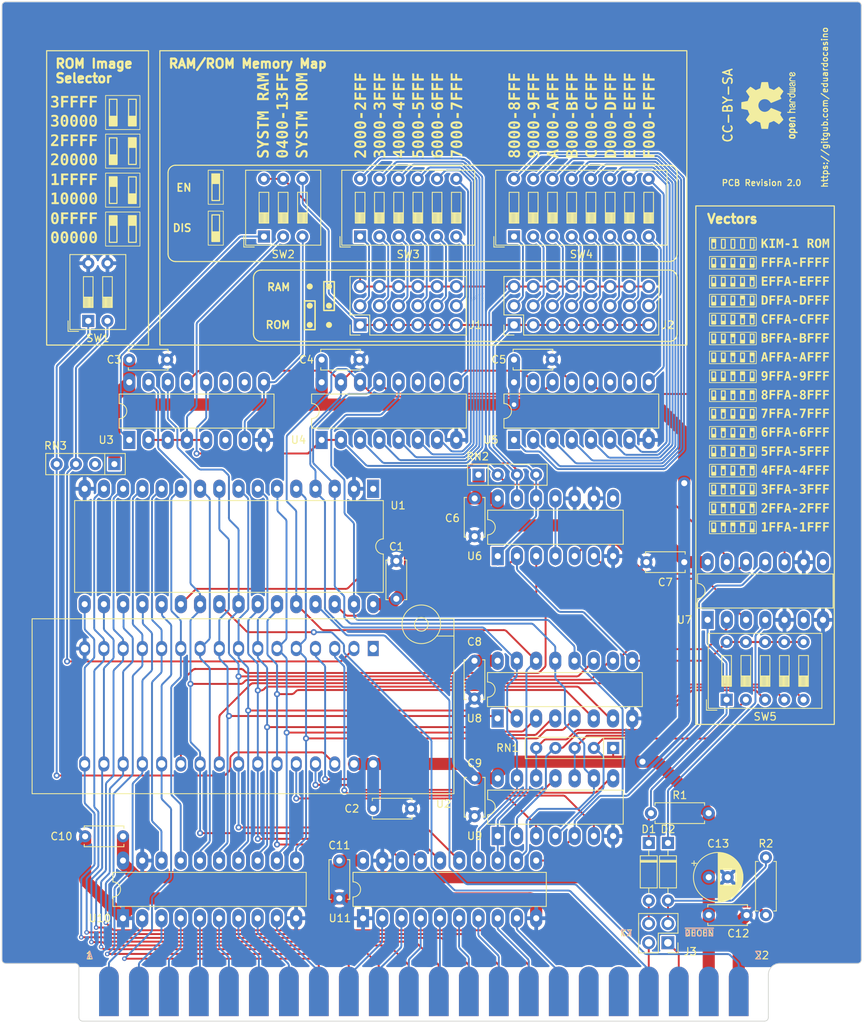
<source format=kicad_pcb>
(kicad_pcb (version 20221018) (generator pcbnew)
  (layers (0 "F.Cu" signal) (31 "B.Cu" signal) (34 "B.Paste" user) (35 "F.Paste" user) (36 "B.SilkS" user "B.Silkscreen") (37 "F.SilkS" user "F.Silkscreen") (38 "B.Mask" user) (39 "F.Mask" user) (44 "Edge.Cuts" user))
  (net 0 "")
  (net 1 "Net-(J2-Pin_2)")
  (net 2 "Net-(J2-Pin_5)")
  (net 3 "Net-(J1-Pin_12)")
  (net 4 "GND")
  (net 5 "+5V")
  (net 6 "Net-(RN1-R2)")
  (net 7 "Net-(D1-K)")
  (net 8 "/K7")
  (net 9 "/D7")
  (net 10 "/D6")
  (net 11 "/D5")
  (net 12 "/D4")
  (net 13 "/D3")
  (net 14 "/D2")
  (net 15 "/D1")
  (net 16 "/D0")
  (net 17 "/~{DECEN}")
  (net 18 "/KIM_A0")
  (net 19 "/KIM_A1")
  (net 20 "/KIM_A2")
  (net 21 "/KIM_A3")
  (net 22 "/KIM_A4")
  (net 23 "/KIM_A5")
  (net 24 "/KIM_A6")
  (net 25 "/KIM_A7")
  (net 26 "/KIM_A8")
  (net 27 "/KIM_A9")
  (net 28 "/KIM_A10")
  (net 29 "/KIM_A11")
  (net 30 "/KIM_A12")
  (net 31 "/KIM_A13")
  (net 32 "/KIM_A14")
  (net 33 "/KIM_A15")
  (net 34 "/~{R}{slash}W")
  (net 35 "Net-(RN1-R3)")
  (net 36 "Net-(RN1-R4)")
  (net 37 "/A15")
  (net 38 "Net-(J1-Pin_8)")
  (net 39 "Net-(J1-Pin_11)")
  (net 40 "Net-(J1-Pin_14)")
  (net 41 "Net-(J1-Pin_5)")
  (net 42 "Net-(J1-Pin_17)")
  (net 43 "/A14")
  (net 44 "/A13")
  (net 45 "/A12")
  (net 46 "/A11")
  (net 47 "/A10")
  (net 48 "/A9")
  (net 49 "/A8")
  (net 50 "/A7")
  (net 51 "/A6")
  (net 52 "/A5")
  (net 53 "/A4")
  (net 54 "/A3")
  (net 55 "Net-(J1-Pin_2)")
  (net 56 "Net-(J1-Pin_1)")
  (net 57 "/A2")
  (net 58 "/A1")
  (net 59 "/A0")
  (net 63 "/RAMR~{W}")
  (net 75 "Net-(D2-K)")
  (net 76 "Net-(RN1-R1)")
  (net 78 "Net-(RN3-R2)")
  (net 79 "Net-(RN3-R3)")
  (net 80 "Net-(D1-A)")
  (net 81 "Net-(D2-A)")
  (net 82 "Net-(J2-Pin_8)")
  (net 83 "Net-(J2-Pin_11)")
  (net 84 "Net-(J2-Pin_14)")
  (net 85 "Net-(J2-Pin_17)")
  (net 86 "Net-(RN2-R1)")
  (net 87 "Net-(J2-Pin_20)")
  (net 88 "Net-(J2-Pin_23)")
  (net 89 "Net-(U3-Q1)")
  (net 90 "Net-(U3-Q6)")
  (net 91 "Net-(U4-Q7)")
  (net 92 "Net-(U4-Q6)")
  (net 93 "Net-(U4-Q5)")
  (net 94 "Net-(U4-Q4)")
  (net 95 "Net-(U4-Q3)")
  (net 96 "Net-(U4-Q2)")
  (net 97 "Net-(U5-Q7)")
  (net 98 "Net-(U5-Q6)")
  (net 99 "Net-(U5-Q5)")
  (net 100 "Net-(U5-Q4)")
  (net 101 "Net-(U5-Q3)")
  (net 102 "Net-(U5-Q2)")
  (net 103 "Net-(U5-Q1)")
  (net 104 "Net-(U5-Q0)")
  (net 106 "Net-(U1-CS2)")
  (net 108 "Net-(U2-A15)")
  (net 109 "Net-(U2-A12)")
  (net 110 "Net-(U2-CE)")
  (net 111 "Net-(U2-OE)")
  (net 112 "Net-(U2-A13)")
  (net 113 "Net-(U2-A14)")
  (net 114 "Net-(U3-Q0)")
  (net 122 "Net-(U5-P3)")
  (net 126 "Net-(U6-Pad6)")
  (net 127 "Net-(U6-Pad5)")
  (net 128 "Net-(U6-Pad11)")
  (footprint "Package_DIP:DIP-14_W7.62mm_LongPads" (layer "F.Cu") (at 144.93 148.4 90)
    (fp_text reference "U7")
    (fp_text value "74LS04")
  )
  (footprint "Button_Switch_THT:SW_DIP_SPSTx05_Slide_9.78x14.88mm_W7.62mm_P2.54mm" (layer "F.Cu") (at 147.44 158.95 90)
    (fp_text reference "SW5")
    (fp_text value "Vectors")
  )
  (footprint "Capacitor_THT:C_Disc_D5.0mm_W2.5mm_P5.00mm" (layer "F.Cu") (at 145.08 187.39)
    (fp_text reference "C12")
    (fp_text value "100nF")
  )
  (footprint "Resistor_THT:R_Axial_DIN0207_L6.3mm_D2.5mm_P7.62mm_Horizontal" (layer "F.Cu") (at 152.63 179.77 -90)
    (fp_text reference "R2")
    (fp_text value "3K3")
  )
  (footprint "Package_DIP:DIP-20_W7.62mm_LongPads" (layer "F.Cu") (at 99.44 187.81 90)
    (fp_text reference "U11")
    (fp_text value "74HCT541")
  )
  (footprint "Package_DIP:DIP-14_W7.62mm_LongPads" (layer "F.Cu") (at 117.22 176.95 90)
    (fp_text reference "U9")
    (fp_text value "74LS08")
  )
  (footprint "Package_DIP:DIP-16_W7.62mm_LongPads" (layer "F.Cu") (at 119.37 124.64 90)
    (fp_text reference "U5")
    (fp_text value "74LS145")
  )
  (footprint "Capacitor_THT:C_Disc_D5.0mm_W2.5mm_P5.00mm" (layer "F.Cu") (at 114.15 153.8 -90)
    (fp_text reference "C8")
    (fp_text value "100nF")
  )
  (footprint "Package_DIP:DIP-16_W7.62mm_LongPads" (layer "F.Cu") (at 117.2 161.42 90)
    (fp_text reference "U8")
    (fp_text value "74LS133")
  )
  (footprint "MTU:EDGE_CONN" (layer "F.Cu") (at 107.46 197.58 90)
    (fp_text reference "X1" hide)
    (fp_text value "EDGE_CONN")
  )
  (footprint "Package_DIP:DIP-20_W7.62mm_LongPads" (layer "F.Cu") (at 67.74 187.81 90)
    (fp_text reference "U10")
    (fp_text value "74HCT541")
  )
  (footprint "Resistor_THT:R_Array_SIP5" (layer "F.Cu") (at 132.46 165.32 180)
    (fp_text reference "RN1")
    (fp_text value "3K3")
  )
  (footprint "Capacitor_THT:C_Disc_D5.0mm_W2.5mm_P5.00mm" (layer "F.Cu") (at 67.74 176.99 180)
    (fp_text reference "C10")
    (fp_text value "100nF")
  )
  (footprint "Diode_THT:D_DO-35_SOD27_P7.62mm_Horizontal" (layer "F.Cu") (at 137.16 177.87 -90)
    (fp_text reference "D1")
    (fp_text value "BAT86")
  )
  (footprint "CP_Radial_THT:CP_Radial_D6.3mm_P2.50mm" (layer "F.Cu") (at 145.08 182.39)
    (fp_text reference "C13")
    (fp_text value "100uF")
  )
  (footprint "Capacitor_THT:C_Disc_D5.0mm_W2.5mm_P5.00mm" (layer "F.Cu") (at 119.369901 114.03)
    (fp_text reference "C5")
    (fp_text value "100nF")
  )
  (footprint "Capacitor_THT:C_Disc_D5.0mm_W2.5mm_P5.00mm" (layer "F.Cu") (at 103.83 145.62 90)
    (fp_text reference "C1")
    (fp_text value "100nF")
  )
  (footprint "Symbol:OSHW-Logo2_9.8x8mm_SilkScreen" (layer "F.Cu") (at 153.1 80.47 90)
    (fp_text reference "REF**" hide)
    (fp_text value "OSHW-Logo2_9.8x8mm_SilkScreen" hide)
  )
  (footprint "Package_DIP:DIP-16_W7.62mm_LongPads" (layer "F.Cu") (at 68.57 124.64 90)
    (fp_text reference "U3")
    (fp_text value "74LS145")
  )
  (footprint "Triple_Pin_Header:PinHeader_3x08_P2.54mm_Vertical" (layer "F.Cu") (at 119.37 109.46 90)
    (fp_text reference "J2")
    (fp_text value "Conn_03x08")
  )
  (footprint "Capacitor_THT:C_Disc_D5.0mm_W2.5mm_P5.00mm" (layer "F.Cu") (at 96.31 180.19 -90)
    (fp_text reference "C11")
    (fp_text value "100nF")
  )
  (footprint "DIP_Socket:DIP_Socket-32_W11.9_W12.7_W15.24_W17.78_W18.5_3M_232-1285-00-0602J" (layer "F.Cu") (at 100.78 152.19 -90)
    (fp_text reference "U2")
    (fp_text value "SST39SF020")
  )
  (footprint "Button_Switch_THT:SW_DIP_SPSTx03_Slide_9.78x9.8mm_W7.62mm_P2.54mm" (layer "F.Cu") (at 86.35 97.78 90)
    (fp_text reference "SW2")
    (fp_text value "SW_DIP_x03")
  )
  (footprint "Capacitor_THT:C_Disc_D5.0mm_W2.5mm_P5.00mm" (layer "F.Cu") (at 93.97 114.04)
    (fp_text reference "C4")
    (fp_text value "100nF")
  )
  (footprint "Package_DIP:DIP-16_W7.62mm_LongPads" (layer "F.Cu") (at 93.97 124.64 90)
    (fp_text reference "U4")
    (fp_text value "74LS145")
  )
  (footprint "Resistor_THT:R_Array_SIP4" (layer "F.Cu") (at 66.6 127.83 180)
    (fp_text reference "RN3")
    (fp_text value "3K3")
  )
  (footprint "Triple_Pin_Header:PinHeader_3x06_P2.54mm_Vertical" (layer "F.Cu") (at 99.05 109.46 90)
    (fp_text reference "J1")
    (fp_text value "Conn_03x06")
  )
  (footprint "Capacitor_THT:C_Disc_D5.0mm_W2.5mm_P5.00mm" (layer "F.Cu") (at 68.57 114.04)
    (fp_text reference "C3")
    (fp_text value "100nF")
  )
  (footprint "Package_DIP:DIP-32_W15.24mm_LongPads" (layer "F.Cu") (at 100.78 131.09 -90)
    (fp_text reference "U1")
    (fp_text value "628128")
  )
  (footprint "Package_DIP:DIP-14_W7.62mm_LongPads" (layer "F.Cu") (at 117.22 139.98 90)
    (fp_text reference "U6")
    (fp_text value "74LS08")
  )
  (footprint "Capacitor_THT:C_Disc_D5.0mm_W2.5mm_P5.00mm" (layer "F.Cu") (at 141.85 140.78 180)
    (fp_text reference "C7")
    (fp_text value "100nF")
  )
  (footprint "Button_Switch_THT:SW_DIP_SPSTx02_Slide_9.78x7.26mm_W7.62mm_P2.54mm" (layer "F.Cu") (at 63.15 108.92 90)
    (fp_text reference "SW1")
    (fp_text value "Image_set")
  )
  (footprint "Capacitor_THT:C_Disc_D5.0mm_W2.5mm_P5.00mm" (layer "F.Cu") (at 114.17 132.36 -90)
    (fp_text reference "C6")
    (fp_text value "100nF")
  )
  (footprint "Button_Switch_THT:SW_DIP_SPSTx08_Slide_9.78x22.5mm_W7.62mm_P2.54mm" (layer "F.Cu") (at 119.37 97.78 90)
    (fp_text reference "SW4")
    (fp_text value "SW_DIP_x08")
  )
  (footprint "Capacitor_THT:C_Disc_D5.0mm_W2.5mm_P5.00mm" (layer "F.Cu") (at 114.17 169.33 -90)
    (fp_text reference "C9")
    (fp_text value "100nF")
  )
  (footprint "Connector_PinHeader_2.54mm:PinHeader_2x02_P2.54mm_Vertical" (layer "F.Cu") (at 139.69 191.05 180)
    (fp_text reference "J3")
    (fp_text value "Conn_02x08_Counter_Clockwise")
  )
  (footprint "Resistor_THT:R_Array_SIP4" (layer "F.Cu") (at 114.68 129.23)
    (fp_text reference "RN2")
    (fp_text value "3K3")
  )
  (footprint "Capacitor_THT:C_Disc_D5.0mm_W2.5mm_P5.00mm" (layer "F.Cu") (at 100.78 173.34)
    (fp_text reference "C2")
    (fp_text value "100nF")
  )
  (footprint "Diode_THT:D_DO-35_SOD27_P7.62mm_Horizontal" (layer "F.Cu") (at 139.7 177.87 -90)
    (fp_text reference "D2")
    (fp_text value "BAT86")
  )
  (footprint "Button_Switch_THT:SW_DIP_SPSTx06_Slide_9.78x17.42mm_W7.62mm_P2.54mm" (layer "F.Cu") (at 99.05 97.78 90)
    (fp_text reference "SW3")
    (fp_text value "SW_DIP_x07")
  )
  (footprint "Resistor_THT:R_Axial_DIN0207_L6.3mm_D2.5mm_P7.62mm_Horizontal" (layer "F.Cu") (at 137.45 173.93)
    (fp_text reference "R1")
    (fp_text value "3K3")
  )
  (gr_rect (start 146.76 128.11) (end 147.25 129.27) (stroke (width 0.15)) (fill none) (layer "F.SilkS"))
  (gr_rect (start 149.3 115.66) (end 149.79 116.82) (stroke (width 0.15)) (fill none) (layer "F.SilkS"))
  (gr_rect (start 150.57 106.48) (end 151.06 106.82) (stroke (width 0.15)) (fill solid) (layer "F.SilkS"))
  (gr_arc (start 140.9 100.08) (mid 140.607107 100.787107) (end 139.9 101.08) (stroke (width 0.15)) (layer "F.SilkS"))
  (gr_rect (start 149.3 120.61) (end 149.79 121.77) (stroke (width 0.15)) (fill none) (layer "F.SilkS"))
  (gr_rect (start 146.76 133.11) (end 147.25 133.45) (stroke (width 0.15)) (fill solid) (layer "F.SilkS"))
  (gr_rect (start 145.18 135.37) (end 151.36 137.02) (stroke (width 0.1)) (fill none) (layer "F.SilkS"))
  (gr_rect (start 65.94 95.04) (end 66.94 96.29) (stroke (width 0.15)) (fill solid) (layer "F.SilkS"))
  (gr_rect (start 145.49 136.43) (end 145.98 136.77) (stroke (width 0.15)) (fill solid) (layer "F.SilkS"))
  (gr_rect (start 91.72 106.28) (end 93.1 110.08) (stroke (width 0.2)) (fill none) (layer "F.SilkS"))
  (gr_rect (start 146.76 130.61) (end 147.25 131.77) (stroke (width 0.15)) (fill none) (layer "F.SilkS"))
  (gr_rect (start 149.3 135.61) (end 149.79 136.77) (stroke (width 0.15)) (fill none) (layer "F.SilkS"))
  (gr_rect (start 149.3 101.48) (end 149.79 101.82) (stroke (width 0.15)) (fill solid) (layer "F.SilkS"))
  (gr_rect (start 145.49 120.61) (end 145.98 121.77) (stroke (width 0.15)) (fill none) (layer "F.SilkS"))
  (gr_rect (start 148.03 108.16) (end 148.52 109.32) (stroke (width 0.15)) (fill none) (layer "F.SilkS"))
  (gr_rect (start 146.76 103.98) (end 147.25 104.32) (stroke (width 0.15)) (fill solid) (layer "F.SilkS"))
  (gr_rect (start 148.03 115.66) (end 148.52 116) (stroke (width 0.15)) (fill solid) (layer "F.SilkS"))
  (gr_rect (start 145.49 135.61) (end 145.98 136.77) (stroke (width 0.15)) (fill none) (layer "F.SilkS"))
  (gr_rect (start 145.18 120.37) (end 151.36 122.02) (stroke (width 0.1)) (fill none) (layer "F.SilkS"))
  (gr_rect (start 150.57 136.43) (end 151.06 136.77) (stroke (width 0.15)) (fill solid) (layer "F.SilkS"))
  (gr_line (start 139.92 101.08) (end 74.69 101.08) (stroke (width 0.15)) (layer "F.SilkS"))
  (gr_rect (start 146.76 100.66) (end 147.25 101.82) (stroke (width 0.15)) (fill none) (layer "F.SilkS"))
  (gr_rect (start 149.3 103.16) (end 149.79 104.32) (stroke (width 0.15)) (fill none) (layer "F.SilkS"))
  (gr_rect (start 146.76 98.16) (end 147.25 99.32) (stroke (width 0.15)) (fill none) (layer "F.SilkS"))
  (gr_rect (start 150.57 116.48) (end 151.06 116.82) (stroke (width 0.15)) (fill solid) (layer "F.SilkS"))
  (gr_rect (start 148.03 133.11) (end 148.52 133.45) (stroke (width 0.15)) (fill solid) (layer "F.SilkS"))
  (gr_rect (start 150.57 103.16) (end 151.06 104.32) (stroke (width 0.15)) (fill none) (layer "F.SilkS"))
  (gr_rect (start 65.44 79.15) (end 69.98 83.65) (stroke (width 0.1)) (fill none) (layer "F.SilkS"))
  (gr_rect (start 150.57 121.43) (end 151.06 121.77) (stroke (width 0.15)) (fill solid) (layer "F.SilkS"))
  (gr_rect (start 65.94 87) (end 66.94 88.25) (stroke (width 0.15)) (fill solid) (layer "F.SilkS"))
  (gr_arc (start 139.9 102.21) (mid 140.607107 102.502893) (end 140.9 103.21) (stroke (width 0.15)) (layer "F.SilkS"))
  (gr_rect (start 68.48 79.65) (end 69.48 83.15) (stroke (width 0.15)) (fill none) (layer "F.SilkS"))
  (gr_rect (start 149.3 133.11) (end 149.79 134.27) (stroke (width 0.15)) (fill none) (layer "F.SilkS"))
  (gr_line (start 84.97 110.63) (end 84.97 103.21) (stroke (width 0.15)) (layer "F.SilkS"))
  (gr_rect (start 148.03 120.61) (end 148.52 121.77) (stroke (width 0.15)) (fill none) (layer "F.SilkS"))
  (gr_rect (start 146.76 106.48) (end 147.25 106.82) (stroke (width 0.15)) (fill solid) (layer "F.SilkS"))
  (gr_rect (start 145.18 112.92) (end 151.36 114.57) (stroke (width 0.1)) (fill none) (layer "F.SilkS"))
  (gr_rect (start 145.49 108.16) (end 145.98 109.32) (stroke (width 0.15)) (fill none) (layer "F.SilkS"))
  (gr_rect (start 145.49 113.98) (end 145.98 114.32) (stroke (width 0.15)) (fill solid) (layer "F.SilkS"))
  (gr_rect (start 150.57 100.66) (end 151.06 101.82) (stroke (width 0.15)) (fill none) (layer "F.SilkS"))
  (gr_rect (start 146.76 135.61) (end 147.25 136.77) (stroke (width 0.15)) (fill none) (layer "F.SilkS"))
  (gr_rect (start 65.44 84.25) (end 69.98 88.75) (stroke (width 0.1)) (fill none) (layer "F.SilkS"))
  (gr_line (start 85.97 102.21) (end 139.9 102.21) (stroke (width 0.15)) (layer "F.SilkS"))
  (gr_line (start 139.9 111.63) (end 85.97 111.63) (stroke (width 0.15)) (layer "F.SilkS"))
  (gr_arc (start 139.9 88.36) (mid 140.607107 88.652893) (end 140.9 89.36) (stroke (width 0.15)) (layer "F.SilkS"))
  (gr_rect (start 148.03 130.61) (end 148.52 131.77) (stroke (width 0.15)) (fill none) (layer "F.SilkS"))
  (gr_rect (start 150.57 133.11) (end 151.06 133.45) (stroke (width 0.15)) (fill solid) (layer "F.SilkS"))
  (gr_rect (start 145.49 133.93) (end 145.98 134.27) (stroke (width 0.15)) (fill solid) (layer "F.SilkS"))
  (gr_line (start 74.69 88.36) (end 139.92 88.36) (stroke (width 0.15)) (layer "F.SilkS"))
  (gr_rect (start 146.76 120.61) (end 147.25 120.95) (stroke (width 0.15)) (fill solid) (layer "F.SilkS"))
  (gr_rect (start 149.3 100.66) (end 149.79 101.82) (stroke (width 0.15)) (fill none) (layer "F.SilkS"))
  (gr_rect (start 145.49 98.16) (end 145.98 98.5) (stroke (width 0.15)) (fill solid) (layer "F.SilkS"))
  (gr_rect (start 145.18 127.87) (end 151.36 129.52) (stroke (width 0.1)) (fill none) (layer "F.SilkS"))
  (gr_rect (start 143.38 93.74) (end 161.66 162.21) (stroke (width 0.15)) (fill none) (layer "F.SilkS"))
  (gr_rect (start 145.18 125.37) (end 151.36 127.02) (stroke (width 0.1)) (fill none) (layer "F.SilkS"))
  (gr_rect (start 150.57 131.43) (end 151.06 131.77) (stroke (width 0.15)) (fill solid) (layer "F.SilkS"))
  (gr_circle (center 92.4 109.45) (end 92.4 109.05) (fill solid) (layer "F.SilkS"))
  (gr_rect (start 145.49 101.48) (end 145.98 101.82) (stroke (width 0.15)) (fill solid) (layer "F.SilkS"))
  (gr_rect (start 148.03 123.93) (end 148.52 124.27) (stroke (width 0.15)) (fill solid) (layer "F.SilkS"))
  (gr_rect (start 79.49 94.92) (end 80.49 98.42) (stroke (width 0.15)) (fill none) (layer "F.SilkS"))
  (gr_rect (start 149.3 108.16) (end 149.79 108.5) (stroke (width 0.15)) (fill solid) (layer "F.SilkS"))
  (gr_rect (start 148.03 135.61) (end 148.52 136.77) (stroke (width 0.15)) (fill none) (layer "F.SilkS"))
  (gr_rect (start 68.48 84.75) (end 69.48 88.25) (stroke (width 0.15)) (fill none) (layer "F.SilkS"))
  (gr_rect (start 145.49 123.93) (end 145.98 124.27) (stroke (width 0.15)) (fill solid) (layer "F.SilkS"))
  (gr_rect (start 150.57 101.48) (end 151.06 101.82) (stroke (width 0.15)) (fill solid) (layer "F.SilkS"))
  (gr_rect (start 146.76 118.16) (end 147.25 119.32) (stroke (width 0.15)) (fill none) (layer "F.SilkS"))
  (gr_rect (start 65.94 89.9) (end 66.94 93.4) (stroke (width 0.15)) (fill none) (layer "F.SilkS"))
  (gr_rect (start 148.03 103.98) (end 148.52 104.32) (stroke (width 0.15)) (fill solid) (layer "F.SilkS"))
  (gr_rect (start 148.03 113.16) (end 148.52 113.5) (stroke (width 0.15)) (fill solid) (layer "F.SilkS"))
  (gr_rect (start 148.03 100.66) (end 148.52 101.82) (stroke (width 0.15)) (fill none) (layer "F.SilkS"))
  (gr_rect (start 145.18 110.42) (end 151.36 112.07) (stroke (width 0.1)) (fill none) (layer "F.SilkS"))
  (gr_rect (start 148.03 110.66) (end 148.52 111.82) (stroke (width 0.15)) (fill none) (layer "F.SilkS"))
  (gr_rect (start 149.3 103.98) (end 149.79 104.32) (stroke (width 0.15)) (fill solid) (layer "F.SilkS"))
  (gr_rect (start 149.3 128.11) (end 149.79 129.27) (stroke (width 0.15)) (fill none) (layer "F.SilkS"))
  (gr_rect (start 146.76 116.48) (end 147.25 116.82) (stroke (width 0.15)) (fill solid) (layer "F.SilkS"))
  (gr_rect (start 149.3 118.16) (end 149.79 119.32) (stroke (width 0.15)) (fill none) (layer "F.SilkS"))
  (gr_rect (start 145.49 118.16) (end 145.98 119.32) (stroke (width 0.15)) (fill none) (layer "F.SilkS"))
  (gr_rect (start 146.76 108.16) (end 147.25 109.32) (stroke (width 0.15)) (fill none) (layer "F.SilkS"))
  (gr_rect (start 78.99 89.02) (end 80.99 93.52) (stroke (width 0.1)) (fill none) (layer "F.SilkS"))
  (gr_rect (start 150.57 108.16) (end 151.06 109.32) (stroke (width 0.15)) (fill none) (layer "F.SilkS"))
  (gr_rect (start 149.3 123.11) (end 149.79 124.27) (stroke (width 0.15)) (fill none) (layer "F.SilkS"))
  (gr_rect (start 68.48 89.9) (end 69.48 93.4) (stroke (width 0.15)) (fill none) (layer "F.SilkS"))
  (gr_rect (start 149.3 115.66) (end 149.79 116) (stroke (width 0.15)) (fill solid) (layer "F.SilkS"))
  (gr_rect (start 145.49 111.48) (end 145.98 111.82) (stroke (width 0.15)) (fill solid) (layer "F.SilkS"))
  (gr_rect (start 145.49 98.16) (end 145.98 99.32) (stroke (width 0.15)) (fill none) (layer "F.SilkS"))
  (gr_rect (start 148.03 115.66) (end 148.52 116.82) (stroke (width 0.15)) (fill none) (layer "F.SilkS"))
  (gr_rect (start 145.18 100.42) (end 151.36 102.07) (stroke (width 0.1)) (fill none) (layer "F.SilkS"))
  (gr_rect (start 150.57 113.16) (end 151.06 113.5) (stroke (width 0.15)) (fill solid) (layer "F.SilkS"))
  (gr_rect (start 149.3 123.93) (end 149.79 124.27) (stroke (width 0.15)) (fill solid) (layer "F.SilkS"))
  (gr_rect (start 150.57 118.16) (end 151.06 119.32) (stroke (width 0.15)) (fill none) (layer "F.SilkS"))
  (gr_rect (start 145.49 123.11) (end 145.98 124.27) (stroke (width 0.15)) (fill none) (layer "F.SilkS"))
  (gr_rect (start 148.03 105.66) (end 148.52 106.82) (stroke (width 0.15)) (fill none) (layer "F.SilkS"))
  (gr_rect (start 150.57 123.11) (end 151.06 123.45) (stroke (width 0.15)) (fill solid) (layer "F.SilkS"))
  (gr_rect (start 149.3 130.61) (end 149.79 131.77) (stroke (width 0.15)) (fill none) (layer "F.SilkS"))
  (gr_line (start 140.9 89.36) (end 140.9 100.08) (stroke (width 0.15)) (layer "F.SilkS"))
  (gr_rect (start 150.57 123.11) (end 151.06 124.27) (stroke (width 0.15)) (fill none) (layer "F.SilkS"))
  (gr_rect (start 148.03 106.48) (end 148.52 106.82) (stroke (width 0.15)) (fill solid) (layer "F.SilkS"))
  (gr_rect (start 146.76 123.11) (end 147.25 124.27) (stroke (width 0.15)) (fill none) (layer "F.SilkS"))
  (gr_rect (start 150.57 98.16) (end 151.06 99.32) (stroke (width 0.15)) (fill none) (layer "F.SilkS"))
  (gr_arc (start 140.9 110.63) (mid 140.607107 111.337107) (end 139.9 111.63) (stroke (width 0.15)) (layer "F.SilkS"))
  (gr_rect (start 146.76 101.48) (end 147.25 101.82) (stroke (width 0.15)) (fill solid) (layer "F.SilkS"))
  (gr_rect (start 148.03 128.11) (end 148.52 129.27) (stroke (width 0.15)) (fill none) (layer "F.SilkS"))
  (gr_rect (start 148.03 98.16) (end 148.52 99.32) (stroke (width 0.15)) (fill none) (layer "F.SilkS"))
  (gr_rect (start 148.03 108.98) (end 148.52 109.32) (stroke (width 0.15)) (fill solid) (layer "F.SilkS"))
  (gr_rect (start 79.49 89.52) (end 80.49 90.77) (stroke (width 0.15)) (fill solid) (layer "F.SilkS"))
  (gr_rect (start 68.48 95.04) (end 69.48 98.54) (stroke (width 0.15)) (fill none) (layer "F.SilkS"))
  (gr_rect (start 150.57 118.16) (end 151.06 118.5) (stroke (width 0.15)) (fill solid) (layer "F.SilkS"))
  (gr_rect (start 150.57 133.11) (end 151.06 134.27) (stroke (width 0.15)) (fill none) (layer "F.SilkS"))
  (gr_rect (start 68.48 95.04) (end 69.48 96.29) (stroke (width 0.15)) (fill solid) (layer "F.SilkS"))
  (gr_rect (start 149.3 125.61) (end 149.79 126.77) (stroke (width 0.15)) (fill none) (layer "F.SilkS"))
  (gr_rect (start 145.49 103.98) (end 145.98 104.32) (stroke (width 0.15)) (fill solid) (layer "F.SilkS"))
  (gr_rect (start 145.49 128.93) (end 145.98 129.27) (stroke (width 0.15)) (fill solid) (layer "F.SilkS"))
  (gr_rect (start 145.49 126.43) (end 145.98 126.77) (stroke (width 0.15)) (fill solid) (layer "F.SilkS"))
  (gr_rect (start 146.76 113.16) (end 147.25 114.32) (stroke (width 0.15)) (fill none) (layer "F.SilkS"))
  (gr_rect (start 57.66 73.24) (end 71.11 112.11) (stroke (width 0.15)) (fill none) (layer "F.SilkS"))
  (gr_rect (start 145.49 115.66) (end 145.98 116.82) (stroke (width 0.15)) (fill none) (layer "F.SilkS"))
  (gr_rect (start 65.44 89.4) (end 69.98 93.9) (stroke (width 0.1)) (fill none) (layer "F.SilkS"))
  (gr_rect (start 145.49 118.98) (end 145.98 119.32) (stroke (width 0.15)) (fill solid) (layer "F.SilkS"))
  (gr_rect (start 148.03 126.43) (end 148.52 126.77) (stroke (width 0.15)) (fill solid) (layer "F.SilkS"))
  (gr_arc (start 73.69 89.36) (mid 73.982893 88.652893) (end 74.69 88.36) (stroke (width 0.15)) (layer "F.SilkS"))
  (gr_rect (start 149.3 110.66) (end 149.79 111.82) (stroke (width 0.15)) (fill none) (layer "F.SilkS"))
  (gr_rect (start 150.57 128.11) (end 151.06 129.27) (stroke (width 0.15)) (fill none) (layer "F.SilkS"))
  (gr_rect (start 149.3 133.93) (end 149.79 134.27) (stroke (width 0.15)) (fill solid) (layer "F.SilkS"))
  (gr_rect (start 65.94 89.9) (end 66.94 91.15) (stroke (width 0.15)) (fill solid) (layer "F.SilkS"))
  (gr_rect (start 145.49 125.61) (end 145.98 126.77) (stroke (width 0.15)) (fill none) (layer "F.SilkS"))
  (gr_rect (start 146.76 120.61) (end 147.25 121.77) (stroke (width 0.15)) (fill none) (layer "F.SilkS"))
  (gr_rect (start 150.57 108.16) (end 151.06 108.5) (stroke (width 0.15)) (fill solid) (layer "F.SilkS"))
  (gr_rect (start 145.18 107.92) (end 151.36 109.57) (stroke (width 0.1)) (fill none) (layer "F.SilkS"))
  (gr_rect (start 149.3 135.61) (end 149.79 135.95) (stroke (width 0.15)) (fill solid) (layer "F.SilkS"))
  (gr_line (start 73.69 100.08) (end 73.69 89.36) (stroke (width 0.15)) (layer "F.SilkS"))
  (gr_rect (start 65.94 81.9) (end 66.94 83.15) (stroke (width 0.15)) (fill solid) (layer "F.SilkS"))
  (gr_rect (start 149.3 108.16) (end 149.79 109.32) (stroke (width 0.15)) (fill none) (layer "F.SilkS"))
  (gr_rect (start 150.57 111.48) (end 151.06 111.82) (stroke (width 0.15)) (fill solid) (layer "F.SilkS"))
  (gr_rect (start 146.76 125.61) (end 147.25 126.77) (stroke (width 0.15)) (fill none) (layer "F.SilkS"))
  (gr_rect (start 146.76 115.66) (end 147.25 116.82) (stroke (width 0.15)) (fill none) (layer "F.SilkS"))
  (gr_rect (start 145.18 132.87) (end 151.36 134.52) (stroke (width 0.1)) (fill none) (layer "F.SilkS"))
  (gr_rect (start 146.76 113.98) (end 147.25 114.32) (stroke (width 0.15)) (fill solid) (layer "F.SilkS"))
  (gr_arc (start 85.97 111.63) (mid 85.262893 111.337107) (end 84.97 110.63) (stroke (width 0.15)) (layer "F.SilkS"))
  (gr_rect (start 146.76 133.11) (end 147.25 134.27) (stroke (width 0.15)) (fill none) (layer "F.SilkS"))
  (gr_rect (start 150.57 110.66) (end 151.06 111.82) (stroke (width 0.15)) (fill none) (layer "F.SilkS"))
  (gr_rect (start 146.76 111.48) (end 147.25 111.82) (stroke (width 0.15)) (fill solid) (layer "F.SilkS"))
  (gr_rect (start 149.3 113.16) (end 149.79 114.32) (stroke (width 0.15)) (fill none) (layer "F.SilkS"))
  (gr_arc (start 74.69 101.08) (mid 73.982893 100.787107) (end 73.69 100.08) (stroke (width 0.15)) (layer "F.SilkS"))
  (gr_rect (start 146.76 135.61) (end 147.25 135.95) (stroke (width 0.15)) (fill solid) (layer "F.SilkS"))
  (gr_circle (center 92.4 106.91) (end 92.4 106.51) (fill solid) (layer "F.SilkS"))
  (gr_circle (center 94.94 104.37) (end 94.94 103.97) (fill solid) (layer "F.SilkS"))
  (gr_rect (start 145.18 122.87) (end 151.36 124.52) (stroke (width 0.1)) (fill none) (layer "F.SilkS"))
  (gr_rect (start 72.61 73.24) (end 142.19 112.11) (stroke (width 0.15)) (fill none) (layer "F.SilkS"))
  (gr_rect (start 145.18 105.42) (end 151.36 107.07) (stroke (width 0.1)) (fill none) (layer "F.SilkS"))
  (gr_rect (start 146.76 118.98) (end 147.25 119.32) (stroke (width 0.15)) (fill solid) (layer "F.SilkS"))
  (gr_rect (start 149.3 125.61) (end 149.79 125.95) (stroke (width 0.15)) (fill solid) (layer "F.SilkS"))
  (gr_rect (start 145.49 106.48) (end 145.98 106.82) (stroke (width 0.15)) (fill solid) (layer "F.SilkS"))
  (gr_rect (start 150.57 128.11) (end 151.06 128.45) (stroke (width 0.15)) (fill solid) (layer "F.SilkS"))
  (gr_rect (start 145.49 116.48) (end 145.98 116.82) (stroke (width 0.15)) (fill solid) (layer "F.SilkS"))
  (gr_rect (start 148.03 101.48) (end 148.52 101.82) (stroke (width 0.15)) (fill solid) (layer "F.SilkS"))
  (gr_rect (start 145.18 117.92) (end 151.36 119.57) (stroke (width 0.1)) (fill none) (layer "F.SilkS"))
  (gr_rect (start 149.3 105.66) (end 149.79 106) (stroke (width 0.15)) (fill solid) (layer "F.SilkS"))
  (gr_rect (start 148.03 110.66) (end 148.52 111) (stroke (width 0.15)) (fill solid) (layer "F.SilkS"))
  (gr_rect (start 150.57 130.61) (end 151.06 131.77) (stroke (width 0.15)) (fill none) (layer "F.SilkS"))
  (gr_rect (start 148.03 103.16) (end 148.52 104.32) (stroke (width 0.15)) (fill none) (layer "F.SilkS"))
  (gr_rect (start 145.49 133.11) (end 145.98 134.27) (stroke (width 0.15)) (fill none) (layer "F.SilkS"))
  (gr_rect (start 150.57 105.66) (end 151.06 106.82) (stroke (width 0.15)) (fill none) (layer "F.SilkS"))
  (gr_rect (start 145.18 102.92) (end 151.36 104.57) (stroke (width 0.1)) (fill none) (layer "F.SilkS"))
  (gr_rect (start 145.49 121.43) (end 145.98 121.77) (stroke (width 0.15)) (fill solid) (layer "F.SilkS"))
  (gr_rect (start 79.49 89.52) (end 80.49 93.02) (stroke (width 0.15)) (fill none) (layer "F.SilkS"))
  (gr_rect (start 145.49 130.61) (end 145.98 131.77) (stroke (width 0.15)) (fill none) (layer "F.SilkS"))
  (gr_rect (start 145.18 115.42) (end 151.36 117.07) (stroke (width 0.1)) (fill none) (layer "F.SilkS"))
  (gr_rect (start 148.03 123.11) (end 148.52 124.27) (stroke (width 0.15)) (fill none) (layer "F.SilkS"))
  (gr_rect (start 146.76 108.98) (end 147.25 109.32) (stroke (width 0.15)) (fill solid) (layer "F.SilkS"))
  (gr_rect (start 150.57 120.61) (end 151.06 121.77) (stroke (width 0.15)) (fill none) (layer "F.SilkS"))
  (gr_rect (start 78.99 94.42) (end 80.99 98.92) (stroke (width 0.1)) (fill none) (layer "F.SilkS"))
  (gr_rect (start 149.3 98.16) (end 149.79 99.32) (stroke (width 0.15)) (fill none) (layer "F.SilkS"))
  (gr_rect (start 79.49 97.165) (end 80.49 98.415) (stroke (width 0.15)) (fill solid) (layer "F.SilkS"))
  (gr_rect (start 149.3 131.43) (end 149.79 131.77) (stroke (width 0.15)) (fill solid) (layer "F.SilkS"))
  (gr_rect (start 146.76 125.61) (end 147.25 125.95) (stroke (width 0.15)) (fill solid) (layer "F.SilkS"))
  (gr_rect (start 145.49 103.16) (end 145.98 104.32) (stroke (width 0.15)) (fill none) (layer "F.SilkS"))
  (gr_rect (start 148.03 128.93) (end 148.52 129.27) (stroke (width 0.15)) (fill solid) (layer "F.SilkS"))
  (gr_circle (center 92.4 104.37) (end 92.4 103.97) (fill solid) (layer "F.SilkS"))
  (gr_rect (start 145.49 110.66) (end 145.98 111.82) (stroke (width 0.15)) (fill none) (layer "F.SilkS"))
  (gr_rect (start 149.3 118.16) (end 149.79 118.5) (stroke (width 0.15)) (fill solid) (layer "F.SilkS"))
  (gr_rect (start 65.94 95.04) (end 66.94 98.54) (stroke (width 0.15)) (fill none) (layer "F.SilkS"))
  (gr_rect (start 146.76 110.66) (end 147.25 111.82) (stroke (width 0.15)) (fill none) (layer "F.SilkS"))
  (gr_rect (start 145.49 100.66) (end 145.98 101.82) (stroke (width 0.15)) (fill none) (layer "F.SilkS"))
  (gr_rect (start 146.76 103.16) (end 147.25 104.32) (stroke (width 0.15)) (fill none) (layer "F.SilkS"))
  (gr_rect (start 68.48 92.15) (end 69.48 93.4) (stroke (width 0.15)) (fill solid) (layer "F.SilkS"))
  (gr_rect (start 65.94 84.75) (end 66.94 88.25) (stroke (width 0.15)) (fill none) (layer "F.SilkS"))
  (gr_rect (start 145.18 130.37) (end 151.36 132.02) (stroke (width 0.1)) (fill none) (layer "F.SilkS"))
  (gr_rect (start 145.18 97.92) (end 151.36 99.57) (stroke (width 0.1)) (fill none) (layer "F.SilkS"))
  (gr_rect (start 145.49 105.66) (end 145.98 106.82) (stroke (width 0.15)) (fill none) (layer "F.SilkS"))
  (gr_rect (start 148.03 135.61) (end 148.52 135.95) (stroke (width 0.15)) (fill solid) (layer "F.SilkS"))
  (gr_rect (start 145.49 128.11) (end 145.98 129.27) (stroke (width 0.15)) (fill none) (layer "F.SilkS"))
  (gr_rect (start 150.57 126.43) (end 151.06 126.77) (stroke (width 0.15)) (fill solid) (layer "F.SilkS"))
  (gr_rect (start 68.48 81.9) (end 69.48 83.15) (stroke (width 0.15)) (fill solid) (layer "F.SilkS"))
  (gr_rect (start 150.57 115.66) (end 151.06 116.82) (stroke (width 0.15)) (fill none) (layer "F.SilkS"))
  (gr_rect (start 150.57 113.16) (end 151.06 114.32) (stroke (width 0.15)) (fill none) (layer "F.SilkS"))
  (gr_rect (start 148.03 130.61) (end 148.52 130.95) (stroke (width 0.15)) (fill solid) (layer "F.SilkS"))
  (gr_rect (start 94.26 103.74) (end 95.64 107.54) (stroke (width 0.2)) (fill none) (layer "F.SilkS"))
  (gr_rect (start 148.03 113.16) (end 148.52 114.32) (stroke (width 0.15)) (fill none) (layer "F.SilkS"))
  (gr_rect (start 148.03 133.11) (end 148.52 134.27) (stroke (width 0.15)) (fill none) (layer "F.SilkS"))
  (gr_arc (start 84.97 103.21) (mid 85.262893 102.502893) (end 85.97 102.21) (stroke (width 0.15)) (layer "F.SilkS"))
  (gr_rect (start 65.44 94.54) (end 69.98 99.04) (stroke (width 0.1)) (fill none) (layer "F.SilkS"))
  (gr_rect (start 146.76 105.66) (end 147.25 106.82) (stroke (width 0.15)) (fill none) (layer "F.SilkS"))
  (gr_rect (start 148.03 125.61) (end 148.52 126.77) (stroke (width 0.15)) (fill none) (layer "F.SilkS"))
  (gr_rect (start 149.3 105.66) (end 149.79 106.82) (stroke (width 0.15)) (fill none) (layer "F.SilkS"))
  (gr_rect (start 150.57 103.16) (end 151.06 103.5) (stroke (width 0.15)) (fill solid) (layer "F.SilkS"))
  (gr_rect (start 145.49 108.98) (end 145.98 109.32) (stroke (width 0.15)) (fill solid) (layer "F.SilkS"))
  (gr_rect (start 149.3 113.98) (end 149.79 114.32) (stroke (width 0.15)) (fill solid) (layer "F.SilkS"))
  (gr_rect (start 149.3 111.48) (end 149.79 111.82) (stroke (width 0.15)) (fill solid) (layer "F.SilkS"))
  (gr_rect (start 148.03 121.43) (end 148.52 121.77) (stroke (width 0.15)) (fill solid) (layer "F.SilkS"))
  (gr_rect (start 150.57 135.61) (end 151.06 136.77) (stroke (width 0.15)) (fill none) (layer "F.SilkS"))
  (gr_rect (start 149.3 128.11) (end 149.79 128.45) (stroke (width 0.15)) (fill solid) (layer "F.SilkS"))
  (gr_line (start 140.9 103.21) (end 140.9 110.63) (stroke (width 0.15)) (layer "F.SilkS"))
  (gr_rect (start 148.03 118.16) (end 148.52 118.5) (stroke (width 0.15)) (fill solid) (layer "F.SilkS"))
  (gr_rect (start 146.76 123.11) (end 147.25 123.45) (stroke (width 0.15)) (fill solid) (layer "F.SilkS"))
  (gr_circle (center 94.94 109.45) (end 94.94 109.05) (fill solid) (layer "F.SilkS"))
  (gr_rect (start 145.49 113.16) (end 145.98 114.32) (stroke (width 0.15)) (fill none) (layer "F.SilkS"))
  (gr_rect (start 146.76 130.61) (end 147.25 130.95) (stroke (width 0.15)) (fill solid) (layer "F.SilkS"))
  (gr_rect (start 148.03 118.16) (end 148.52 119.32) (stroke (width 0.15)) (fill none) (layer "F.SilkS"))
  (gr_rect (start 65.94 79.65) (end 66.94 83.15) (stroke (width 0.15)) (fill none) (layer "F.SilkS"))
  (gr_circle (center 94.94 106.91) (end 94.94 106.51) (fill solid) (layer "F.SilkS"))
  (gr_rect (start 146.76 128.11) (end 147.25 128.45) (stroke (width 0.15)) (fill solid) (layer "F.SilkS"))
  (gr_rect (start 149.3 121.43) (end 149.79 121.77) (stroke (width 0.15)) (fill solid) (layer "F.SilkS"))
  (gr_rect (start 68.48 84.75) (end 69.48 86) (stroke (width 0.15)) (fill solid) (layer "F.SilkS"))
  (gr_rect (start 145.49 131.43) (end 145.98 131.77) (stroke (width 0.15)) (fill solid) (layer "F.SilkS"))
  (gr_rect (start 150.57 125.61) (end 151.06 126.77) (stroke (width 0.15)) (fill none) (layer "F.SilkS"))
  (gr_line (start 52.26 193.78) (end 61.42 193.78) (stroke (width 0.1)) (layer "Edge.Cuts"))
  (gr_line (start 51.76 67.28) (end 51.76 193.28) (stroke (width 0.1)) (layer "Edge.Cuts"))
  (gr_arc (start 152.95 200.9) (mid 152.803553 201.253553) (end 152.45 201.4) (stroke (width 0.1)) (layer "Edge.Cuts"))
  (gr_line (start 62.42 201.4) (end 152.45 201.4) (stroke (width 0.1)) (layer "Edge.Cuts"))
  (gr_line (start 61.92 194.28) (end 61.92 200.9) (stroke (width 0.1)) (layer "Edge.Cuts"))
  (gr_line (start 152.95 200.9) (end 152.95 195.28) (stroke (width 0.1)) (layer "Edge.Cuts"))
  (gr_arc (start 51.76 67.28) (mid 51.906447 66.926447) (end 52.26 66.78) (stroke (width 0.1)) (layer "Edge.Cuts"))
  (gr_line (start 165.23 193.28) (end 165.23 67.28) (stroke (width 0.1)) (layer "Edge.Cuts"))
  (gr_arc (start 164.73 66.78) (mid 165.083553 66.926447) (end 165.23 67.28) (stroke (width 0.1)) (layer "Edge.Cuts"))
  (gr_arc (start 152.95 195.28) (mid 153.38934 194.21934) (end 154.45 193.78) (stroke (width 0.1)) (layer "Edge.Cuts"))
  (gr_line (start 164.73 66.78) (end 52.26 66.78) (stroke (width 0.1)) (layer "Edge.Cuts"))
  (gr_arc (start 61.42 193.78) (mid 61.773553 193.926447) (end 61.92 194.28) (stroke (width 0.1)) (layer "Edge.Cuts"))
  (gr_arc (start 52.26 193.78) (mid 51.906447 193.633553) (end 51.76 193.28) (stroke (width 0.1)) (layer "Edge.Cuts"))
  (gr_arc (start 165.23 193.28) (mid 165.083553 193.633553) (end 164.73 193.78) (stroke (width 0.1)) (layer "Edge.Cuts"))
  (gr_arc (start 62.42 201.4) (mid 62.066447 201.253553) (end 61.92 200.9) (stroke (width 0.1)) (layer "Edge.Cuts"))
  (gr_line (start 154.45 193.78) (end 164.73 193.78) (stroke (width 0.1)) (layer "Edge.Cuts"))
  (gr_text "Z" (at 151.04 193.3) (layer "B.SilkS") (effects (font (size 1 1)) (justify right bottom mirror)))
  (gr_text "A" (at 63.88 193.3) (layer "B.SilkS") (effects (font (size 1 1)) (justify left bottom mirror)))
  (gr_text "K7" (at 135.07 189.78) (layer "B.SilkS") (effects (font (size 0.8 0.8) (thickness 0.15) bold) (justify left mirror)))
  (gr_text "~{DECEN}" (at 141.8 189.78) (layer "B.SilkS") (effects (font (size 0.8 0.8) (thickness 0.15) bold) (justify right mirror)))
  (gr_text "SYSTM RAM" (at 86.35 87.48 90) (layer "F.SilkS") (effects (font (size 1.5 1.5) (thickness 0.3) bold) (justify left)))
  (gr_text "F000-FFFF" (at 138.19 87.48 90) (layer "F.SilkS") (effects (font (size 1.5 1.5) (thickness 0.3) bold) (justify left bottom)))
  (gr_text "6000-6FFF" (at 110.25 87.48 90) (layer "F.SilkS") (effects (font (size 1.5 1.5) (thickness 0.3) bold) (justify left bottom)))
  (gr_text "6FFA-6FFF" (at 151.95 123.71) (layer "F.SilkS") (effects (font (size 1.2 1.2) (thickness 0.2) bold) (justify left)))
  (gr_text "DIS" (at 76.89 96.65) (layer "F.SilkS") (effects (font (size 1 1) (thickness 0.2) bold) (justify right)))
  (gr_text "AFFA-AFFF" (at 151.95 113.78) (layer "F.SilkS") (effects (font (size 1.2 1.2) (thickness 0.2) bold) (justify left)))
  (gr_text "5FFA-5FFF" (at 151.95 126.23) (layer "F.SilkS") (effects (font (size 1.2 1.2) (thickness 0.2) bold) (justify left)))
  (gr_text "7000-7FFF" (at 112.79 87.48 90) (layer "F.SilkS") (effects (font (size 1.5 1.5) (thickness 0.3) bold) (justify left bottom)))
  (gr_text "EN" (at 76.89 91.32) (layer "F.SilkS") (effects (font (size 1 1) (thickness 0.2) bold) (justify right)))
  (gr_text "4000-4FFF" (at 105.17 87.48 90) (layer "F.SilkS") (effects (font (size 1.5 1.5) (thickness 0.3) bold) (justify left bottom)))
  (gr_text "ROM Image\nSelector" (at 58.66 74.24) (layer "F.SilkS") (effects (font (size 1.2 1.2) (thickness 0.3) bold) (justify left top)))
  (gr_text "2FFA-2FFF" (at 151.95 133.73) (layer "F.SilkS") (effects (font (size 1.2 1.2) (thickness 0.2) bold) (justify left)))
  (gr_text "~{DECEN}" (at 141.8 189.78) (layer "F.SilkS") (effects (font (size 0.8 0.8) (thickness 0.15) bold) (justify left)))
  (gr_text "0FFFF\n00000" (at 64.43 96.76) (layer "F.SilkS") (effects (font (size 1.5 1.5) (thickness 0.3) bold) (justify right)))
  (gr_text "CFFA-CFFF" (at 151.95 108.78) (layer "F.SilkS") (effects (font (size 1.2 1.2) (thickness 0.2) bold) (justify left)))
  (gr_text "B000-BFFF" (at 128.03 87.48 90) (layer "F.SilkS") (effects (font (size 1.5 1.5) (thickness 0.3) bold) (justify left bottom)))
  (gr_text "A000-AFFF" (at 125.49 87.48 90) (layer "F.SilkS") (effects (font (size 1.5 1.5) (thickness 0.3) bold) (justify left bottom)))
  (gr_text "FFFA-FFFF" (at 151.95 101.28) (layer "F.SilkS") (effects (font (size 1.2 1.2) (thickness 0.2) bold) (justify left)))
  (gr_text "Vectors" (at 144.72 94.74) (layer "F.SilkS") (effects (font (size 1.2 1.2) (thickness 0.3) bold) (justify left top)))
  (gr_text "9000-9FFF" (at 122.95 87.48 90) (layer "F.SilkS") (effects (font (size 1.5 1.5) (thickness 0.3) bold) (justify left bottom)))
  (gr_text "3000-3FFF" (at 102.63 87.48 90) (layer "F.SilkS") (effects (font (size 1.5 1.5) (thickness 0.3) bold) (justify left bottom)))
  (gr_text "BFFA-BFFF" (at 151.95 111.28) (layer "F.SilkS") (effects (font (size 1.2 1.2) (thickness 0.2) bold) (justify left)))
  (gr_text "4FFA-4FFF" (at 151.95 128.73) (layer "F.SilkS") (effects (font (size 1.2 1.2) (thickness 0.2) bold) (justify left)))
  (gr_text "1" (at 63.88 193.3) (layer "F.SilkS") (effects (font (size 1 1)) (justify right bottom)))
  (gr_text "PCB Revision 2.0" (at 146.72 91.16) (layer "F.SilkS") (effects (font (size 0.8 0.8) (thickness 0.15) bold) (justify left bottom)))
  (gr_text "8FFA-8FFF" (at 151.95 118.78) (layer "F.SilkS") (effects (font (size 1.2 1.2) (thickness 0.2) bold) (justify left)))
  (gr_text "8000-8FFF" (at 120.41 87.48 90) (layer "F.SilkS") (effects (font (size 1.5 1.5) (thickness 0.3) bold) (justify left bottom)))
  (gr_text "KIM-1 ROM" (at 151.95 98.78) (layer "F.SilkS") (effects (font (size 1.2 1.2) (thickness 0.2) bold) (justify left)))
  (gr_text "1FFFF\n10000" (at 64.43 91.62) (layer "F.SilkS") (effects (font (size 1.5 1.5) (thickness 0.3) bold) (justify right)))
  (gr_text "https://gitgub.com/eduardocasino" (at 160.87 91.41 90) (layer "F.SilkS") (effects (font (size 0.8 0.8) (thickness 0.15) bold) (justify left bottom)))
  (gr_text "C000-CFFF" (at 130.57 87.48 90) (layer "F.SilkS") (effects (font (size 1.5 1.5) (thickness 0.3) bold) (justify left bottom)))
  (gr_text "K7" (at 135.07 189.78) (layer "F.SilkS") (effects (font (size 0.8 0.8) (thickness 0.15) bold) (justify right)))
  (gr_text "7FFA-7FFF" (at 151.95 121.23) (layer "F.SilkS") (effects (font (size 1.2 1.2) (thickness 0.2) bold) (justify left)))
  (gr_text "EFFA-EFFF" (at 151.95 103.78) (layer "F.SilkS") (effects (font (size 1.2 1.2) (thickness 0.2) bold) (justify left)))
  (gr_text "2FFFF\n20000" (at 64.43 86.47) (layer "F.SilkS") (effects (font (size 1.5 1.5) (thickness 0.3) bold) (justify right)))
  (gr_text "E000-EFFF" (at 135.65 87.48 90) (layer "F.SilkS") (effects (font (size 1.5 1.5) (thickness 0.3) bold) (justify left bottom)))
  (gr_text "ROM" (at 89.92 109.45) (layer "F.SilkS") (effects (font (size 1 1) (thickness 0.2) bold) (justify right)))
  (gr_text "RAM" (at 89.92 104.46) (layer "F.SilkS") (effects (font (size 1 1) (thickness 0.2) bold) (justify right)))
  (gr_text "0400-13FF" (at 88.89 87.48 90) (layer "F.SilkS") (effects (font (size 1.5 1.5) (thickness 0.3) bold) (justify left)))
  (gr_text "3FFA-3FFF" (at 151.95 131.23) (layer "F.SilkS") (effects (font (size 1.2 1.2) (thickness 0.2) bold) (justify left)))
  (gr_text "1FFA-1FFF" (at 151.95 136.23) (layer "F.SilkS") (effects (font (size 1.2 1.2) (thickness 0.2) bold) (justify left)))
  (gr_text "3FFFF\n30000" (at 64.43 81.37) (layer "F.SilkS") (effects (font (size 1.5 1.5) (thickness 0.3) bold) (justify right)))
  (gr_text "DFFA-DFFF" (at 151.95 106.28) (layer "F.SilkS") (effects (font (size 1.2 1.2) (thickness 0.2) bold) (justify left)))
  (gr_text "9FFA-9FFF" (at 151.95 116.28) (layer "F.SilkS") (effects (font (size 1.2 1.2) (thickness 0.2) bold) (justify left)))
  (gr_text "5000-5FFF" (at 107.71 87.48 90) (layer "F.SilkS") (effects (font (size 1.5 1.5) (thickness 0.3) bold) (justify left bottom)))
  (gr_text "CC-BY-SA" (at 148.3 80.47 90) (layer "F.SilkS") (effects (font (size 1.2 1.2) (thickness 0.2) bold) (justify bottom)))
  (gr_text "D000-DFFF" (at 133.11 87.48 90) (layer "F.SilkS") (effects (font (size 1.5 1.5) (thickness 0.3) bold) (justify left bottom)))
  (gr_text "2000-2FFF" (at 100.09 87.48 90) (layer "F.SilkS") (effects (font (size 1.5 1.5) (thickness 0.3) bold) (justify left bottom)))
  (gr_text "22" (at 151.04 193.3) (layer "F.SilkS") (effects (font (size 1 1)) (justify left bottom)))
  (gr_text "SYSTM ROM" (at 91.47 87.48 90) (layer "F.SilkS") (effects (font (size 1.5 1.5) (thickness 0.3) bold) (justify left)))
  (gr_text "RAM/ROM Memory Map" (at 73.61 74.24) (layer "F.SilkS") (effects (font (size 1.2 1.2) (thickness 0.3) bold) (justify left top)))
  (segment (start 119.37 106.92) (end 120.398554 105.891446) (width 0.25) (layer "B.Cu") (net 1))
  (segment (start 120.398553 98.808553) (end 119.37 97.78) (width 0.25) (layer "B.Cu") (net 1))
  (segment (start 120.545 105.537893) (end 120.545 99.162107) (width 0.25) (layer "B.Cu") (net 1))
  (arc (start 120.398554 105.891446) (mid 120.50694 105.729234) (end 120.545 105.537893) (width 0.25) (layer "B.Cu") (net 1))
  (arc (start 120.398553 98.808553) (mid 120.50694 98.970765) (end 120.545 99.162107) (width 0.25) (layer "B.Cu") (net 1))
  (segment (start 123.128553 98.998553) (end 121.91 97.78) (width 0.25) (layer "B.Cu") (net 2))
  (segment (start 121.91 106.92) (end 123.128554 105.701446) (width 0.25) (layer "B.Cu") (net 2))
  (segment (start 123.275 105.347893) (end 123.275 99.352107) (width 0.25) (layer "B.Cu") (net 2))
  (arc (start 123.275 105.347893) (mid 123.23694 105.539234) (end 123.128554 105.701446) (width 0.25) (layer "B.Cu") (net 2))
  (arc (start 123.128553 98.998553) (mid 123.23694 99.160765) (end 123.275 99.352107) (width 0.25) (layer "B.Cu") (net 2))
  (segment (start 119.76 128.62) (end 119.036446 127.896446) (width 0.25) (layer "F.Cu") (net 3))
  (segment (start 88.89 90.16) (end 86.35 90.16) (width 0.25) (layer "F.Cu") (net 3))
  (segment (start 113.763553 127.896447) (end 97.5 144.16) (width 0.25) (layer "F.Cu") (net 3))
  (segment (start 119.76 129.23) (end 119.76 128.62) (width 0.25) (layer "F.Cu") (net 3))
  (segment (start 99.05 104.38) (end 99.05 100.527107) (width 0.25) (layer "F.Cu") (net 3))
  (segment (start 137.15 104.38) (end 99.05 104.38) (width 0.25) (layer "F.Cu") (net 3))
  (segment (start 97.146447 144.306446) (end 77.403554 144.306446) (width 0.25) (layer "F.Cu") (net 3))
  (segment (start 77.403554 144.306446) (end 75.38 146.33) (width 0.25) (layer "F.Cu") (net 3))
  (segment (start 118.682893 127.75) (end 114.117107 127.75) (width 0.25) (layer "F.Cu") (net 3))
  (segment (start 98.903553 100.173553) (end 88.89 90.16) (width 0.25) (layer "F.Cu") (net 3))
  (arc (start 118.682893 127.75) (mid 118.874234 127.78806) (end 119.036446 127.896446) (width 0.25) (layer "F.Cu") (net 3))
  (arc (start 113.763553 127.896447) (mid 113.925765 127.78806) (end 114.117107 127.75) (width 0.25) (layer "F.Cu") (net 3))
  (arc (start 97.146447 144.306446) (mid 97.337788 144.268386) (end 97.5 144.16) (width 0.25) (layer "F.Cu") (net 3))
  (arc (start 99.05 100.527107) (mid 99.01194 100.335765) (end 98.903553 100.173553) (width 0.25) (layer "F.Cu") (net 3))
  (segment (start 116.253447 107.496553) (end 119.37 104.38) (width 0.25) (layer "B.Cu") (net 3))
  (segment (start 116.107 125.374893) (end 116.107 107.850107) (width 0.25) (layer "B.Cu") (net 3))
  (segment (start 119.76 132.63) (end 119.758636 132.628636) (width 0.25) (layer "B.Cu") (net 3))
  (segment (start 119.76 129.23) (end 119.76 132.36) (width 0.25) (layer "B.Cu") (net 3))
  (segment (start 119.76 129.235) (end 116.253446 125.728446) (width 0.25) (layer "B.Cu") (net 3))
  (arc (start 116.107 125.374893) (mid 116.14506 125.566234) (end 116.253446 125.728446) (width 0.25) (layer "B.Cu") (net 3))
  (arc (start 116.107 107.850107) (mid 116.14506 107.658765) (end 116.253447 107.496553) (width 0.25) (layer "B.Cu") (net 3))
  (segment (start 122.153553 185.663553) (end 121.826446 185.336446) (width 1.6) (layer "F.Cu") (net 4))
  (segment (start 121.472893 185.19) (end 96.31 185.19) (width 1.6) (layer "F.Cu") (net 4))
  (segment (start 62.74 182.602893) (end 62.74 176.99) (width 1.6) (layer "F.Cu") (net 4))
  (segment (start 69.807969 185.336447) (end 67.886446 187.25797) (width 1.6) (layer "F.Cu") (net 4))
  (segment (start 149.04 197.46) (end 149.04 188.637107) (width 1.6) (layer "F.Cu") (net 4))
  (segment (start 67.74 187.81) (end 62.886446 182.956446) (width 1.6) (layer "F.Cu") (net 4))
  (segment (start 149.186447 188.283553) (end 150.08 187.39) (width 1.6) (layer "F.Cu") (net 4))
  (segment (start 67.74 187.611523) (end 67.74 187.81) (width 1.6) (layer "F.Cu") (net 4))
  (segment (start 96.31 185.19) (end 70.161523 185.19) (width 1.6) (layer "F.Cu") (net 4))
  (segment (start 122.3 187.81) (end 122.3 186.017107) (width 1.6) (layer "F.Cu") (net 4))
  (arc (start 62.74 182.602893) (mid 62.77806 182.794234) (end 62.886446 182.956446) (width 1.6) (layer "F.Cu") (net 4))
  (arc (start 69.807969 185.336447) (mid 69.970181 185.22806) (end 70.161523 185.19) (width 1.6) (layer "F.Cu") (net 4))
  (arc (start 121.472893 185.19) (mid 121.664234 185.22806) (end 121.826446 185.336446) (width 1.6) (layer "F.Cu") (net 4))
  (arc (start 122.3 186.017107) (mid 122.26194 185.825765) (end 122.153553 185.663553) (width 1.6) (layer "F.Cu") (net 4))
  (arc (start 149.04 188.637107) (mid 149.07806 188.445765) (end 149.186447 188.283553) (width 1.6) (layer "F.Cu") (net 4))
  (arc (start 67.886446 187.25797) (mid 67.77806 187.420182) (end 67.74 187.611523) (width 1.6) (layer "F.Cu") (net 4))
  (segment (start 141.85 130.35) (end 141.85 123.907107) (width 1.6) (layer "F.Cu") (net 5))
  (segment (start 117.2 153.8) (end 114.17 153.8) (width 1.6) (layer "F.Cu") (net 5))
  (segment (start 66.6 119.197107) (end 66.6 127.83) (width 1.6) (layer "F.Cu") (net 5))
  (segment (start 105.63 143.612893) (end 105.63 139.797107) (width 1.6) (layer "F.Cu") (net 5))
  (segment (start 102.912893 146.33) (end 100.78 146.33) (width 1.6) (layer "F.Cu") (net 5))
  (segment (start 96.3 182.39) (end 69.741523 182.39) (width 1.6) (layer "F.Cu") (net 5))
  (segment (start 118.954214 167.13) (end 136.34 167.13) (width 1.6) (layer "F.Cu") (net 5))
  (segment (start 68.57 117.02) (end 66.746446 118.843554) (width 1.6) (layer "F.Cu") (net 5))
  (segment (start 117.22 169.33) (end 114.17 169.33) (width 1.6) (layer "F.Cu") (net 5))
  (segment (start 114.68 131.85) (end 114.17 132.36) (width 1.6) (layer "F.Cu") (net 5))
  (segment (start 114.17 132.36) (end 117.22 132.36) (width 1.6) (layer "F.Cu") (net 5))
  (segment (start 117.366447 168.51066) (end 118.600661 167.276446) (width 1.6) (layer "F.Cu") (net 5))
  (segment (start 132.46 165.32) (end 132.46 166.99) (width 0.25) (layer "F.Cu") (net 5))
  (segment (start 68.57 117.02) (end 68.57 114.04) (width 1.6) (layer "F.Cu") (net 5))
  (segment (start 68.57 117.02) (end 68.57 118.812893) (width 1.6) (layer "F.Cu") (net 5))
  (segment (start 146.183553 186.286447) (end 145.08 187.39) (width 0.5) (layer "F.Cu") (net 5))
  (segment (start 117.22 132.36) (end 117.22 134.152893) (width 1.6) (layer "F.Cu") (net 5))
  (segment (start 141.85 140.54) (end 141.85 140.78) (width 1.6) (layer "F.Cu") (net 5))
  (segment (start 145.08 182.39) (end 145.08 173.94) (width 1.6) (layer "F.Cu") (net 5))
  (segment (start 117.22 169.33) (end 117.22 168.864214) (width 1.6) (layer "F.Cu") (net 5))
  (segment (start 145.08 182.39) (end 96.3 182.39) (width 1.6) (layer "F.Cu") (net 5))
  (segment (start 96.31 180.19) (end 96.31 182.38) (width 1.6) (layer "F.Cu") (net 5))
  (segment (start 138.416447 167.276447) (end 145.07 173.93) (width 1.6) (layer "F.Cu") (net 5))
  (segment (start 152.63 187.39) (end 151.526446 186.286446) (width 0.5) (layer "F.Cu") (net 5))
  (segment (start 114.17 169.33) (end 112.416446 167.576446) (width 1.6) (layer "F.Cu") (net 5))
  (segment (start 141.703553 123.553553) (end 138.270446 120.120446) (width 1.6) (layer "F.Cu") (net 5))
  (segment (start 137.916893 119.974) (end 69.524 119.974) (width 1.6) (layer "F.Cu") (net 5))
  (segment (start 67.74 180.19) (end 67.74 176.99) (width 1.6) (layer "F.Cu") (net 5))
  (segment (start 69.387969 182.243553) (end 67.886446 180.74203) (width 1.6) (layer "F.Cu") (net 5))
  (segment (start 151.172893 186.14) (end 146.537107 186.14) (width 0.5) (layer "F.Cu") (net 5))
  (segment (start 118.997107 135.93) (end 137.032893 135.93) (width 1.6) (layer "F.Cu") (net 5))
  (segment (start 68.716447 119.166447) (end 69.524 119.974) (width 1.6) (layer "F.Cu") (net 5))
  (segment (start 103.83 145.62) (end 105.483554 143.966446) (width 1.6) (layer "F.Cu") (net 5))
  (segment (start 136.34 167.13) (end 138.062893 167.13) (width 1.6) (layer "F.Cu") (net 5))
  (segment (start 67.74 180.388477) (end 67.74 180.19) (width 1.6) (layer "F.Cu") (net 5))
  (segment (start 145.08 197.46) (end 145.08 187.39) (width 1.6) (layer "F.Cu") (net 5))
  (segment (start 105.776447 139.443553) (end 112.713554 132.506446) (width 1.6) (layer "F.Cu") (net 5))
  (segment (start 145.08 182.39) (end 145.08 187.39) (width 1.6) (layer "F.Cu") (net 5))
  (segment (start 69.524 119.974) (end 93.95 119.974) (width 1.6) (layer "F.Cu") (net 5))
  (segment (start 103.83 145.62) (end 103.266446 146.183554) (width 1.6) (layer "F.Cu") (net 5))
  (segment (start 112.062893 167.43) (end 100.78 167.43) (width 1.6) (layer "F.Cu") (net 5))
  (segment (start 113.067107 132.36) (end 114.17 132.36) (width 1.6) (layer "F.Cu") (net 5))
  (segment (start 114.68 129.23) (end 114.68 131.85) (width 1.6) (layer "F.Cu") (net 5))
  (segment (start 99.44 180.19) (end 96.31 180.19) (width 1.6) (layer "F.Cu") (net 5))
  (segment (start 93.97 117.02) (end 93.97 119.954) (width 1.6) (layer "F.Cu") (net 5))
  (segment (start 96.31 182.38) (end 96.3 182.39) (width 1.6) (layer "F.Cu") (net 5))
  (segment (start 145.08 173.94) (end 145.07 173.93) (width 1.6) (layer "F.Cu") (net 5))
  (segment (start 93.97 119.954) (end 93.95 119.974) (width 1.6) (layer "F.Cu") (net 5))
  (segment (start 117.366447 134.506447) (end 118.643554 135.783554) (width 1.6) (layer "F.Cu") (net 5))
  (segment (start 100.78 167.43) (end 98.24 167.43) (width 1.6) (layer "F.Cu") (net 5))
  (segment (start 137.386447 136.076447) (end 141.85 140.54) (width 1.6) (layer "F.Cu") (net 5))
  (segment (start 141.85 140.78) (end 144.93 140.78) (width 1.6) (layer "F.Cu") (net 5))
  (via (at 141.85 130.35) (size 1.6) (drill 0.8) (layers "F.Cu" "B.Cu") (net 5))
  (via (at 119.37 119.98) (size 1.2) (drill 0.6) (layers "F.Cu" "B.Cu") (net 5))
  (via (at 136.34 167.13) (size 1.6) (drill 0.8) (layers "F.Cu" "B.Cu") (net 5))
  (arc (start 117.366447 134.506447) (mid 117.25806 134.344235) (end 117.22 134.152893) (width 1.6) (layer "F.Cu") (net 5))
  (arc (start 105.483554 143.966446) (mid 105.59194 143.804234) (end 105.63 143.612893) (width 1.6) (layer "F.Cu") (net 5))
  (arc (start 141.85 123.907107) (mid 141.81194 123.715765) (end 141.703553 123.553553) (width 1.6) (layer "F.Cu") (net 5))
  (arc (start 105.63 139.797107) (mid 105.66806 139.605765) (end 105.776447 139.443553) (width 1.6) (layer "F.Cu") (net 5))
  (arc (start 118.600661 167.276446) (mid 118.762873 167.168065) (end 118.954214 167.13) (width 1.6) (layer "F.Cu") (net 5))
  (arc (start 103.266446 146.183554) (mid 103.104234 146.29194) (end 102.912893 146.33) (width 1.6) (layer "F.Cu") (net 5))
  (arc (start 67.74 180.388477) (mid 67.77806 180.579818) (end 67.886446 180.74203) (width 1.6) (layer "F.Cu") (net 5))
  (arc (start 137.916893 119.974) (mid 138.108234 120.01206) (end 138.270446 120.120446) (width 1.6) (layer "F.Cu") (net 5))
  (arc (start 117.22 168.864214) (mid 117.25806 168.672872) (end 117.366447 168.51066) (width 1.6) (layer "F.Cu") (net 5))
  (arc (start 69.387969 182.243553) (mid 69.550181 182.35194) (end 69.741523 182.39) (width 1.6) (layer "F.Cu") (net 5))
  (arc (start 112.062893 167.43) (mid 112.254234 167.46806) (end 112.416446 167.576446) (width 1.6) (layer "F.Cu") (net 5))
  (arc (start 113.067107 132.36) (mid 112.875766 132.39806) (end 112.713554 132.506446) (width 1.6) (layer "F.Cu") (net 5))
  (arc (start 68.716447 119.166447) (mid 68.60806 119.004235) (end 68.57 118.812893) (width 1.6) (layer "F.Cu") (net 5))
  (arc (start 138.416447 167.276447) (mid 138.254235 167.16806) (end 138.062893 167.13) (width 1.6) (layer "F.Cu") (net 5))
  (arc (start 118.643554 135.783554) (mid 118.805766 135.89194) (end 118.997107 135.93) (width 1.6) (layer "F.Cu") (net 5))
  (arc (start 66.6 119.197107) (mid 66.63806 119.005766) (end 66.746446 118.843554) (width 1.6) (layer "F.Cu") (net 5))
  (arc (start 146.537107 186.14) (mid 146.345765 186.17806) (end 146.183553 186.286447) (width 0.5) (layer "F.Cu") (net 5))
  (arc (start 151.526446 186.286446) (mid 151.364234 186.17806) (end 151.172893 186.14) (width 0.5) (layer "F.Cu") (net 5))
  (arc (start 137.032893 135.93) (mid 137.224235 135.96806) (end 137.386447 136.076447) (width 1.6) (layer "F.Cu") (net 5))
  (segment (start 112.098447 167.258447) (end 114.17 169.33) (width 1.6) (layer "B.Cu") (net 5))
  (segment (start 145.07 173.93) (end 145.079071 173.920929) (width 1.6) (layer "B.Cu") (net 5))
  (segment (start 119.37 117.02) (end 119.37 114.03) (width 1.6) (layer "B.Cu") (net 5))
  (segment (start 141.85 140.78) (end 141.85 130.35) (width 1.6) (layer "B.Cu") (net 5))
  (segment (start 119.37 119.98) (end 119.37 117.02) (width 1.2) (layer "B.Cu") (net 5))
  (segment (start 93.97 114.04) (end 93.97 117.02) (width 1.6) (layer "B.Cu") (net 5))
  (segment (start 136.4 167.13) (end 141.703554 161.826446) (width 1.6) (layer "B.Cu") (net 5))
  (segment (start 114.17 153.8) (end 112.098446 155.871554) (width 1.6) (layer "B.Cu") (net 5))
  (segment (start 136.34 167.13) (end 136.4 167.13) (width 1.6) (layer "B.Cu") (net 5))
  (segment (start 111.952 156.225107) (end 111.952 166.904893) (width 1.6) (layer "B.Cu") (net 5))
  (segment (start 100.78 167.43) (end 100.78 173.04) (width 1.6) (layer "B.Cu") (net 5))
  (segment (start 103.83 145.59) (end 103.83 145.62) (width 1.6) (layer "B.Cu") (net 5))
  (segment (start 141.85 161.472893) (end 141.85 140.78) (width 1.6) (layer "B.Cu") (net 5))
  (arc (start 112.098446 155.871554) (mid 111.99006 156.033766) (end 111.952 156.225107) (width 1.6) (layer "B.Cu") (net 5))
  (arc (start 111.952 166.904893) (mid 111.99006 167.096235) (end 112.098447 167.258447) (width 1.6) (layer "B.Cu") (net 5))
  (arc (start 141.703554 161.826446) (mid 141.81194 161.664234) (end 141.85 161.472893) (width 1.6) (layer "B.Cu") (net 5))
  (segment (start 151.265364 157.695364) (end 152.52 158.95) (width 0.25) (layer "F.Cu") (net 6))
  (segment (start 129.142461 163.700369) (end 129.208107 163.699) (width 0.25) (layer "F.Cu") (net 6))
  (segment (start 151.12254 157.695364) (end 151.265364 157.695364) (width 0.25) (layer "F.Cu") (net 6))
  (segment (start 127.38 165.32) (end 128.999631 163.700369) (width 0.25) (layer "F.Cu") (net 6))
  (segment (start 128.999631 163.700369) (end 129.142461 163.700369) (width 0.25) (layer "F.Cu") (net 6))
  (segment (start 143.083107 157.694) (end 151.056893 157.694) (width 0.25) (layer "F.Cu") (net 6))
  (segment (start 129.208107 163.699) (end 136.663893 163.699) (width 0.25) (layer "F.Cu") (net 6))
  (segment (start 151.056893 157.694) (end 151.12254 157.695364) (width 0.25) (layer "F.Cu") (net 6))
  (segment (start 137.017447 163.552553) (end 142.729554 157.840446) (width 0.25) (layer "F.Cu") (net 6))
  (arc (start 142.729554 157.840446) (mid 142.891766 157.73206) (end 143.083107 157.694) (width 0.25) (layer "F.Cu") (net 6))
  (arc (start 137.017447 163.552553) (mid 136.855235 163.66094) (end 136.663893 163.699) (width 0.25) (layer "F.Cu") (net 6))
  (segment (start 127.38 165.32) (end 127.38 169.33) (width 0.25) (layer "B.Cu") (net 6))
  (segment (start 137.306447 174.073553) (end 137.45 173.93) (width 0.25) (layer "F.Cu") (net 7))
  (segment (start 137.45 174.211924) (end 137.45 173.93) (width 0.25) (layer "F.Cu") (net 7))
  (segment (start 137.16 177.87) (end 137.16 174.427107) (width 0.25) (layer "F.Cu") (net 7))
  (arc (start 137.16 174.427107) (mid 137.19806 174.235765) (end 137.306447 174.073553) (width 0.25) (layer "F.Cu") (net 7))
  (segment (start 145.076447 151.696447) (end 147.293554 153.913554) (width 0.25) (layer "B.Cu") (net 7))
  (segment (start 147.44 158.95) (end 147.44 160.672893) (width 0.25) (layer "B.Cu") (net 7))
  (segment (start 144.93 148.4) (end 144.93 151.342893) (width 0.25) (layer "B.Cu") (net 7))
  (segment (start 137.45 171.077107) (end 137.45 173.93) (width 0.25) (layer "B.Cu") (net 7))
  (segment (start 147.293553 161.026447) (end 137.596446 170.723554) (width 0.25) (layer "B.Cu") (net 7))
  (segment (start 147.44 154.267107) (end 147.44 158.95) (width 0.25) (layer "B.Cu") (net 7))
  (arc (start 137.45 171.077107) (mid 137.48806 170.885766) (end 137.596446 170.723554) (width 0.25) (layer "B.Cu") (net 7))
  (arc (start 147.44 160.672893) (mid 147.40194 160.864235) (end 147.293553 161.026447) (width 0.25) (layer "B.Cu") (net 7))
  (arc (start 145.076447 151.696447) (mid 144.96806 151.534235) (end 144.93 151.342893) (width 0.25) (layer "B.Cu") (net 7))
  (arc (start 147.44 154.267107) (mid 147.40194 154.075766) (end 147.293554 153.913554) (width 0.25) (layer "B.Cu") (net 7))
  (segment (start 137.16 191.06) (end 137.16 197.46) (width 0.25) (layer "F.Cu") (net 8))
  (segment (start 137.15 191.05) (end 137.16 191.06) (width 0.25) (layer "F.Cu") (net 8))
  (segment (start 67.93 193.149) (end 92.551893 193.149) (width 0.25) (layer "F.Cu") (net 9))
  (segment (start 93.6 194.197107) (end 93.6 197.46) (width 0.25) (layer "F.Cu") (net 9))
  (segment (start 92.905447 193.295447) (end 93.453554 193.843554) (width 0.25) (layer "F.Cu") (net 9))
  (via (at 67.93 193.149) (size 0.6) (drill 0.3) (layers "F.Cu" "B.Cu") (net 9))
  (arc (start 93.6 194.197107) (mid 93.56194 194.005766) (end 93.453554 193.843554) (width 0.25) (layer "F.Cu") (net 9))
  (arc (start 92.551893 193.149) (mid 92.743235 193.18706) (end 92.905447 193.295447) (width 0.25) (layer "F.Cu") (net 9))
  (segment (start 72.84 171.852893) (end 72.84 167.43) (width 0.25) (layer "B.Cu") (net 9))
  (segment (start 71.716447 184.913553) (end 73.943554 182.686446) (width 0.25) (layer "B.Cu") (net 9))
  (segment (start 73.943553 173.163553) (end 72.986446 172.206446) (width 0.25) (layer "B.Cu") (net 9))
  (segment (start 72.895 147.637893) (end 72.895 146.33) (width 0.25) (layer "B.Cu") (net 9))
  (segment (start 71.57 189.301893) (end 71.57 185.267107) (width 0.25) (layer "B.Cu") (net 9))
  (segment (start 72.986447 156.843553) (end 73.963554 155.866446) (width 0.25) (layer "B.Cu") (net 9))
  (segment (start 74.11 155.512893) (end 74.11 149.267107) (width 0.25) (layer "B.Cu") (net 9))
  (segment (start 72.84 167.43) (end 72.84 157.197107) (width 0.25) (layer "B.Cu") (net 9))
  (segment (start 74.09 182.332893) (end 74.09 173.517107) (width 0.25) (layer "B.Cu") (net 9))
  (segment (start 67.93 193.149) (end 71.423554 189.655446) (width 0.25) (layer "B.Cu") (net 9))
  (segment (start 73.963553 148.913553) (end 73.041446 147.991446) (width 0.25) (layer "B.Cu") (net 9))
  (arc (start 72.986447 156.843553) (mid 72.87806 157.005765) (end 72.84 157.197107) (width 0.25) (layer "B.Cu") (net 9))
  (arc (start 71.716447 184.913553) (mid 71.60806 185.075765) (end 71.57 185.267107) (width 0.25) (layer "B.Cu") (net 9))
  (arc (start 71.423554 189.655446) (mid 71.53194 189.493234) (end 71.57 189.301893) (width 0.25) (layer "B.Cu") (net 9))
  (arc (start 73.943553 173.163553) (mid 74.05194 173.325765) (end 74.09 173.517107) (width 0.25) (layer "B.Cu") (net 9))
  (arc (start 72.84 171.852893) (mid 72.87806 172.044234) (end 72.986446 172.206446) (width 0.25) (layer "B.Cu") (net 9))
  (arc (start 73.963554 155.866446) (mid 74.07194 155.704234) (end 74.11 155.512893) (width 0.25) (layer "B.Cu") (net 9))
  (arc (start 73.943554 182.686446) (mid 74.05194 182.524234) (end 74.09 182.332893) (width 0.25) (layer "B.Cu") (net 9))
  (arc (start 72.895 147.637893) (mid 72.93306 147.829234) (end 73.041446 147.991446) (width 0.25) (layer "B.Cu") (net 9))
  (arc (start 74.11 149.267107) (mid 74.07194 149.075765) (end 73.963553 148.913553) (width 0.25) (layer "B.Cu") (net 9))
  (segment (start 97.56 194.197107) (end 97.56 197.46) (width 0.25) (layer "F.Cu") (net 10))
  (segment (start 96.240947 192.670947) (end 97.413554 193.843554) (width 0.25) (layer "F.Cu") (net 10))
  (segment (start 65.6655 192.5245) (end 95.887393 192.5245) (width 0.25) (layer "F.Cu") (net 10))
  (segment (start 65.66 192.53) (end 65.6655 192.5245) (width 0.25) (layer "F.Cu") (net 10))
  (via (at 65.66 192.53) (size 0.6) (drill 0.3) (layers "F.Cu" "B.Cu") (net 10))
  (arc (start 96.240947 192.670947) (mid 96.078735 192.56256) (end 95.887393 192.5245) (width 0.25) (layer "F.Cu") (net 10))
  (arc (start 97.56 194.197107) (mid 97.52194 194.005766) (end 97.413554 193.843554) (width 0.25) (layer "F.Cu") (net 10))
  (segment (start 71.423553 149.983553) (end 70.501446 149.061446) (width 0.25) (layer "B.Cu") (net 10))
  (segment (start 70.3 167.43) (end 70.3 156.557107) (width 0.25) (layer "B.Cu") (net 10))
  (segment (start 66.761447 183.668553) (end 68.863554 181.566446) (width 0.25) (layer "B.Cu") (net 10))
  (segment (start 65.66 192.53) (end 66.468554 191.721446) (width 0.25) (layer "B.Cu") (net 10))
  (segment (start 70.446447 156.203553) (end 71.423554 155.226446) (width 0.25) (layer "B.Cu") (net 10))
  (segment (start 69.01 181.212893) (end 69.01 170.217107) (width 0.25) (layer "B.Cu") (net 10))
  (segment (start 71.57 154.872893) (end 71.57 150.337107) (width 0.25) (layer "B.Cu") (net 10))
  (segment (start 66.615 191.367893) (end 66.615 184.022107) (width 0.25) (layer "B.Cu") (net 10))
  (segment (start 70.355 148.707893) (end 70.355 146.33) (width 0.25) (layer "B.Cu") (net 10))
  (segment (start 70.3 168.512893) (end 70.3 167.43) (width 0.25) (layer "B.Cu") (net 10))
  (segment (start 69.156447 169.863553) (end 70.153554 168.866446) (width 0.25) (layer "B.Cu") (net 10))
  (arc (start 66.761447 183.668553) (mid 66.65306 183.830765) (end 66.615 184.022107) (width 0.25) (layer "B.Cu") (net 10))
  (arc (start 71.423554 155.226446) (mid 71.53194 155.064234) (end 71.57 154.872893) (width 0.25) (layer "B.Cu") (net 10))
  (arc (start 70.355 148.707893) (mid 70.39306 148.899234) (end 70.501446 149.061446) (width 0.25) (layer "B.Cu") (net 10))
  (arc (start 66.615 191.367893) (mid 66.57694 191.559234) (end 66.468554 191.721446) (width 0.25) (layer "B.Cu") (net 10))
  (arc (start 70.3 156.557107) (mid 70.33806 156.365765) (end 70.446447 156.203553) (width 0.25) (layer "B.Cu") (net 10))
  (arc (start 69.01 170.217107) (mid 69.04806 170.025765) (end 69.156447 169.863553) (width 0.25) (layer "B.Cu") (net 10))
  (arc (start 70.3 168.512893) (mid 70.26194 168.704234) (end 70.153554 168.866446) (width 0.25) (layer "B.Cu") (net 10))
  (arc (start 71.423553 149.983553) (mid 71.53194 150.145765) (end 71.57 150.337107) (width 0.25) (layer "B.Cu") (net 10))
  (arc (start 68.863554 181.566446) (mid 68.97194 181.404234) (end 69.01 181.212893) (width 0.25) (layer "B.Cu") (net 10))
  (segment (start 99.576447 192.046447) (end 101.373554 193.843554) (width 0.25) (layer "F.Cu") (net 11))
  (segment (start 65.357107 191.9) (end 99.222893 191.9) (width 0.25) (layer "F.Cu") (net 11))
  (segment (start 64.85 191.6) (end 65.003554 191.753554) (width 0.25) (layer "F.Cu") (net 11))
  (segment (start 101.52 194.197107) (end 101.52 197.46) (width 0.25) (layer "F.Cu") (net 11))
  (via (at 64.85 191.6) (size 0.6) (drill 0.3) (layers "F.Cu" "B.Cu") (net 11))
  (arc (start 101.52 194.197107) (mid 101.48194 194.005766) (end 101.373554 193.843554) (width 0.25) (layer "F.Cu") (net 11))
  (arc (start 99.222893 191.9) (mid 99.414235 191.93806) (end 99.576447 192.046447) (width 0.25) (layer "F.Cu") (net 11))
  (arc (start 65.357107 191.9) (mid 65.165766 191.86194) (end 65.003554 191.753554) (width 0.25) (layer "F.Cu") (net 11))
  (segment (start 64.85 191.6) (end 64.85 183.177107) (width 0.25) (layer "B.Cu") (net 11))
  (segment (start 67.961447 149.661447) (end 68.883554 150.583554) (width 0.25) (layer "B.Cu") (net 11))
  (segment (start 67.815 146.33) (end 67.815 149.307893) (width 0.25) (layer "B.Cu") (net 11))
  (segment (start 68.883553 154.066447) (end 67.906446 155.043554) (width 0.25) (layer "B.Cu") (net 11))
  (segment (start 66.136447 170.543553) (end 67.613554 169.066446) (width 0.25) (layer "B.Cu") (net 11))
  (segment (start 64.996447 182.823553) (end 65.843554 181.976446) (width 0.25) (layer "B.Cu") (net 11))
  (segment (start 69.03 150.937107) (end 69.03 153.712893) (width 0.25) (layer "B.Cu") (net 11))
  (segment (start 67.76 168.712893) (end 67.76 167.43) (width 0.25) (layer "B.Cu") (net 11))
  (segment (start 67.76 155.397107) (end 67.76 167.43) (width 0.25) (layer "B.Cu") (net 11))
  (segment (start 65.99 181.622893) (end 65.99 170.897107) (width 0.25) (layer "B.Cu") (net 11))
  (arc (start 69.03 150.937107) (mid 68.99194 150.745766) (end 68.883554 150.583554) (width 0.25) (layer "B.Cu") (net 11))
  (arc (start 64.85 183.177107) (mid 64.88806 182.985765) (end 64.996447 182.823553) (width 0.25) (layer "B.Cu") (net 11))
  (arc (start 66.136447 170.543553) (mid 66.02806 170.705765) (end 65.99 170.897107) (width 0.25) (layer "B.Cu") (net 11))
  (arc (start 69.03 153.712893) (mid 68.99194 153.904235) (end 68.883553 154.066447) (width 0.25) (layer "B.Cu") (net 11))
  (arc (start 65.843554 181.976446) (mid 65.95194 181.814234) (end 65.99 181.622893) (width 0.25) (layer "B.Cu") (net 11))
  (arc (start 67.76 155.397107) (mid 67.79806 155.205766) (end 67.906446 155.043554) (width 0.25) (layer "B.Cu") (net 11))
  (arc (start 67.815 149.307893) (mid 67.85306 149.499235) (end 67.961447 149.661447) (width 0.25) (layer "B.Cu") (net 11))
  (arc (start 67.613554 169.066446) (mid 67.72194 168.904234) (end 67.76 168.712893) (width 0.25) (layer "B.Cu") (net 11))
  (segment (start 63.57 190.96) (end 64.886777 190.96) (width 0.25) (layer "F.Cu") (net 12))
  (segment (start 65.740991 191.4) (end 102.682893 191.4) (width 0.25) (layer "F.Cu") (net 12))
  (segment (start 105.48 194.197107) (end 105.48 197.46) (width 0.25) (layer "F.Cu") (net 12))
  (segment (start 103.036447 191.546447) (end 105.333554 193.843554) (width 0.25) (layer "F.Cu") (net 12))
  (segment (start 65.240331 191.106447) (end 65.387438 191.253554) (width 0.25) (layer "F.Cu") (net 12))
  (via (at 63.57 190.96) (size 0.6) (drill 0.3) (layers "F.Cu" "B.Cu") (net 12))
  (arc (start 65.740991 191.4) (mid 65.54965 191.36194) (end 65.387438 191.253554) (width 0.25) (layer "F.Cu") (net 12))
  (arc (start 105.48 194.197107) (mid 105.44194 194.005766) (end 105.333554 193.843554) (width 0.25) (layer "F.Cu") (net 12))
  (arc (start 64.886777 190.96) (mid 65.078119 190.99806) (end 65.240331 191.106447) (width 0.25) (layer "F.Cu") (net 12))
  (arc (start 102.682893 191.4) (mid 102.874235 191.43806) (end 103.036447 191.546447) (width 0.25) (layer "F.Cu") (net 12))
  (segment (start 63.57 190.96) (end 63.57 182.877107) (width 0.25) (layer "B.Cu") (net 12))
  (segment (start 65.136447 167.513553) (end 65.22 167.43) (width 0.25) (layer "B.Cu") (net 12))
  (segment (start 64.99 181.042893) (end 64.99 167.867107) (width 0.25) (layer "B.Cu") (net 12))
  (segment (start 65.22 154.977107) (end 65.22 167.43) (width 0.25) (layer "B.Cu") (net 12))
  (segment (start 65.22 146.33) (end 65.22 149.492893) (width 0.25) (layer "B.Cu") (net 12))
  (segment (start 66.5 151.187107) (end 66.5 153.282893) (width 0.25) (layer "B.Cu") (net 12))
  (segment (start 63.716447 182.523553) (end 64.843554 181.396446) (width 0.25) (layer "B.Cu") (net 12))
  (segment (start 65.366447 149.846447) (end 66.353554 150.833554) (width 0.25) (layer "B.Cu") (net 12))
  (segment (start 66.353553 153.636447) (end 65.366446 154.623554) (width 0.25) (layer "B.Cu") (net 12))
  (arc (start 66.5 151.187107) (mid 66.46194 150.995766) (end 66.353554 150.833554) (width 0.25) (layer "B.Cu") (net 12))
  (arc (start 65.366446 154.623554) (mid 65.25806 154.785766) (end 65.22 154.977107) (width 0.25) (layer "B.Cu") (net 12))
  (arc (start 66.5 153.282893) (mid 66.46194 153.474235) (end 66.353553 153.636447) (width 0.25) (layer "B.Cu") (net 12))
  (arc (start 63.716447 182.523553) (mid 63.60806 182.685765) (end 63.57 182.877107) (width 0.25) (layer "B.Cu") (net 12))
  (arc (start 65.136447 167.513553) (mid 65.02806 167.675765) (end 64.99 167.867107) (width 0.25) (layer "B.Cu") (net 12))
  (arc (start 65.22 149.492893) (mid 65.25806 149.684235) (end 65.366447 149.846447) (width 0.25) (layer "B.Cu") (net 12))
  (arc (start 64.843554 181.396446) (mid 64.95194 181.234234) (end 64.99 181.042893) (width 0.25) (layer "B.Cu") (net 12))
  (segment (start 65.336447 190.466447) (end 65.623554 190.753554) (width 0.25) (layer "F.Cu") (net 13))
  (segment (start 109.44 194.197107) (end 109.44 197.46) (width 0.25) (layer "F.Cu") (net 13))
  (segment (start 62.23 190.32) (end 64.982893 190.32) (width 0.25) (layer "F.Cu") (net 13))
  (segment (start 65.977107 190.9) (end 106.142893 190.9) (width 0.25) (layer "F.Cu") (net 13))
  (segment (start 106.496447 191.046447) (end 109.293554 193.843554) (width 0.25) (layer "F.Cu") (net 13))
  (via (at 62.23 190.32) (size 0.6) (drill 0.3) (layers "F.Cu" "B.Cu") (net 13))
  (arc (start 109.293554 193.843554) (mid 109.40194 194.005766) (end 109.44 194.197107) (width 0.25) (layer "F.Cu") (net 13))
  (arc (start 106.142893 190.9) (mid 106.334235 190.93806) (end 106.496447 191.046447) (width 0.25) (layer "F.Cu") (net 13))
  (arc (start 65.336447 190.466447) (mid 65.174235 190.35806) (end 64.982893 190.32) (width 0.25) (layer "F.Cu") (net 13))
  (arc (start 65.977107 190.9) (mid 65.785766 190.86194) (end 65.623554 190.753554) (width 0.25) (layer "F.Cu") (net 13))
  (segment (start 63.843553 173.793553) (end 62.826446 172.776446) (width 0.25) (layer "B.Cu") (net 13))
  (segment (start 62.826447 154.543553) (end 63.803554 153.566446) (width 0.25) (layer "B.Cu") (net 13))
  (segment (start 62.68 167.43) (end 62.68 154.897107) (width 0.25) (layer "B.Cu") (net 13))
  (segment (start 62.68 172.422893) (end 62.68 167.43) (width 0.25) (layer "B.Cu") (net 13))
  (segment (start 62.68 149.472893) (end 62.68 146.33) (width 0.25) (layer "B.Cu") (net 13))
  (segment (start 62.23 190.32) (end 62.23 182.747107) (width 0.25) (layer "B.Cu") (net 13))
  (segment (start 62.376447 182.393553) (end 63.843554 180.926446) (width 0.25) (layer "B.Cu") (net 13))
  (segment (start 63.99 180.572893) (end 63.99 174.147107) (width 0.25) (layer "B.Cu") (net 13))
  (segment (start 63.803553 150.803553) (end 62.826446 149.826446) (width 0.25) (layer "B.Cu") (net 13))
  (segment (start 63.95 153.212893) (end 63.95 151.157107) (width 0.25) (layer "B.Cu") (net 13))
  (arc (start 63.803553 150.803553) (mid 63.91194 150.965765) (end 63.95 151.157107) (width 0.25) (layer "B.Cu") (net 13))
  (arc (start 63.99 180.572893) (mid 63.95194 180.764234) (end 63.843554 180.926446) (width 0.25) (layer "B.Cu") (net 13))
  (arc (start 63.99 174.147107) (mid 63.95194 173.955765) (end 63.843553 173.793553) (width 0.25) (layer "B.Cu") (net 13))
  (arc (start 63.95 153.212893) (mid 63.91194 153.404234) (end 63.803554 153.566446) (width 0.25) (layer "B.Cu") (net 13))
  (arc (start 62.68 172.422893) (mid 62.71806 172.614234) (end 62.826446 172.776446) (width 0.25) (layer "B.Cu") (net 13))
  (arc (start 62.826446 149.826446) (mid 62.71806 149.664234) (end 62.68 149.472893) (width 0.25) (layer "B.Cu") (net 13))
  (arc (start 62.68 154.897107) (mid 62.71806 154.705765) (end 62.826447 154.543553) (width 0.25) (layer "B.Cu") (net 13))
  (arc (start 62.23 182.747107) (mid 62.26806 182.555765) (end 62.376447 182.393553) (width 0.25) (layer "B.Cu") (net 13))
  (segment (start 62.94 189.68) (end 65.082893 189.68) (width 0.25) (layer "F.Cu") (net 14))
  (segment (start 65.436447 189.826447) (end 65.863554 190.253554) (width 0.25) (layer "F.Cu") (net 14))
  (segment (start 66.217107 190.4) (end 109.602893 190.4) (width 0.25) (layer "F.Cu") (net 14))
  (segment (start 113.4 194.197107) (end 113.4 197.46) (width 0.25) (layer "F.Cu") (net 14))
  (segment (start 109.956447 190.546447) (end 113.253554 193.843554) (width 0.25) (layer "F.Cu") (net 14))
  (via (at 62.94 189.68) (size 0.6) (drill 0.3) (layers "F.Cu" "B.Cu") (net 14))
  (arc (start 113.4 194.197107) (mid 113.36194 194.005766) (end 113.253554 193.843554) (width 0.25) (layer "F.Cu") (net 14))
  (arc (start 65.082893 189.68) (mid 65.274235 189.71806) (end 65.436447 189.826447) (width 0.25) (layer "F.Cu") (net 14))
  (arc (start 66.217107 190.4) (mid 66.025766 190.36194) (end 65.863554 190.253554) (width 0.25) (layer "F.Cu") (net 14))
  (arc (start 109.956447 190.546447) (mid 109.794235 190.43806) (end 109.602893 190.4) (width 0.25) (layer "F.Cu") (net 14))
  (segment (start 63.94 149.442893) (end 63.94 132.577107) (width 0.25) (layer "B.Cu") (net 14))
  (segment (start 64.343553 173.543553) (end 64.096446 173.296446) (width 0.25) (layer "B.Cu") (net 14))
  (segment (start 62.94 189.68) (end 62.94 182.767107) (width 0.25) (layer "B.Cu") (net 14))
  (segment (start 64.49 180.802893) (end 64.49 173.897107) (width 0.25) (layer "B.Cu") (net 14))
  (segment (start 63.086447 182.413553) (end 64.343554 181.156446) (width 0.25) (layer "B.Cu") (net 14))
  (segment (start 65.22 153.582893) (end 65.22 152.19) (width 0.25) (layer "B.Cu") (net 14))
  (segment (start 65.073553 150.783553) (end 64.086446 149.796446) (width 0.25) (layer "B.Cu") (net 14))
  (segment (start 64.086447 132.223553) (end 65.22 131.09) (width 0.25) (layer "B.Cu") (net 14))
  (segment (start 65.22 152.19) (end 65.22 151.137107) (width 0.25) (layer "B.Cu") (net 14))
  (segment (start 63.95 172.942893) (end 63.95 155.267107) (width 0.25) (layer "B.Cu") (net 14))
  (segment (start 64.096447 154.913553) (end 65.073554 153.936446) (width 0.25) (layer "B.Cu") (net 14))
  (arc (start 65.22 153.582893) (mid 65.18194 153.774234) (end 65.073554 153.936446) (width 0.25) (layer "B.Cu") (net 14))
  (arc (start 63.086447 182.413553) (mid 62.97806 182.575765) (end 62.94 182.767107) (width 0.25) (layer "B.Cu") (net 14))
  (arc (start 64.343553 173.543553) (mid 64.45194 173.705765) (end 64.49 173.897107) (width 0.25) (layer "B.Cu") (net 14))
  (arc (start 64.096447 154.913553) (mid 63.98806 155.075765) (end 63.95 155.267107) (width 0.25) (layer "B.Cu") (net 14))
  (arc (start 64.096446 173.296446) (mid 63.98806 173.134234) (end 63.95 172.942893) (width 0.25) (layer "B.Cu") (net 14))
  (arc (start 63.94 132.577107) (mid 63.97806 132.385765) (end 64.086447 132.223553) (width 0.25) (layer "B.Cu") (net 14))
  (arc (start 63.94 149.442893) (mid 63.97806 149.634234) (end 64.086446 149.796446) (width 0.25) (layer "B.Cu") (net 14))
  (arc (start 65.22 151.137107) (mid 65.18194 150.945765) (end 65.073553 150.783553) (width 0.25) (layer "B.Cu") (net 14))
  (arc (start 64.343554 181.156446) (mid 64.45194 180.994234) (end 64.49 180.802893) (width 0.25) (layer "B.Cu") (net 14))
  (segment (start 65.536447 189.186447) (end 66.103554 189.753554) (width 0.25) (layer "F.Cu") (net 15))
  (segment (start 113.416447 190.046447) (end 117.213554 193.843554) (width 0.25) (layer "F.Cu") (net 15))
  (segment (start 64.1945 189.04) (end 65.182893 189.04) (width 0.25) (layer "F.Cu") (net 15))
  (segment (start 66.457107 189.9) (end 113.062893 189.9) (width 0.25) (layer "F.Cu") (net 15))
  (segment (start 117.36 194.197107) (end 117.36 197.46) (width 0.25) (layer "F.Cu") (net 15))
  (via (at 64.1945 189.04) (size 0.6) (drill 0.3) (layers "F.Cu" "B.Cu") (net 15))
  (arc (start 117.213554 193.843554) (mid 117.32194 194.005766) (end 117.36 194.197107) (width 0.25) (layer "F.Cu") (net 15))
  (arc (start 66.103554 189.753554) (mid 66.265766 189.86194) (end 66.457107 189.9) (width 0.25) (layer "F.Cu") (net 15))
  (arc (start 113.416447 190.046447) (mid 113.254235 189.93806) (end 113.062893 189.9) (width 0.25) (layer "F.Cu") (net 15))
  (arc (start 65.536447 189.186447) (mid 65.374235 189.07806) (end 65.182893 189.04) (width 0.25) (layer "F.Cu") (net 15))
  (segment (start 65.636447 169.823553) (end 66.343554 169.116446) (width 0.25) (layer "B.Cu") (net 15))
  (segment (start 66.636447 132.213553) (end 67.76 131.09) (width 0.25) (layer "B.Cu") (net 15))
  (segment (start 66.49 149.462893) (end 66.49 132.567107) (width 0.25) (layer "B.Cu") (net 15))
  (segment (start 66.49 168.762893) (end 66.49 155.287107) (width 0.25) (layer "B.Cu") (net 15))
  (segment (start 64.340947 182.659053) (end 65.343554 181.656446) (width 0.25) (layer "B.Cu") (net 15))
  (segment (start 67.613553 150.793553) (end 66.636446 149.816446) (width 0.25) (layer "B.Cu") (net 15))
  (segment (start 64.1945 189.04) (end 64.1945 183.012607) (width 0.25) (layer "B.Cu") (net 15))
  (segment (start 67.76 153.602893) (end 67.76 152.19) (width 0.25) (layer "B.Cu") (net 15))
  (segment (start 65.49 181.302893) (end 65.49 170.177107) (width 0.25) (layer "B.Cu") (net 15))
  (segment (start 67.76 152.19) (end 67.76 151.147107) (width 0.25) (layer "B.Cu") (net 15))
  (segment (start 66.636447 154.933553) (end 67.613554 153.956446) (width 0.25) (layer "B.Cu") (net 15))
  (arc (start 66.636447 132.213553) (mid 66.52806 132.375765) (end 66.49 132.567107) (width 0.25) (layer "B.Cu") (net 15))
  (arc (start 65.343554 181.656446) (mid 65.45194 181.494234) (end 65.49 181.302893) (width 0.25) (layer "B.Cu") (net 15))
  (arc (start 67.613553 150.793553) (mid 67.72194 150.955765) (end 67.76 151.147107) (width 0.25) (layer "B.Cu") (net 15))
  (arc (start 65.49 170.177107) (mid 65.52806 169.985765) (end 65.636447 169.823553) (width 0.25) (layer "B.Cu") (net 15))
  (arc (start 66.343554 169.116446) (mid 66.45194 168.954234) (end 66.49 168.762893) (width 0.25) (layer "B.Cu") (net 15))
  (arc (start 67.613554 153.956446) (mid 67.72194 153.794234) (end 67.76 153.602893) (width 0.25) (layer "B.Cu") (net 15))
  (arc (start 66.49 149.462893) (mid 66.52806 149.654234) (end 66.636446 149.816446) (width 0.25) (layer "B.Cu") (net 15))
  (arc (start 64.340947 182.659053) (mid 64.23256 182.821265) (end 64.1945 183.012607) (width 0.25) (layer "B.Cu") (net 15))
  (arc (start 66.636447 154.933553) (mid 66.52806 155.095765) (end 66.49 155.287107) (width 0.25) (layer "B.Cu") (net 15))
  (segment (start 116.876447 189.546447) (end 121.173554 193.843554) (width 0.25) (layer "F.Cu") (net 16))
  (segment (start 65.4745 188.4) (end 66.328054 189.253554) (width 0.25) (layer "F.Cu") (net 16))
  (segment (start 66.681607 189.4) (end 116.522893 189.4) (width 0.25) (layer "F.Cu") (net 16))
  (segment (start 121.32 194.197107) (end 121.32 197.46) (width 0.25) (layer "F.Cu") (net 16))
  (via (at 65.4745 188.4) (size 0.6) (drill 0.3) (layers "F.Cu" "B.Cu") (net 16))
  (arc (start 121.173554 193.843554) (mid 121.28194 194.005766) (end 121.32 194.197107) (width 0.25) (layer "F.Cu") (net 16))
  (arc (start 66.328054 189.253554) (mid 66.490266 189.36194) (end 66.681607 189.4) (width 0.25) (layer "F.Cu") (net 16))
  (arc (start 116.876447 189.546447) (mid 116.714235 189.43806) (end 116.522893 189.4) (width 0.25) (layer "F.Cu") (net 16))
  (segment (start 69.176447 155.623553) (end 70.153554 154.646446) (width 0.25) (layer "B.Cu") (net 16))
  (segment (start 70.3 154.292893) (end 70.3 152.19) (width 0.25) (layer "B.Cu") (net 16))
  (segment (start 70.3 152.19) (end 70.3 150.497107) (width 0.25) (layer "B.Cu") (net 16))
  (segment (start 66.49 181.922893) (end 66.49 171.587107) (width 0.25) (layer "B.Cu") (net 16))
  (segment (start 66.636447 171.233553) (end 68.883554 168.986446) (width 0.25) (layer "B.Cu") (net 16))
  (segment (start 69.186447 132.203553) (end 70.3 131.09) (width 0.25) (layer "B.Cu") (net 16))
  (segment (start 65.4745 188.4) (end 65.4745 183.352607) (width 0.25) (layer "B.Cu") (net 16))
  (segment (start 70.153553 150.143553) (end 69.186446 149.176446) (width 0.25) (layer "B.Cu") (net 16))
  (segment (start 65.620947 182.999053) (end 66.343554 182.276446) (width 0.25) (layer "B.Cu") (net 16))
  (segment (start 69.03 168.632893) (end 69.03 155.977107) (width 0.25) (layer "B.Cu") (net 16))
  (segment (start 69.04 148.822893) (end 69.04 132.557107) (width 0.25) (layer "B.Cu") (net 16))
  (arc (start 66.343554 182.276446) (mid 66.45194 182.114234) (end 66.49 181.922893) (width 0.25) (layer "B.Cu") (net 16))
  (arc (start 70.153554 154.646446) (mid 70.26194 154.484234) (end 70.3 154.292893) (width 0.25) (layer "B.Cu") (net 16))
  (arc (start 66.636447 171.233553) (mid 66.52806 171.395765) (end 66.49 171.587107) (width 0.25) (layer "B.Cu") (net 16))
  (arc (start 69.186447 132.203553) (mid 69.07806 132.365765) (end 69.04 132.557107) (width 0.25) (layer "B.Cu") (net 16))
  (arc (start 69.176447 155.623553) (mid 69.06806 155.785765) (end 69.03 155.977107) (width 0.25) (layer "B.Cu") (net 16))
  (arc (start 69.186446 149.176446) (mid 69.07806 149.014234) (end 69.04 148.822893) (width 0.25) (layer "B.Cu") (net 16))
  (arc (start 65.620947 182.999053) (mid 65.51256 183.161265) (end 65.4745 183.352607) (width 0.25) (layer "B.Cu") (net 16))
  (arc (start 70.153553 150.143553) (mid 70.26194 150.305765) (end 70.3 150.497107) (width 0.25) (layer "B.Cu") (net 16))
  (arc (start 68.883554 168.986446) (mid 68.99194 168.824234) (end 69.03 168.632893) (width 0.25) (layer "B.Cu") (net 16))
  (segment (start 141.12 197.46) (end 141.12 192.687107) (width 0.25) (layer "F.Cu") (net 17))
  (segment (start 139.827325 191.05) (end 139.69 191.05) (width 0.25) (layer "F.Cu") (net 17))
  (segment (start 140.973553 192.333553) (end 139.69 191.05) (width 0.25) (layer "F.Cu") (net 17))
  (arc (start 141.12 192.687107) (mid 141.08194 192.495765) (end 140.973553 192.333553) (width 0.25) (layer "F.Cu") (net 17))
  (segment (start 70.28 187.81) (end 70.28 189.052893) (width 0.25) (layer "B.Cu") (net 18))
  (segment (start 65.88 193.867107) (end 65.88 197.46) (width 0.25) (layer "B.Cu") (net 18))
  (segment (start 70.133553 189.406447) (end 66.026446 193.513554) (width 0.25) (layer "B.Cu") (net 18))
  (segment (start 65.88 195.373884) (end 65.88 197.46) (width 0.25) (layer "B.Cu") (net 18))
  (arc (start 66.026446 193.513554) (mid 65.91806 193.675766) (end 65.88 193.867107) (width 0.25) (layer "B.Cu") (net 18))
  (arc (start 70.133553 189.406447) (mid 70.24194 189.244235) (end 70.28 189.052893) (width 0.25) (layer "B.Cu") (net 18))
  (segment (start 69.84 193.967107) (end 69.84 197.46) (width 0.25) (layer "B.Cu") (net 19))
  (segment (start 72.82 187.81) (end 72.82 190.572893) (width 0.25) (layer "B.Cu") (net 19))
  (segment (start 69.84 194.593884) (end 69.84 197.46) (width 0.25) (layer "B.Cu") (net 19))
  (segment (start 72.673553 190.926447) (end 69.986446 193.613554) (width 0.25) (layer "B.Cu") (net 19))
  (arc (start 72.673553 190.926447) (mid 72.78194 190.764235) (end 72.82 190.572893) (width 0.25) (layer "B.Cu") (net 19))
  (arc (start 69.84 193.967107) (mid 69.87806 193.775766) (end 69.986446 193.613554) (width 0.25) (layer "B.Cu") (net 19))
  (segment (start 73.8 193.467107) (end 73.8 197.46) (width 0.25) (layer "B.Cu") (net 20))
  (segment (start 75.213553 191.846447) (end 73.946446 193.113554) (width 0.25) (layer "B.Cu") (net 20))
  (segment (start 75.36 187.81) (end 75.36 191.492893) (width 0.25) (layer "B.Cu") (net 20))
  (arc (start 73.8 193.467107) (mid 73.83806 193.275766) (end 73.946446 193.113554) (width 0.25) (layer "B.Cu") (net 20))
  (arc (start 75.36 191.492893) (mid 75.32194 191.684235) (end 75.213553 191.846447) (width 0.25) (layer "B.Cu") (net 20))
  (segment (start 77.9 187.81) (end 77.9 197.154315) (width 0.25) (layer "B.Cu") (net 21))
  (segment (start 77.782842 197.437158) (end 77.76 197.46) (width 0.25) (layer "B.Cu") (net 21))
  (arc (start 77.9 197.154315) (mid 77.869552 197.307389) (end 77.782842 197.437158) (width 0.25) (layer "B.Cu") (net 21))
  (segment (start 80.44 187.81) (end 80.44 191.492893) (width 0.25) (layer "B.Cu") (net 22))
  (segment (start 80.586447 191.846447) (end 81.573554 192.833554) (width 0.25) (layer "B.Cu") (net 22))
  (segment (start 81.72 193.187107) (end 81.72 197.46) (width 0.25) (layer "B.Cu") (net 22))
  (arc (start 81.72 193.187107) (mid 81.68194 192.995766) (end 81.573554 192.833554) (width 0.25) (layer "B.Cu") (net 22))
  (arc (start 80.44 191.492893) (mid 80.47806 191.684235) (end 80.586447 191.846447) (width 0.25) (layer "B.Cu") (net 22))
  (segment (start 82.98 187.81) (end 82.98 189.882893) (width 0.25) (layer "B.Cu") (net 23))
  (segment (start 85.68 192.997107) (end 85.68 197.46) (width 0.25) (layer "B.Cu") (net 23))
  (segment (start 83.126447 190.236447) (end 85.533554 192.643554) (width 0.25) (layer "B.Cu") (net 23))
  (arc (start 85.68 192.997107) (mid 85.64194 192.805766) (end 85.533554 192.643554) (width 0.25) (layer "B.Cu") (net 23))
  (arc (start 82.98 189.882893) (mid 83.01806 190.074235) (end 83.126447 190.236447) (width 0.25) (layer "B.Cu") (net 23))
  (segment (start 85.666447 189.916447) (end 89.493554 193.743554) (width 0.25) (layer "B.Cu") (net 24))
  (segment (start 89.64 194.097107) (end 89.64 197.46) (width 0.25) (layer "B.Cu") (net 24))
  (segment (start 85.52 187.81) (end 85.52 189.562893) (width 0.25) (layer "B.Cu") (net 24))
  (arc (start 85.52 189.562893) (mid 85.55806 189.754235) (end 85.666447 189.916447) (width 0.25) (layer "B.Cu") (net 24))
  (arc (start 89.64 194.097107) (mid 89.60194 193.905766) (end 89.493554 193.743554) (width 0.25) (layer "B.Cu") (net 24))
  (segment (start 88.06 187.81) (end 88.06 189.092893) (width 0.25) (layer "B.Cu") (net 25))
  (segment (start 88.206447 189.446447) (end 93.453554 194.693554) (width 0.25) (layer "B.Cu") (net 25))
  (segment (start 93.6 195.047107) (end 93.6 197.46) (width 0.25) (layer "B.Cu") (net 25))
  (arc (start 93.6 195.047107) (mid 93.56194 194.855766) (end 93.453554 194.693554) (width 0.25) (layer "B.Cu") (net 25))
  (arc (start 88.06 189.092893) (mid 88.09806 189.284235) (end 88.206447 189.446447) (width 0.25) (layer "B.Cu") (net 25))
  (segment (start 101.813553 191.120331) (end 97.706446 195.227438) (width 0.25) (layer "B.Cu") (net 26))
  (segment (start 97.56 195.580991) (end 97.56 197.46) (width 0.25) (layer "B.Cu") (net 26))
  (segment (start 101.96 187.81) (end 101.96 190.766777) (width 0.25) (layer "B.Cu") (net 26))
  (arc (start 97.56 195.580991) (mid 97.59806 195.38965) (end 97.706446 195.227438) (width 0.25) (layer "B.Cu") (net 26))
  (arc (start 101.96 190.766777) (mid 101.92194 190.958119) (end 101.813553 191.120331) (width 0.25) (layer "B.Cu") (net 26))
  (segment (start 101.52 194.800991) (end 101.52 197.46) (width 0.25) (layer "B.Cu") (net 27))
  (segment (start 104.353553 191.760331) (end 101.666446 194.447438) (width 0.25) (layer "B.Cu") (net 27))
  (segment (start 104.5 187.81) (end 104.5 191.406777) (width 0.25) (layer "B.Cu") (net 27))
  (arc (start 101.52 194.800991) (mid 101.55806 194.60965) (end 101.666446 194.447438) (width 0.25) (layer "B.Cu") (net 27))
  (arc (start 104.5 191.406777) (mid 104.46194 191.598119) (end 104.353553 191.760331) (width 0.25) (layer "B.Cu") (net 27))
  (segment (start 106.893553 191.846447) (end 105.626446 193.113554) (width 0.25) (layer "B.Cu") (net 28))
  (segment (start 105.48 193.467107) (end 105.48 197.46) (width 0.25) (layer "B.Cu") (net 28))
  (segment (start 107.04 187.81) (end 107.04 191.492893) (width 0.25) (layer "B.Cu") (net 28))
  (arc (start 106.893553 191.846447) (mid 107.00194 191.684235) (end 107.04 191.492893) (width 0.25) (layer "B.Cu") (net 28))
  (arc (start 105.626446 193.113554) (mid 105.51806 193.275766) (end 105.48 193.467107) (width 0.25) (layer "B.Cu") (net 28))
  (segment (start 109.462842 197.437158) (end 109.44 197.46) (width 0.25) (layer "B.Cu") (net 29))
  (segment (start 109.58 187.81) (end 109.58 197.154315) (width 0.25) (layer "B.Cu") (net 29))
  (arc (start 109.58 197.154315) (mid 109.549552 197.307389) (end 109.462842 197.437158) (width 0.25) (layer "B.Cu") (net 29))
  (segment (start 113.4 193.187107) (end 113.4 197.46) (width 0.25) (layer "B.Cu") (net 30))
  (segment (start 112.12 187.81) (end 112.12 191.492893) (width 0.25) (layer "B.Cu") (net 30))
  (segment (start 112.266447 191.846447) (end 113.253554 192.833554) (width 0.25) (layer "B.Cu") (net 30))
  (arc (start 112.266447 191.846447) (mid 112.15806 191.684235) (end 112.12 191.492893) (width 0.25) (layer "B.Cu") (net 30))
  (arc (start 113.4 193.187107) (mid 113.36194 192.995766) (end 113.253554 192.833554) (width 0.25) (layer "B.Cu") (net 30))
  (segment (start 114.806447 190.236447) (end 117.213554 192.643554) (width 0.25) (layer "B.Cu") (net 31))
  (segment (start 114.66 187.81) (end 114.66 189.882893) (width 0.25) (layer "B.Cu") (net 31))
  (segment (start 117.36 192.997107) (end 117.36 197.46) (width 0.25) (layer "B.Cu") (net 31))
  (arc (start 114.806447 190.236447) (mid 114.69806 190.074235) (end 114.66 189.882893) (width 0.25) (layer "B.Cu") (net 31))
  (arc (start 117.213554 192.643554) (mid 117.32194 192.805766) (end 117.36 192.997107) (width 0.25) (layer "B.Cu") (net 31))
  (segment (start 117.346447 189.346447) (end 121.173554 193.173554) (width 0.25) (layer "B.Cu") (net 32))
  (segment (start 121.32 193.527107) (end 121.32 197.46) (width 0.25) (layer "B.Cu") (net 32))
  (segment (start 117.2 187.81) (end 117.2 188.992893) (width 0.25) (layer "B.Cu") (net 32))
  (arc (start 121.32 193.527107) (mid 121.28194 193.335766) (end 121.173554 193.173554) (width 0.25) (layer "B.Cu") (net 32))
  (arc (start 117.2 188.992893) (mid 117.23806 189.184235) (end 117.346447 189.346447) (width 0.25) (layer "B.Cu") (net 32))
  (segment (start 119.886447 189.446447) (end 125.133554 194.693554) (width 0.25) (layer "B.Cu") (net 33))
  (segment (start 125.28 195.047107) (end 125.28 197.46) (width 0.25) (layer "B.Cu") (net 33))
  (segment (start 119.74 187.81) (end 119.74 189.092893) (width 0.25) (layer "B.Cu") (net 33))
  (arc (start 119.74 189.092893) (mid 119.77806 189.284235) (end 119.886447 189.446447) (width 0.25) (layer "B.Cu") (net 33))
  (arc (start 125.28 195.047107) (mid 125.24194 194.855766) (end 125.133554 194.693554) (width 0.25) (layer "B.Cu") (net 33))
  (segment (start 80.46 146.33) (end 84.013554 149.883554) (width 0.25) (layer "F.Cu") (net 34))
  (segment (start 84.367107 150.03) (end 92.93 150.03) (width 0.25) (layer "F.Cu") (net 34))
  (via (at 92.93 150.03) (size 0.8) (drill 0.4) (layers "F.Cu" "B.Cu") (net 34))
  (arc (start 84.013554 149.883554) (mid 84.175766 149.99194) (end 84.367107 150.03) (width 0.25) (layer "F.Cu") (net 34))
  (segment (start 111.757107 184.15) (end 126.512893 184.15) (width 0.25) (layer "B.Cu") (net 34))
  (segment (start 126.866447 184.296447) (end 137.013554 194.443554) (width 0.25) (layer "B.Cu") (net 34))
  (segment (start 92.93 150.03) (end 95.090746 150.03) (width 0.25) (layer "B.Cu") (net 34))
  (segment (start 108.475 164.492107) (end 108.475 180.867893) (width 0.25) (layer "B.Cu") (net 34))
  (segment (start 96.92 151.859254) (end 96.92 152.522893) (width 0.25) (layer "B.Cu") (net 34))
  (segment (start 95.4443 150.176447) (end 96.773554 151.505701) (width 0.25) (layer "B.Cu") (net 34))
  (segment (start 137.16 194.797107) (end 137.16 197.46) (width 0.25) (layer "B.Cu") (net 34))
  (segment (start 97.066447 152.876447) (end 108.328554 164.138554) (width 0.25) (layer "B.Cu") (net 34))
  (segment (start 108.621447 181.221447) (end 111.403554 184.003554) (width 0.25) (layer "B.Cu") (net 34))
  (arc (start 111.757107 184.15) (mid 111.565766 184.11194) (end 111.403554 184.003554) (width 0.25) (layer "B.Cu") (net 34))
  (arc (start 97.066447 152.876447) (mid 96.95806 152.714235) (end 96.92 152.522893) (width 0.25) (layer "B.Cu") (net 34))
  (arc (start 126.512893 184.15) (mid 126.704235 184.18806) (end 126.866447 184.296447) (width 0.25) (layer "B.Cu") (net 34))
  (arc (start 95.090746 150.03) (mid 95.282088 150.06806) (end 95.4443 150.176447) (width 0.25) (layer "B.Cu") (net 34))
  (arc (start 108.328554 164.138554) (mid 108.43694 164.300766) (end 108.475 164.492107) (width 0.25) (layer "B.Cu") (net 34))
  (arc (start 137.16 194.797107) (mid 137.12194 194.605766) (end 137.013554 194.443554) (width 0.25) (layer "B.Cu") (net 34))
  (arc (start 108.621447 181.221447) (mid 108.51306 181.059235) (end 108.475 180.867893) (width 0.25) (layer "B.Cu") (net 34))
  (arc (start 96.773554 151.505701) (mid 96.88194 151.667913) (end 96.92 151.859254) (width 0.25) (layer "B.Cu") (net 34))
  (segment (start 125.6317 165.318641) (end 125.758527 165.28467) (width 0.25) (layer "F.Cu") (net 35))
  (segment (start 142.910107 157.317) (end 153.219893 157.317) (width 0.25) (layer "F.Cu") (net 35))
  (segment (start 125.566051 165.32) (end 125.6317 165.318641) (width 0.25) (layer "F.Cu") (net 35))
  (segment (start 125.919605 165.173553) (end 127.624712 163.468446) (width 0.25) (layer "F.Cu") (net 35))
  (segment (start 153.28554 157.318364) (end 153.428364 157.318364) (width 0.25) (layer "F.Cu") (net 35))
  (segment (start 125.758527 165.28467) (end 125.87224 165.21903) (width 0.25) (layer "F.Cu") (net 35))
  (segment (start 127.785798 163.357347) (end 127.912619 163.323375) (width 0.25) (layer "F.Cu") (net 35))
  (segment (start 127.624712 163.468446) (end 127.672095 163.422991) (width 0.25) (layer "F.Cu") (net 35))
  (segment (start 136.844447 163.175553) (end 142.556554 157.463446) (width 0.25) (layer "F.Cu") (net 35))
  (segment (start 153.219893 157.317) (end 153.28554 157.318364) (width 0.25) (layer "F.Cu") (net 35))
  (segment (start 127.978265 163.322) (end 136.490893 163.322) (width 0.25) (layer "F.Cu") (net 35))
  (segment (start 153.428364 157.318364) (end 155.06 158.95) (width 0.25) (layer "F.Cu") (net 35))
  (segment (start 125.87224 165.21903) (end 125.919605 165.173553) (width 0.25) (layer "F.Cu") (net 35))
  (segment (start 124.84 165.32) (end 125.566051 165.32) (width 0.25) (layer "F.Cu") (net 35))
  (segment (start 127.672095 163.422991) (end 127.785798 163.357347) (width 0.25) (layer "F.Cu") (net 35))
  (segment (start 127.912619 163.323375) (end 127.978265 163.322) (width 0.25) (layer "F.Cu") (net 35))
  (arc (start 142.556554 157.463446) (mid 142.718766 157.35506) (end 142.910107 157.317) (width 0.25) (layer "F.Cu") (net 35))
  (arc (start 136.844447 163.175553) (mid 136.682235 163.28394) (end 136.490893 163.322) (width 0.25) (layer "F.Cu") (net 35))
  (segment (start 123.58 166.657107) (end 123.58 170.552893) (width 0.25) (layer "B.Cu") (net 35))
  (segment (start 119.76 174.787107) (end 119.76 176.95) (width 0.25) (layer "B.Cu") (net 35))
  (segment (start 124.84 165.32) (end 124.836195 165.32) (width 0.25) (layer "B.Cu") (net 35))
  (segment (start 124.624063 165.407868) (end 123.680993 166.350938) (width 0.25) (layer "B.Cu") (net 35))
  (segment (start 123.433553 170.906447) (end 119.906446 174.433554) (width 0.25) (layer "B.Cu") (net 35))
  (arc (start 123.58 170.552893) (mid 123.54194 170.744235) (end 123.433553 170.906447) (width 0.25) (layer "B.Cu") (net 35))
  (arc (start 119.906446 174.433554) (mid 119.79806 174.595766) (end 119.76 174.787107) (width 0.25) (layer "B.Cu") (net 35))
  (arc (start 123.680993 166.350938) (mid 123.606533 166.496386) (end 123.58 166.657107) (width 0.25) (layer "B.Cu") (net 35))
  (arc (start 124.836195 165.32) (mid 124.72139 165.342836) (end 124.624063 165.407868) (width 0.25) (layer "B.Cu") (net 35))
  (segment (start 155.382893 156.94) (end 142.717107 156.94) (width 0.25) (layer "F.Cu") (net 36))
  (segment (start 136.297893 162.945) (end 127.822107 162.945) (width 0.25) (layer "F.Cu") (net 36))
  (segment (start 157.6 158.95) (end 155.736447 157.086447) (width 0.25) (layer "F.Cu") (net 36))
  (segment (start 123.278554 164.341446) (end 122.3 165.32) (width 0.25) (layer "F.Cu") (net 36))
  (segment (start 127.468554 163.091446) (end 126.511447 164.048553) (width 0.25) (layer "F.Cu") (net 36))
  (segment (start 126.157893 164.195) (end 123.632107 164.195) (width 0.25) (layer "F.Cu") (net 36))
  (segment (start 142.363553 157.086447) (end 136.651446 162.798554) (width 0.25) (layer "F.Cu") (net 36))
  (arc (start 155.736447 157.086447) (mid 155.574235 156.97806) (end 155.382893 156.94) (width 0.25) (layer "F.Cu") (net 36))
  (arc (start 142.717107 156.94) (mid 142.525765 156.97806) (end 142.363553 157.086447) (width 0.25) (layer "F.Cu") (net 36))
  (arc (start 136.297893 162.945) (mid 136.489234 162.90694) (end 136.651446 162.798554) (width 0.25) (layer "F.Cu") (net 36))
  (arc (start 127.822107 162.945) (mid 127.630766 162.983062) (end 127.468554 163.091446) (width 0.25) (layer "F.Cu") (net 36))
  (arc (start 126.511447 164.048553) (mid 126.349235 164.15694) (end 126.157893 164.195) (width 0.25) (layer "F.Cu") (net 36))
  (arc (start 123.632107 164.195) (mid 123.440766 164.23306) (end 123.278554 164.341446) (width 0.25) (layer "F.Cu") (net 36))
  (segment (start 122.3 169.33) (end 122.3 165.32) (width 0.25) (layer "B.Cu") (net 36))
  (segment (start 124.286447 180.043553) (end 127.38 176.95) (width 0.25) (layer "F.Cu") (net 37))
  (segment (start 122.3 180.19) (end 123.932893 180.19) (width 0.25) (layer "F.Cu") (net 37))
  (arc (start 123.932893 180.19) (mid 124.124235 180.15194) (end 124.286447 180.043553) (width 0.25) (layer "F.Cu") (net 37))
  (segment (start 133.71 171.64) (end 130.927107 171.64) (width 0.25) (layer "B.Cu") (net 37))
  (segment (start 130.573553 171.786447) (end 127.526446 174.833554) (width 0.25) (layer "B.Cu") (net 37))
  (segment (start 143.8 161.992893) (end 143.8 146.327107) (width 0.25) (layer "B.Cu") (net 37))
  (segment (start 124.006447 148.546447) (end 127.213554 151.753554) (width 0.25) (layer "B.Cu") (net 37))
  (segment (start 104.13 118.802893) (end 104.13 117.02) (width 0.25) (layer "B.Cu") (net 37))
  (segment (start 134.506446 171.493554) (end 143.653554 162.346446) (width 0.25) (layer "B.Cu") (net 37))
  (segment (start 98.24 146.33) (end 98.24 135.843949) (width 0.25) (layer "B.Cu") (net 37))
  (segment (start 127.36 152.107107) (end 127.36 153.8) (width 0.25) (layer "B.Cu") (net 37))
  (segment (start 149.606447 143.723553) (end 152.55 140.78) (width 0.25) (layer "B.Cu") (net 37))
  (segment (start 96.99 134.179735) (end 96.99 130.117107) (width 0.25) (layer "B.Cu") (net 37))
  (segment (start 97.367107 121.32) (end 101.612893 121.32) (width 0.25) (layer "B.Cu") (net 37))
  (segment (start 127.36 153.8) (end 133.563554 160.003554) (width 0.25) (layer "B.Cu") (net 37))
  (segment (start 133.71 160.357107) (end 133.71 171.64) (width 0.25) (layer "B.Cu") (net 37))
  (segment (start 98.386447 148.146447) (end 98.493554 148.253554) (width 0.25) (layer "B.Cu") (net 37))
  (segment (start 101.966447 121.173553) (end 103.983554 119.156446) (width 0.25) (layer "B.Cu") (net 37))
  (segment (start 98.24 146.33) (end 98.24 147.792893) (width 0.25) (layer "B.Cu") (net 37))
  (segment (start 133.71 171.64) (end 134.152893 171.64) (width 0.25) (layer "B.Cu") (net 37))
  (segment (start 98.093553 135.490395) (end 97.136446 134.533288) (width 0.25) (layer "B.Cu") (net 37))
  (segment (start 95.386447 123.093553) (end 97.013554 121.466446) (width 0.25) (layer "B.Cu") (net 37))
  (segment (start 143.946447 145.973553) (end 145.903554 144.016446) (width 0.25) (layer "B.Cu") (net 37))
  (segment (start 96.843553 129.763553) (end 95.386446 128.306446) (width 0.25) (layer "B.Cu") (net 37))
  (segment (start 146.257107 143.87) (end 149.252893 143.87) (width 0.25) (layer "B.Cu") (net 37))
  (segment (start 127.38 175.187107) (end 127.38 176.95) (width 0.25) (layer "B.Cu") (net 37))
  (segment (start 95.24 127.952893) (end 95.24 123.447107) (width 0.25) (layer "B.Cu") (net 37))
  (segment (start 98.847107 148.4) (end 123.652893 148.4) (width 0.25) (layer "B.Cu") (net 37))
  (arc (start 97.013554 121.466446) (mid 97.175766 121.35806) (end 97.367107 121.32) (width 0.25) (layer "B.Cu") (net 37))
  (arc (start 95.386447 123.093553) (mid 95.27806 123.255765) (end 95.24 123.447107) (width 0.25) (layer "B.Cu") (net 37))
  (arc (start 98.493554 148.253554) (mid 98.655766 148.36194) (end 98.847107 148.4) (width 0.25) (layer "B.Cu") (net 37))
  (arc (start 101.966447 121.173553) (mid 101.804235 121.28194) (end 101.612893 121.32) (width 0.25) (layer "B.Cu") (net 37))
  (arc (start 130.573553 171.786447) (mid 130.735765 171.67806) (end 130.927107 171.64) (width 0.25) (layer "B.Cu") (net 37))
  (arc (start 143.8 161.992893) (mid 143.76194 162.184234) (end 143.653554 162.346446) (width 0.25) (layer "B.Cu") (net 37))
  (arc (start 143.8 146.327107) (mid 143.83806 146.135765) (end 143.946447 145.973553) (width 0.25) (layer "B.Cu") (net 37))
  (arc (start 149.606447 143.723553) (mid 149.444235 143.83194) (end 149.252893 143.87) (width 0.25) (layer "B.Cu") (net 37))
  (arc (start 127.526446 174.833554) (mid 127.41806 174.995766) (end 127.38 175.187107) (width 0.25) (layer "B.Cu") (net 37))
  (arc (start 133.563554 160.003554) (mid 133.671938 160.165766) (end 133.71 160.357107) (width 0.25) (layer "B.Cu") (net 37))
  (arc (start 127.36 152.107107) (mid 127.32194 151.915766) (end 127.213554 151.753554) (width 0.25) (layer "B.Cu") (net 37))
  (arc (start 98.093553 135.490395) (mid 98.20194 135.652607) (end 98.24 135.843949) (width 0.25) (layer "B.Cu") (net 37))
  (arc (start 96.843553 129.763553) (mid 96.95194 129.925765) (end 96.99 130.117107) (width 0.25) (layer "B.Cu") (net 37))
  (arc (start 124.006447 148.546447) (mid 123.844235 148.43806) (end 123.652893 148.4) (width 0.25) (layer "B.Cu") (net 37))
  (arc (start 95.386446 128.306446) (mid 95.27806 128.144234) (end 95.24 127.952893) (width 0.25) (layer "B.Cu") (net 37))
  (arc (start 134.152893 171.64) (mid 134.344234 171.60194) (end 134.506446 171.493554) (width 0.25) (layer "B.Cu") (net 37))
  (arc (start 97.136446 134.533288) (mid 97.02806 134.371076) (end 96.99 134.179735) (width 0.25) (layer "B.Cu") (net 37))
  (arc (start 145.903554 144.016446) (mid 146.065766 143.90806) (end 146.257107 143.87) (width 0.25) (layer "B.Cu") (net 37))
  (arc (start 104.13 118.802893) (mid 104.09194 118.994234) (end 103.983554 119.156446) (width 0.25) (layer "B.Cu") (net 37))
  (arc (start 98.24 147.792893) (mid 98.27806 147.984235) (end 98.386447 148.146447) (width 0.25) (layer "B.Cu") (net 37))
  (segment (start 104.13 97.78) (end 105.158554 98.808554) (width 0.25) (layer "B.Cu") (net 38))
  (segment (start 105.305 99.162107) (end 105.305 105.537893) (width 0.25) (layer "B.Cu") (net 38))
  (segment (start 105.158553 105.891447) (end 104.13 106.92) (width 0.25) (layer "B.Cu") (net 38))
  (arc (start 105.158554 98.808554) (mid 105.26694 98.970766) (end 105.305 99.162107) (width 0.25) (layer "B.Cu") (net 38))
  (arc (start 105.305 105.537893) (mid 105.26694 105.729235) (end 105.158553 105.891447) (width 0.25) (layer "B.Cu") (net 38))
  (segment (start 106.67 97.78) (end 107.698554 98.808554) (width 0.25) (layer "B.Cu") (net 39))
  (segment (start 107.845 99.162107) (end 107.845 105.537893) (width 0.25) (layer "B.Cu") (net 39))
  (segment (start 107.698553 105.891447) (end 106.67 106.92) (width 0.25) (layer "B.Cu") (net 39))
  (arc (start 107.698554 98.808554) (mid 107.80694 98.970766) (end 107.845 99.162107) (width 0.25) (layer "B.Cu") (net 39))
  (arc (start 107.845 105.537893) (mid 107.80694 105.729235) (end 107.698553 105.891447) (width 0.25) (layer "B.Cu") (net 39))
  (segment (start 109.21 97.78) (end 110.238554 98.808554) (width 0.25) (layer "B.Cu") (net 40))
  (segment (start 110.238553 105.891447) (end 109.21 106.92) (width 0.25) (layer "B.Cu") (net 40))
  (segment (start 110.385 99.162107) (end 110.385 105.537893) (width 0.25) (layer "B.Cu") (net 40))
  (arc (start 110.238554 98.808554) (mid 110.34694 98.970766) (end 110.385 99.162107) (width 0.25) (layer "B.Cu") (net 40))
  (arc (start 110.385 105.537893) (mid 110.34694 105.729235) (end 110.238553 105.891447) (width 0.25) (layer "B.Cu") (net 40))
  (segment (start 102.765 99.162107) (end 102.765 105.537893) (width 0.25) (layer "B.Cu") (net 41))
  (segment (start 102.618553 105.891447) (end 101.59 106.92) (width 0.25) (layer "B.Cu") (net 41))
  (segment (start 101.59 97.78) (end 102.618554 98.808554) (width 0.25) (layer "B.Cu") (net 41))
  (arc (start 102.765 99.162107) (mid 102.72694 98.970766) (end 102.618554 98.808554) (width 0.25) (layer "B.Cu") (net 41))
  (arc (start 102.765 105.537893) (mid 102.72694 105.729235) (end 102.618553 105.891447) (width 0.25) (layer "B.Cu") (net 41))
  (segment (start 112.925 99.162107) (end 112.925 105.537893) (width 0.25) (layer "B.Cu") (net 42))
  (segment (start 112.778553 105.891447) (end 111.75 106.92) (width 0.25) (layer "B.Cu") (net 42))
  (segment (start 111.75 97.78) (end 112.778554 98.808554) (width 0.25) (layer "B.Cu") (net 42))
  (arc (start 112.778553 105.891447) (mid 112.88694 105.729235) (end 112.925 105.537893) (width 0.25) (layer "B.Cu") (net 42))
  (arc (start 112.778554 98.808554) (mid 112.88694 98.970766) (end 112.925 99.162107) (width 0.25) (layer "B.Cu") (net 42))
  (segment (start 124.127107 115.495) (end 125.257893 115.495) (width 0.25) (layer "F.Cu") (net 43))
  (segment (start 123.19 117.523883) (end 123.19 116.432107) (width 0.25) (layer "F.Cu") (net 43))
  (segment (start 101.59 117.02) (end 102.968554 118.398554) (width 0.25) (layer "F.Cu") (net 43))
  (segment (start 125.611447 115.641447) (end 126.99 117.02) (width 0.25) (layer "F.Cu") (net 43))
  (segment (start 103.322107 118.545) (end 122.168883 118.545) (width 0.25) (layer "F.Cu") (net 43))
  (segment (start 123.336447 116.078553) (end 123.773554 115.641446) (width 0.25) (layer "F.Cu") (net 43))
  (segment (start 122.522437 118.398553) (end 123.043554 117.877436) (width 0.25) (layer "F.Cu") (net 43))
  (arc (start 102.968554 118.398554) (mid 103.130766 118.50694) (end 103.322107 118.545) (width 0.25) (layer "F.Cu") (net 43))
  (arc (start 123.19 116.432107) (mid 123.22806 116.240765) (end 123.336447 116.078553) (width 0.25) (layer "F.Cu") (net 43))
  (arc (start 124.127107 115.495) (mid 123.935766 115.53306) (end 123.773554 115.641446) (width 0.25) (layer "F.Cu") (net 43))
  (arc (start 123.19 117.523883) (mid 123.15194 117.715224) (end 123.043554 117.877436) (width 0.25) (layer "F.Cu") (net 43))
  (arc (start 122.168883 118.545) (mid 122.360225 118.50694) (end 122.522437 118.398553) (width 0.25) (layer "F.Cu") (net 43))
  (arc (start 125.611447 115.641447) (mid 125.449235 115.53306) (end 125.257893 115.495) (width 0.25) (layer "F.Cu") (net 43))
  (segment (start 95.7 131.09) (end 95.7 143.822893) (width 0.25) (layer "B.Cu") (net 43))
  (segment (start 97.243553 118.716447) (end 92.991446 122.968554) (width 0.25) (layer "B.Cu") (net 43))
  (segment (start 97.947107 148.9) (end 121.612893 148.9) (width 0.25) (layer "B.Cu") (net 43))
  (segment (start 128.056447 173.213553) (end 129.773554 171.496446) (width 0.25) (layer "B.Cu") (net 43))
  (segment (start 128.796447 168.206447) (end 129.92 169.33) (width 0.25) (layer "B.Cu") (net 43))
  (segment (start 124.82 152.107107) (end 124.82 155.942893) (width 0.25) (layer "B.Cu") (net 43))
  (segment (start 129.92 171.142893) (end 129.92 169.33) (width 0.25) (layer "B.Cu") (net 43))
  (segment (start 96.96 145.497107) (end 96.96 147.912893) (width 0.25) (layer "B.Cu") (net 43))
  (segment (start 126.09 157.627107) (end 126.09 161.962893) (width 0.25) (layer "B.Cu") (net 43))
  (segment (start 121.176447 174.753553) (end 122.423554 173.506446) (width 0.25) (layer "B.Cu") (net 43))
  (segment (start 97.106447 148.266447) (end 97.593554 148.753554) (width 0.25) (layer "B.Cu") (net 43))
  (segment (start 95.7 130.757107) (end 95.7 131.09) (width 0.25) (layer "B.Cu") (net 43))
  (segment (start 99.832893 118.57) (end 97.597107 118.57) (width 0.25) (layer "B.Cu") (net 43))
  (segment (start 119.76 180.19) (end 120.883554 179.066446) (width 0.25) (layer "B.Cu") (net 43))
  (segment (start 92.991447 127.841447) (end 95.553554 130.403554) (width 0.25) (layer "B.Cu") (net 43))
  (segment (start 122.777107 173.36) (end 127.702893 173.36) (width 0.25) (layer "B.Cu") (net 43))
  (segment (start 128.65 164.937107) (end 128.65 167.852893) (width 0.25) (layer "B.Cu") (net 43))
  (segment (start 95.846447 144.176447) (end 96.813554 145.143554) (width 0.25) (layer "B.Cu") (net 43))
  (segment (start 126.236447 162.316447) (end 128.503554 164.583554) (width 0.25) (layer "B.Cu") (net 43))
  (segment (start 92.845 123.322107) (end 92.845 127.487893) (width 0.25) (layer "B.Cu") (net 43))
  (segment (start 121.966447 149.046447) (end 124.673554 151.753554) (width 0.25) (layer "B.Cu") (net 43))
  (segment (start 121.03 178.712893) (end 121.03 175.107107) (width 0.25) (layer "B.Cu") (net 43))
  (segment (start 124.966447 156.296447) (end 125.943554 157.273554) (width 0.25) (layer "B.Cu") (net 43))
  (segment (start 101.59 117.02) (end 100.186446 118.423554) (width 0.25) (layer "B.Cu") (net 43))
  (arc (start 97.593554 148.753554) (mid 97.755766 148.86194) (end 97.947107 148.9) (width 0.25) (layer "B.Cu") (net 43))
  (arc (start 121.966447 149.046447) (mid 121.804235 148.93806) (end 121.612893 148.9) (width 0.25) (layer "B.Cu") (net 43))
  (arc (start 125.943554 157.273554) (mid 126.05194 157.435766) (end 126.09 157.627107) (width 0.25) (layer "B.Cu") (net 43))
  (arc (start 127.702893 173.36) (mid 127.894235 173.32194) (end 128.056447 173.213553) (width 0.25) (layer "B.Cu") (net 43))
  (arc (start 97.243553 118.716447) (mid 97.405765 118.60806) (end 97.597107 118.57) (width 0.25) (layer "B.Cu") (net 43))
  (arc (start 128.65 167.852893) (mid 128.68806 168.044235) (end 128.796447 168.206447) (width 0.25) (layer "B.Cu") (net 43))
  (arc (start 95.7 143.822893) (mid 95.73806 144.014235) (end 95.846447 144.176447) (width 0.25) (layer "B.Cu") (net 43))
  (arc (start 96.813554 145.143554) (mid 96.92194 145.305766) (end 96.96 145.497107) (width 0.25) (layer "B.Cu") (net 43))
  (arc (start 96.96 147.912893) (mid 96.99806 148.104235) (end 97.106447 148.266447) (width 0.25) (layer "B.Cu") (net 43))
  (arc (start 121.03 175.107107) (mid 121.06806 174.915765) (end 121.176447 174.753553) (width 0.25) (layer "B.Cu") (net 43))
  (arc (start 92.845 127.487893) (mid 92.88306 127.679235) (end 92.991447 127.841447) (width 0.25) (layer "B.Cu") (net 43))
  (arc (start 122.423554 173.506446) (mid 122.585766 173.39806) (end 122.777107 173.36) (width 0.25) (layer "B.Cu") (net 43))
  (arc (start 126.09 161.962893) (mid 126.12806 162.154235) (end 126.236447 162.316447) (width 0.25) (layer "B.Cu") (net 43))
  (arc (start 99.832893 118.57) (mid 100.024234 118.53194) (end 100.186446 118.423554) (width 0.25) (layer "B.Cu") (net 43))
  (arc (start 124.82 152.107107) (mid 124.78194 151.915766) (end 124.673554 151.753554) (width 0.25) (layer "B.Cu") (net 43))
  (arc (start 129.92 171.142893) (mid 129.88194 171.334234) (end 129.773554 171.496446) (width 0.25) (layer "B.Cu") (net 43))
  (arc (start 120.883554 179.066446) (mid 120.99194 178.904234) (end 121.03 178.712893) (width 0.25) (layer "B.Cu") (net 43))
  (arc (start 92.991446 122.968554) (mid 92.88306 123.130766) (end 92.845 123.322107) (width 0.25) (layer "B.Cu") (net 43))
  (arc (start 95.7 130.757107) (mid 95.66194 130.565766) (end 95.553554 130.403554) (width 0.25) (layer "B.Cu") (net 43))
  (arc (start 128.65 164.937107) (mid 128.61194 164.745766) (end 128.503554 164.583554) (width 0.25) (layer "B.Cu") (net 43))
  (arc (start 124.82 155.942893) (mid 124.85806 156.134235) (end 124.966447 156.296447) (width 0.25) (layer "B.Cu") (net 43))
  (segment (start 124.45 117.02) (end 122.694446 118.775554) (width 0.25) (layer "F.Cu") (net 44))
  (segment (start 122.340893 118.922) (end 101.159107 118.922) (width 0.25) (layer "F.Cu") (net 44))
  (segment (start 122.28 153.8) (end 118.386446 149.906446) (width 0.25) (layer "F.Cu") (net 44))
  (segment (start 118.032893 149.76) (end 94.257107 149.76) (width 0.25) (layer "F.Cu") (net 44))
  (segment (start 100.805553 118.775553) (end 99.05 117.02) (width 0.25) (layer "F.Cu") (net 44))
  (segment (start 93.903553 149.613553) (end 90.62 146.33) (width 0.25) (layer "F.Cu") (net 44))
  (arc (start 122.694446 118.775554) (mid 122.532234 118.88394) (end 122.340893 118.922) (width 0.25) (layer "F.Cu") (net 44))
  (arc (start 94.257107 149.76) (mid 94.065765 149.72194) (end 93.903553 149.613553) (width 0.25) (layer "F.Cu") (net 44))
  (arc (start 118.032893 149.76) (mid 118.224234 149.79806) (end 118.386446 149.906446) (width 0.25) (layer "F.Cu") (net 44))
  (arc (start 100.805553 118.775553) (mid 100.967765 118.88394) (end 101.159107 118.922) (width 0.25) (layer "F.Cu") (net 44))
  (segment (start 117.366447 174.686711) (end 120.863554 171.189604) (width 0.25) (layer "B.Cu") (net 44))
  (segment (start 121.156447 154.923553) (end 122.28 153.8) (width 0.25) (layer "B.Cu") (net 44))
  (segment (start 121.01 170.836051) (end 121.01 155.277107) (width 0.25) (layer "B.Cu") (net 44))
  (segment (start 95.25 116.227107) (end 95.25 117.997893) (width 0.25) (layer "B.Cu") (net 44))
  (segment (start 90.62 134.217107) (end 90.62 146.33) (width 0.25) (layer "B.Cu") (net 44))
  (segment (start 117.22 180.19) (end 117.22 175.040265) (width 0.25) (layer "B.Cu") (net 44))
  (segment (start 99.05 117.02) (end 97.456446 115.426446) (width 0.25) (layer "B.Cu") (net 44))
  (segment (start 95.103553 118.351447) (end 89.496446 123.958554) (width 0.25) (layer "B.Cu") (net 44))
  (segment (start 97.102893 115.28) (end 96.197107 115.28) (width 0.25) (layer "B.Cu") (net 44))
  (segment (start 89.496447 132.886447) (end 90.473554 133.863554) (width 0.25) (layer "B.Cu") (net 44))
  (segment (start 89.35 124.312107) (end 89.35 132.532893) (width 0.25) (layer "B.Cu") (net 44))
  (segment (start 95.843553 115.426447) (end 95.396446 115.873554) (width 0.25) (layer "B.Cu") (net 44))
  (arc (start 97.102893 115.28) (mid 97.294234 115.31806) (end 97.456446 115.426446) (width 0.25) (layer "B.Cu") (net 44))
  (arc (start 121.01 170.836051) (mid 120.97194 171.027392) (end 120.863554 171.189604) (width 0.25) (layer "B.Cu") (net 44))
  (arc (start 95.25 117.997893) (mid 95.21194 118.189235) (end 95.103553 118.351447) (width 0.25) (layer "B.Cu") (net 44))
  (arc (start 121.01 155.277107) (mid 121.04806 155.085765) (end 121.156447 154.923553) (width 0.25) (layer "B.Cu") (net 44))
  (arc (start 89.496447 132.886447) (mid 89.38806 132.724235) (end 89.35 132.532893) (width 0.25) (layer "B.Cu") (net 44))
  (arc (start 95.843553 115.426447) (mid 96.005765 115.31806) (end 96.197107 115.28) (width 0.25) (layer "B.Cu") (net 44))
  (arc (start 117.22 175.040265) (mid 117.25806 174.848923) (end 117.366447 174.686711) (width 0.25) (layer "B.Cu") (net 44))
  (arc (start 89.496446 123.958554) (mid 89.38806 124.120766) (end 89.35 124.312107) (width 0.25) (layer "B.Cu") (net 44))
  (arc (start 90.473554 133.863554) (mid 90.58194 134.025766) (end 90.62 134.217107) (width 0.25) (layer "B.Cu") (net 44))
  (arc (start 95.396446 115.873554) (mid 95.28806 116.035766) (end 95.25 116.227107) (width 0.25) (layer "B.Cu") (net 44))
  (segment (start 97.888553 115.641447) (end 96.51 117.02) (width 0.25) (layer "F.Cu") (net 45))
  (segment (start 121.91 117.02) (end 120.531446 115.641446) (width 0.25) (layer "F.Cu") (net 45))
  (segment (start 76.19 117.02) (end 77.568554 115.641446) (width 0.25) (layer "F.Cu") (net 45))
  (segment (start 120.177893 115.495) (end 98.242107 115.495) (width 0.25) (layer "F.Cu") (net 45))
  (segment (start 77.922107 115.495) (end 94.777893 115.495) (width 0.25) (layer "F.Cu") (net 45))
  (segment (start 95.131447 115.641447) (end 96.51 117.02) (width 0.25) (layer "F.Cu") (net 45))
  (arc (start 95.131447 115.641447) (mid 94.969235 115.53306) (end 94.777893 115.495) (width 0.25) (layer "F.Cu") (net 45))
  (arc (start 77.568554 115.641446) (mid 77.730766 115.53306) (end 77.922107 115.495) (width 0.25) (layer "F.Cu") (net 45))
  (arc (start 98.242107 115.495) (mid 98.050765 115.53306) (end 97.888553 115.641447) (width 0.25) (layer "F.Cu") (net 45))
  (arc (start 120.531446 115.641446) (mid 120.369234 115.53306) (end 120.177893 115.495) (width 0.25) (layer "F.Cu") (net 45))
  (segment (start 119.76 170.782893) (end 119.76 169.33) (width 0.25) (layer "B.Cu") (net 45))
  (segment (start 92.468 123.165948) (end 92.468 127.760893) (width 0.25) (layer "B.Cu") (net 45))
  (segment (start 114.68 180.19) (end 114.68 176.277107) (width 0.25) (layer "B.Cu") (net 45))
  (segment (start 93.306447 131.636447) (end 94.263554 132.593554) (width 0.25) (layer "B.Cu") (net 45))
  (segment (start 94.556447 147.177437) (end 96.642564 149.263554) (width 0.25) (layer "B.Cu") (net 45))
  (segment (start 119.74 153.8) (end 115.496446 149.556446) (width 0.25) (layer "B.Cu") (net 45))
  (segment (start 119.593553 156.026447) (end 118.616446 157.003554) (width 0.25) (layer "B.Cu") (net 45))
  (segment (start 118.47 157.357107) (end 118.47 162.882893) (width 0.25) (layer "B.Cu") (net 45))
  (segment (start 96.363553 119.063289) (end 92.614447 122.812394) (width 0.25) (layer "B.Cu") (net 45))
  (segment (start 115.142893 149.41) (end 96.996117 149.41) (width 0.25) (layer "B.Cu") (net 45))
  (segment (start 114.826447 175.923553) (end 119.613554 171.136446) (width 0.25) (layer "B.Cu") (net 45))
  (segment (start 118.616447 163.236447) (end 119.613554 164.233554) (width 0.25) (layer "B.Cu") (net 45))
  (segment (start 96.51 117.02) (end 96.51 118.709735) (width 0.25) (layer "B.Cu") (net 45))
  (segment (start 94.41 132.947107) (end 94.41 146.823883) (width 0.25) (layer "B.Cu") (net 45))
  (segment (start 93.16 128.867107) (end 93.16 131.09) (width 0.25) (layer "B.Cu") (net 45))
  (segment (start 93.16 131.09) (end 93.16 131.282893) (width 0.25) (layer "B.Cu") (net 45))
  (segment (start 119.76 164.587107) (end 119.76 169.33) (width 0.25) (layer "B.Cu") (net 45))
  (segment (start 119.74 153.8) (end 119.74 155.672893) (width 0.25) (layer "B.Cu") (net 45))
  (segment (start 92.614447 128.114447) (end 93.013554 128.513554) (width 0.25) (layer "B.Cu") (net 45))
  (arc (start 115.142893 149.41) (mid 115.334234 149.44806) (end 115.496446 149.556446) (width 0.25) (layer "B.Cu") (net 45))
  (arc (start 119.613554 171.136446) (mid 119.72194 170.974234) (end 119.76 170.782893) (width 0.25) (layer "B.Cu") (net 45))
  (arc (start 92.468 127.760893) (mid 92.50606 127.952235) (end 92.614447 128.114447) (width 0.25) (layer "B.Cu") (net 45))
  (arc (start 94.41 146.823883) (mid 94.44806 147.015225) (end 94.556447 147.177437) (width 0.25) (layer "B.Cu") (net 45))
  (arc (start 92.468 123.165948) (mid 92.50606 122.974606) (end 92.614447 122.812394) (width 0.25) (layer "B.Cu") (net 45))
  (arc (start 119.613554 164.233554) (mid 119.72194 164.395766) (end 119.76 164.587107) (width 0.25) (layer "B.Cu") (net 45))
  (arc (start 94.41 132.947107) (mid 94.37194 132.755766) (end 94.263554 132.593554) (width 0.25) (layer "B.Cu") (net 45))
  (arc (start 93.16 131.282893) (mid 93.19806 131.474235) (end 93.306447 131.636447) (width 0.25) (layer "B.Cu") (net 45))
  (arc (start 118.616447 163.236447) (mid 118.50806 163.074235) (end 118.47 162.882893) (width 0.25) (layer "B.Cu") (net 45))
  (arc (start 96.996117 149.41) (mid 96.804776 149.37194) (end 96.642564 149.263554) (width 0.25) (layer "B.Cu") (net 45))
  (arc (start 119.74 155.672893) (mid 119.70194 155.864235) (end 119.593553 156.026447) (width 0.25) (layer "B.Cu") (net 45))
  (arc (start 118.47 157.357107) (mid 118.50806 157.165766) (end 118.616446 157.003554) (width 0.25) (layer "B.Cu") (net 45))
  (arc (start 93.16 128.867107) (mid 93.12194 128.675766) (end 93.013554 128.513554) (width 0.25) (layer "B.Cu") (net 45))
  (arc (start 114.826447 175.923553) (mid 114.71806 176.085765) (end 114.68 176.277107) (width 0.25) (layer "B.Cu") (net 45))
  (arc (start 96.363553 119.063289) (mid 96.47194 118.901077) (end 96.51 118.709735) (width 0.25) (layer "B.Cu") (net 45))
  (segment (start 83 175.82) (end 107.562893 175.82) (width 0.25) (layer "F.Cu") (net 46))
  (segment (start 107.916447 175.966447) (end 112.14 180.19) (width 0.25) (layer "F.Cu") (net 46))
  (segment (start 83 155.87) (end 127.622893 155.87) (width 0.25) (layer "F.Cu") (net 46))
  (segment (start 127.976447 155.723553) (end 129.9 153.8) (width 0.25) (layer "F.Cu") (net 46))
  (via (at 83 175.82) (size 0.8) (drill 0.4) (layers "F.Cu" "B.Cu") (net 46))
  (via (at 83 155.87) (size 0.8) (drill 0.4) (layers "F.Cu" "B.Cu") (net 46))
  (arc (start 127.622893 155.87) (mid 127.814235 155.83194) (end 127.976447 155.723553) (width 0.25) (layer "F.Cu") (net 46))
  (arc (start 107.562893 175.82) (mid 107.754235 175.85806) (end 107.916447 175.966447) (width 0.25) (layer "F.Cu") (net 46))
  (segment (start 81.066447 128.696447) (end 81.583554 129.213554) (width 0.25) (layer "B.Cu") (net 46))
  (segment (start 82.853553 154.034543) (end 81.876446 153.057436) (width 0.25) (layer "B.Cu") (net 46))
  (segment (start 81.876447 148.303553) (end 82.853554 147.326446) (width 0.25) (layer "B.Cu") (net 46))
  (segment (start 81.73 152.703883) (end 81.73 148.657107) (width 0.25) (layer "B.Cu") (net 46))
  (segment (start 83 175.82) (end 83 167.43) (width 0.25) (layer "B.Cu") (net 46))
  (segment (start 83 167.43) (end 83 154.388097) (width 0.25) (layer "B.Cu") (net 46))
  (segment (start 78.047107 128.55) (end 80.712893 128.55) (width 0.25) (layer "B.Cu") (net 46))
  (segment (start 74.92 123.317107) (end 74.92 125.422893) (width 0.25) (layer "B.Cu") (net 46))
  (segment (start 75.066447 125.776447) (end 77.693554 128.403554) (width 0.25) (layer "B.Cu") (net 46))
  (segment (start 73.65 117.02) (end 73.65 121.632893) (width 0.25) (layer "B.Cu") (net 46))
  (segment (start 83 146.972893) (end 83 146.33) (width 0.25) (layer "B.Cu") (net 46))
  (segment (start 73.796447 121.986447) (end 74.773554 122.963554) (width 0.25) (layer "B.Cu") (net 46))
  (segment (start 81.73 129.567107) (end 81.73 134.922893) (width 0.25) (layer "B.Cu") (net 46))
  (segment (start 81.876447 135.276447) (end 82.853554 136.253554) (width 0.25) (layer "B.Cu") (net 46))
  (segment (start 83 136.607107) (end 83 146.33) (width 0.25) (layer "B.Cu") (net 46))
  (arc (start 74.92 123.317107) (mid 74.88194 123.125766) (end 74.773554 122.963554) (width 0.25) (layer "B.Cu") (net 46))
  (arc (start 81.73 129.567107) (mid 81.69194 129.375766) (end 81.583554 129.213554) (width 0.25) (layer "B.Cu") (net 46))
  (arc (start 83 154.388097) (mid 82.96194 154.196755) (end 82.853553 154.034543) (width 0.25) (layer "B.Cu") (net 46))
  (arc (start 81.73 148.657107) (mid 81.76806 148.465765) (end 81.876447 148.303553) (width 0.25) (layer "B.Cu") (net 46))
  (arc (start 81.73 152.703883) (mid 81.76806 152.895224) (end 81.876446 153.057436) (width 0.25) (layer "B.Cu") (net 46))
  (arc (start 81.066447 128.696447) (mid 80.904235 128.58806) (end 80.712893 128.55) (width 0.25) (layer "B.Cu") (net 46))
  (arc (start 81.73 134.922893) (mid 81.76806 135.114235) (end 81.876447 135.276447) (width 0.25) (layer "B.Cu") (net 46))
  (arc (start 73.65 121.632893) (mid 73.68806 121.824235) (end 73.796447 121.986447) (width 0.25) (layer "B.Cu") (net 46))
  (arc (start 83 136.607107) (mid 82.96194 136.415766) (end 82.853554 136.253554) (width 0.25) (layer "B.Cu") (net 46))
  (arc (start 77.693554 128.403554) (mid 77.855766 128.51194) (end 78.047107 128.55) (width 0.25) (layer "B.Cu") (net 46))
  (arc (start 75.066447 125.776447) (mid 74.95806 125.614235) (end 74.92 125.422893) (width 0.25) (layer "B.Cu") (net 46))
  (arc (start 83 146.972893) (mid 82.96194 147.164234) (end 82.853554 147.326446) (width 0.25) (layer "B.Cu") (net 46))
  (segment (start 83.616447 156.713553) (end 83.833554 156.496446) (width 0.25) (layer "F.Cu") (net 47))
  (segment (start 129.673447 156.166553) (end 131.893554 153.946446) (width 0.25) (layer "F.Cu") (net 47))
  (segment (start 76.65 156.86) (end 83.262893 156.86) (width 0.25) (layer "F.Cu") (net 47))
  (segment (start 132.247107 153.8) (end 132.44 153.8) (width 0.25) (layer "F.Cu") (net 47))
  (segment (start 86.493683 156.35) (end 86.530683 156.313) (width 0.25) (layer "F.Cu") (net 47))
  (segment (start 84.187107 156.35) (end 86.493683 156.35) (width 0.25) (layer "F.Cu") (net 47))
  (segment (start 109.6 180.19) (end 106.126446 176.716446) (width 0.25) (layer "F.Cu") (net 47))
  (segment (start 105.772893 176.57) (end 77.92 176.57) (width 0.25) (layer "F.Cu") (net 47))
  (segment (start 86.530683 156.313) (end 129.319893 156.313) (width 0.25) (layer "F.Cu") (net 47))
  (via (at 76.65 156.86) (size 0.8) (drill 0.4) (layers "F.Cu" "B.Cu") (net 47))
  (via (at 77.92 176.57) (size 0.8) (drill 0.4) (layers "F.Cu" "B.Cu") (net 47))
  (arc (start 83.262893 156.86) (mid 83.454235 156.82194) (end 83.616447 156.713553) (width 0.25) (layer "F.Cu") (net 47))
  (arc (start 106.126446 176.716446) (mid 105.964234 176.60806) (end 105.772893 176.57) (width 0.25) (layer "F.Cu") (net 47))
  (arc (start 129.319893 156.313) (mid 129.511235 156.27494) (end 129.673447 156.166553) (width 0.25) (layer "F.Cu") (net 47))
  (arc (start 132.247107 153.8) (mid 132.055766 153.83806) (end 131.893554 153.946446) (width 0.25) (layer "F.Cu") (net 47))
  (arc (start 84.187107 156.35) (mid 83.995766 156.38806) (end 83.833554 156.496446) (width 0.25) (layer "F.Cu") (net 47))
  (segment (start 72.233553 118.143553) (end 71.11 117.02) (width 0.25) (layer "B.Cu") (net 47))
  (segment (start 77.773553 144.763553) (end 76.796446 143.786446) (width 0.25) (layer "B.Cu") (net 47))
  (segment (start 77.92 146.922893) (end 77.92 146.33) (width 0.25) (layer "B.Cu") (net 47))
  (segment (start 72.38 125.522893) (end 72.38 118.497107) (width 0.25) (layer "B.Cu") (net 47))
  (segment (start 76.65 143.432893) (end 76.65 130.207107) (width 0.25) (layer "B.Cu") (net 47))
  (segment (start 77.92 146.33) (end 77.92 145.117107) (width 0.25) (layer "B.Cu") (net 47))
  (segment (start 77.92 167.43) (end 77.92 166.017107) (width 0.25) (layer "B.Cu") (net 47))
  (segment (start 77.773553 165.663553) (end 76.796446 164.686446) (width 0.25) (layer "B.Cu") (net 47))
  (segment (start 76.65 164.332893) (end 76.65 148.607107) (width 0.25) (layer "B.Cu") (net 47))
  (segment (start 76.796447 148.253553) (end 77.773554 147.276446) (width 0.25) (layer "B.Cu") (net 47))
  (segment (start 76.503553 129.853553) (end 72.526446 125.876446) (width 0.25) (layer "B.Cu") (net 47))
  (segment (start 77.92 176.57) (end 77.92 167.43) (width 0.25) (layer "B.Cu") (net 47))
  (arc (start 72.38 118.497107) (mid 72.34194 118.305765) (end 72.233553 118.143553) (width 0.25) (layer "B.Cu") (net 47))
  (arc (start 72.38 125.522893) (mid 72.41806 125.714234) (end 72.526446 125.876446) (width 0.25) (layer "B.Cu") (net 47))
  (arc (start 77.92 166.017107) (mid 77.88194 165.825765) (end 77.773553 165.663553) (width 0.25) (layer "B.Cu") (net 47))
  (arc (start 76.65 148.607107) (mid 76.68806 148.415765) (end 76.796447 148.253553) (width 0.25) (layer "B.Cu") (net 47))
  (arc (start 76.503553 129.853553) (mid 76.61194 130.015765) (end 76.65 130.207107) (width 0.25) (layer "B.Cu") (net 47))
  (arc (start 77.773554 147.276446) (mid 77.88194 147.114234) (end 77.92 146.922893) (width 0.25) (layer "B.Cu") (net 47))
  (arc (start 76.65 143.432893) (mid 76.68806 143.624234) (end 76.796446 143.786446) (width 0.25) (layer "B.Cu") (net 47))
  (arc (start 77.773553 144.763553) (mid 77.88194 144.925765) (end 77.92 145.117107) (width 0.25) (layer "B.Cu") (net 47))
  (arc (start 76.65 164.332893) (mid 76.68806 164.524234) (end 76.796446 164.686446) (width 0.25) (layer "B.Cu") (net 47))
  (segment (start 103.982893 177.32) (end 85.54 177.32) (width 0.25) (layer "F.Cu") (net 48))
  (segment (start 86.897107 157.22) (end 127.632893 157.22) (width 0.25) (layer "F.Cu") (net 48))
  (segment (start 107.06 180.19) (end 104.336446 177.466446) (width 0.25) (layer "F.Cu") (net 48))
  (segment (start 127.986447 157.366447) (end 131.893554 161.273554) (width 0.25) (layer "F.Cu") (net 48))
  (segment (start 86.336447 157.573553) (end 86.543554 157.366446) (width 0.25) (layer "F.Cu") (net 48))
  (segment (start 132.247107 161.42) (end 132.44 161.42) (width 0.25) (layer "F.Cu") (net 48))
  (segment (start 85.54 157.72) (end 85.982893 157.72) (width 0.25) (layer "F.Cu") (net 48))
  (via (at 85.54 177.32) (size 0.8) (drill 0.4) (layers "F.Cu" "B.Cu") (net 48))
  (via (at 85.54 157.72) (size 0.8) (drill 0.4) (layers "F.Cu" "B.Cu") (net 48))
  (arc (start 127.986447 157.366447) (mid 127.824235 157.25806) (end 127.632893 157.22) (width 0.25) (layer "F.Cu") (net 48))
  (arc (start 132.247107 161.42) (mid 132.055766 161.38194) (end 131.893554 161.273554) (width 0.25) (layer "F.Cu") (net 48))
  (arc (start 103.982893 177.32) (mid 104.174234 177.35806) (end 104.336446 177.466446) (width 0.25) (layer "F.Cu") (net 48))
  (arc (start 86.336447 157.573553) (mid 86.174235 157.68194) (end 85.982893 157.72) (width 0.25) (layer "F.Cu") (net 48))
  (arc (start 86.543554 157.366446) (mid 86.705766 157.25806) (end 86.897107 157.22) (width 0.25) (layer "F.Cu") (net 48))
  (segment (start 85.54 157.72) (end 85.54 154.388097) (width 0.25) (layer "B.Cu") (net 48))
  (segment (start 85.54 177.56) (end 85.54 167.43) (width 0.25) (layer "B.Cu") (net 48))
  (segment (start 84.27 152.703883) (end 84.27 148.647107) (width 0.25) (layer "B.Cu") (net 48))
  (segment (start 84.416447 148.293553) (end 85.393554 147.316446) (width 0.25) (layer "B.Cu") (net 48))
  (segment (start 85.54 167.43) (end 85.54 157.72) (width 0.25) (layer "B.Cu") (net 48))
  (segment (start 85.54 146.962893) (end 85.54 146.33) (width 0.25) (layer "B.Cu") (net 48))
  (segment (start 85.393553 154.034543) (end 84.416446 153.057436) (width 0.25) (layer "B.Cu") (net 48))
  (arc (start 84.416446 153.057436) (mid 84.30806 152.895224) (end 84.27 152.703883) (width 0.25) (layer "B.Cu") (net 48))
  (arc (start 85.54 146.962893) (mid 85.50194 147.154234) (end 85.393554 147.316446) (width 0.25) (layer "B.Cu") (net 48))
  (arc (start 84.27 148.647107) (mid 84.30806 148.455765) (end 84.416447 148.293553) (width 0.25) (layer "B.Cu") (net 48))
  (arc (start 85.54 154.388097) (mid 85.50194 154.196755) (end 85.393553 154.034543) (width 0.25) (layer "B.Cu") (net 48))
  (segment (start 88.08 158.21) (end 89.992893 158.21) (width 0.25) (layer "F.Cu") (net 49))
  (segment (start 102.546447 178.216447) (end 104.52 180.19) (width 0.25) (layer "F.Cu") (net 49))
  (segment (start 90.947107 157.67) (end 125.942893 157.67) (width 0.25) (layer "F.Cu") (net 49))
  (segment (start 88.08 178.07) (end 102.192893 178.07) (width 0.25) (layer "F.Cu") (net 49))
  (segment (start 126.296447 157.816447) (end 129.9 161.42) (width 0.25) (layer "F.Cu") (net 49))
  (segment (start 90.346447 158.063553) (end 90.593554 157.816446) (width 0.25) (layer "F.Cu") (net 49))
  (via (at 88.08 158.21) (size 0.8) (drill 0.4) (layers "F.Cu" "B.Cu") (net 49))
  (via (at 88.08 178.07) (size 0.8) (drill 0.4) (layers "F.Cu" "B.Cu") (net 49))
  (arc (start 126.296447 157.816447) (mid 126.134235 157.70806) (end 125.942893 157.67) (width 0.25) (layer "F.Cu") (net 49))
  (arc (start 90.593554 157.816446) (mid 90.755766 157.70806) (end 90.947107 157.67) (width 0.25) (layer "F.Cu") (net 49))
  (arc (start 90.346447 158.063553) (mid 90.184235 158.17194) (end 89.992893 158.21) (width 0.25) (layer "F.Cu") (net 49))
  (arc (start 102.192893 178.07) (mid 102.384235 178.10806) (end 102.546447 178.216447) (width 0.25) (layer "F.Cu") (net 49))
  (segment (start 88.08 178.29) (end 88.08 167.43) (width 0.25) (layer "B.Cu") (net 49))
  (segment (start 86.81 152.822893) (end 86.81 148.657107) (width 0.25) (layer "B.Cu") (net 49))
  (segment (start 88.08 146.972893) (end 88.08 146.33) (width 0.25) (layer "B.Cu") (net 49))
  (segment (start 87.933553 154.153553) (end 86.956446 153.176446) (width 0.25) (layer "B.Cu") (net 49))
  (segment (start 88.08 167.43) (end 88.08 154.507107) (width 0.25) (layer "B.Cu") (net 49))
  (segment (start 86.956447 148.303553) (end 87.933554 147.326446) (width 0.25) (layer "B.Cu") (net 49))
  (arc (start 86.81 148.657107) (mid 86.84806 148.465765) (end 86.956447 148.303553) (width 0.25) (layer "B.Cu") (net 49))
  (arc (start 87.933553 154.153553) (mid 88.04194 154.315765) (end 88.08 154.507107) (width 0.25) (layer "B.Cu") (net 49))
  (arc (start 88.08 146.972893) (mid 88.04194 147.164234) (end 87.933554 147.326446) (width 0.25) (layer "B.Cu") (net 49))
  (arc (start 86.956446 153.176446) (mid 86.84806 153.014234) (end 86.81 152.822893) (width 0.25) (layer "B.Cu") (net 49))
  (segment (start 123.438553 163.091447) (end 122.616446 163.913554) (width 0.25) (layer "F.Cu") (net 50))
  (segment (start 122.262893 164.06) (end 91.91 164.06) (width 0.25) (layer "F.Cu") (net 50))
  (segment (start 127.36 161.42) (end 125.981446 162.798554) (width 0.25) (layer "F.Cu") (net 50))
  (segment (start 125.627893 162.945) (end 123.792107 162.945) (width 0.25) (layer "F.Cu") (net 50))
  (via (at 91.91 164.06) (size 0.8) (drill 0.4) (layers "F.Cu" "B.Cu") (net 50))
  (arc (start 123.438553 163.091447) (mid 123.600765 162.98306) (end 123.792107 162.945) (width 0.25) (layer "F.Cu") (net 50))
  (arc (start 122.616446 163.913554) (mid 122.454234 164.02194) (end 122.262893 164.06) (width 0.25) (layer "F.Cu") (net 50))
  (arc (start 125.627893 162.945) (mid 125.819234 162.90694) (end 125.981446 162.798554) (width 0.25) (layer "F.Cu") (net 50))
  (segment (start 91.91 153.687107) (end 91.91 177.002893) (width 0.25) (layer "B.Cu") (net 50))
  (segment (start 91.733553 132.203553) (end 90.62 131.09) (width 0.25) (layer "B.Cu") (net 50))
  (segment (start 91.88 150.722893) (end 91.88 132.557107) (width 0.25) (layer "B.Cu") (net 50))
  (segment (start 90.62 152.19) (end 91.733554 151.076446) (width 0.25) (layer "B.Cu") (net 50))
  (segment (start 90.6 178.727107) (end 90.6 180.19) (width 0.25) (layer "B.Cu") (net 50))
  (segment (start 90.62 152.19) (end 91.763554 153.333554) (width 0.25) (layer "B.Cu") (net 50))
  (segment (start 91.763553 177.356447) (end 90.746446 178.373554) (width 0.25) (layer "B.Cu") (net 50))
  (arc (start 90.746446 178.373554) (mid 90.63806 178.535766) (end 90.6 178.727107) (width 0.25) (layer "B.Cu") (net 50))
  (arc (start 91.733553 132.203553) (mid 91.84194 132.365765) (end 91.88 132.557107) (width 0.25) (layer "B.Cu") (net 50))
  (arc (start 91.763554 153.333554) (mid 91.87194 153.495766) (end 91.91 153.687107) (width 0.25) (layer "B.Cu") (net 50))
  (arc (start 91.763553 177.356447) (mid 91.87194 177.194235) (end 91.91 177.002893) (width 0.25) (layer "B.Cu") (net 50))
  (arc (start 91.88 150.722893) (mid 91.84194 150.914234) (end 91.733554 151.076446) (width 0.25) (layer "B.Cu") (net 50))
  (segment (start 89.35 163.29) (end 115.146575 163.29) (width 0.25) (layer "F.Cu") (net 51))
  (segment (start 115.880789 163.61) (end 122.022893 163.61) (width 0.25) (layer "F.Cu") (net 51))
  (segment (start 124.627107 161.42) (end 124.82 161.42) (width 0.25) (layer "F.Cu") (net 51))
  (segment (start 115.500129 163.436447) (end 115.527236 163.463554) (width 0.25) (layer "F.Cu") (net 51))
  (segment (start 122.376447 163.463553) (end 124.273554 161.566446) (width 0.25) (layer "F.Cu") (net 51))
  (via (at 89.35 163.29) (size 0.8) (drill 0.4) (layers "F.Cu" "B.Cu") (net 51))
  (arc (start 122.022893 163.61) (mid 122.214235 163.57194) (end 122.376447 163.463553) (width 0.25) (layer "F.Cu") (net 51))
  (arc (start 115.880789 163.61) (mid 115.689448 163.57194) (end 115.527236 163.463554) (width 0.25) (layer "F.Cu") (net 51))
  (arc (start 115.146575 163.29) (mid 115.337917 163.32806) (end 115.500129 163.436447) (width 0.25) (layer "F.Cu") (net 51))
  (arc (start 124.627107 161.42) (mid 124.435766 161.45806) (end 124.273554 161.566446) (width 0.25) (layer "F.Cu") (net 51))
  (segment (start 89.203553 178.316447) (end 88.206446 179.313554) (width 0.25) (layer "B.Cu") (net 51))
  (segment (start 88.135 133.827893) (end 88.135 131.09) (width 0.25) (layer "B.Cu") (net 51))
  (segment (start 88.08 152.19) (end 89.203554 153.313554) (width 0.25) (layer "B.Cu") (net 51))
  (segment (start 88.08 152.19) (end 89.183554 151.086446) (width 0.25) (layer "B.Cu") (net 51))
  (segment (start 89.36 162.4945) (end 89.35 162.5045) (width 0.25) (layer "B.Cu") (net 51))
  (segment (start 89.35 162.5045) (end 89.35 177.962893) (width 0.25) (layer "B.Cu") (net 51))
  (segment (start 89.35 153.667107) (end 89.35 162.4845) (width 0.25) (layer "B.Cu") (net 51))
  (segment (start 89.33 150.732893) (end 89.33 135.437107) (width 0.25) (layer "B.Cu") (net 51))
  (segment (start 89.35 162.4845) (end 89.36 162.4945) (width 0.25) (layer "B.Cu") (net 51))
  (segment (start 88.06 179.667107) (end 88.06 180.19) (width 0.25) (layer "B.Cu") (net 51))
  (segment (start 89.183553 135.083553) (end 88.281446 134.181446) (width 0.25) (layer "B.Cu") (net 51))
  (arc (start 89.33 150.732893) (mid 89.29194 150.924234) (end 89.183554 151.086446) (width 0.25) (layer "B.Cu") (net 51))
  (arc (start 88.135 133.827893) (mid 88.17306 134.019234) (end 88.281446 134.181446) (width 0.25) (layer "B.Cu") (net 51))
  (arc (start 89.203554 153.313554) (mid 89.31194 153.475766) (end 89.35 153.667107) (width 0.25) (layer "B.Cu") (net 51))
  (arc (start 89.33 135.437107) (mid 89.29194 135.245765) (end 89.183553 135.083553) (width 0.25) (layer "B.Cu") (net 51))
  (arc (start 89.203553 178.316447) (mid 89.31194 178.154235) (end 89.35 177.962893) (width 0.25) (layer "B.Cu") (net 51))
  (arc (start 88.206446 179.313554) (mid 88.09806 179.475766) (end 88.06 179.667107) (width 0.25) (layer "B.Cu") (net 51))
  (segment (start 116.117107 163.15) (end 120.342893 163.15) (width 0.25) (layer "F.Cu") (net 52))
  (segment (start 86.77 162.57) (end 86.775 162.565) (width 0.25) (layer "F.Cu") (net 52))
  (segment (start 120.696447 163.003553) (end 122.28 161.42) (width 0.25) (layer "F.Cu") (net 52))
  (segment (start 86.775 162.565) (end 115.117893 162.565) (width 0.25) (layer "F.Cu") (net 52))
  (segment (start 115.471447 162.711447) (end 115.763554 163.003554) (width 0.25) (layer "F.Cu") (net 52))
  (via (at 86.77 162.57) (size 0.8) (drill 0.4) (layers "F.Cu" "B.Cu") (net 52))
  (arc (start 120.696447 163.003553) (mid 120.534235 163.11194) (end 120.342893 163.15) (width 0.25) (layer "F.Cu") (net 52))
  (arc (start 116.117107 163.15) (mid 115.925766 163.11194) (end 115.763554 163.003554) (width 0.25) (layer "F.Cu") (net 52))
  (arc (start 115.471447 162.711447) (mid 115.309235 162.60306) (end 115.117893 162.565) (width 0.25) (layer "F.Cu") (net 52))
  (segment (start 86.663553 132.158553) (end 85.595 131.09) (width 0.25) (layer "B.Cu") (net 52))
  (segment (start 86.81 146.859734) (end 86.81 132.512107) (width 0.25) (layer "B.Cu") (net 52))
  (segment (start 86.623553 178.326447) (end 85.666446 179.283554) (width 0.25) (layer "B.Cu") (net 52))
  (segment (start 85.686447 148.190394) (end 86.663554 147.213287) (width 0.25) (layer "B.Cu") (net 52))
  (segment (start 85.54 152.19) (end 85.54 148.543948) (width 0.25) (layer "B.Cu") (net 52))
  (segment (start 85.54 152.19) (end 85.54 153.242893) (width 0.25) (layer "B.Cu") (net 52))
  (segment (start 85.686447 153.596447) (end 86.623554 154.533554) (width 0.25) (layer "B.Cu") (net 52))
  (segment (start 85.52 179.637107) (end 85.52 180.19) (width 0.25) (layer "B.Cu") (net 52))
  (segment (start 86.77 154.887107) (end 86.77 177.972893) (width 0.25) (layer "B.Cu") (net 52))
  (arc (start 86.623553 178.326447) (mid 86.73194 178.164235) (end 86.77 177.972893) (width 0.25) (layer "B.Cu") (net 52))
  (arc (start 86.663553 132.158553) (mid 86.77194 132.320765) (end 86.81 132.512107) (width 0.25) (layer "B.Cu") (net 52))
  (arc (start 85.686447 148.190394) (mid 85.57806 148.352606) (end 85.54 148.543948) (width 0.25) (layer "B.Cu") (net 52))
  (arc (start 86.77 154.887107) (mid 86.73194 154.695766) (end 86.623554 154.533554) (width 0.25) (layer "B.Cu") (net 52))
  (arc (start 85.686447 153.596447) (mid 85.57806 153.434235) (end 85.54 153.242893) (width 0.25) (layer "B.Cu") (net 52))
  (arc (start 85.666446 179.283554) (mid 85.55806 179.445766) (end 85.52 179.637107) (width 0.25) (layer "B.Cu") (net 52))
  (arc (start 86.81 146.859734) (mid 86.77194 147.051075) (end 86.663554 147.213287) (width 0.25) (layer "B.Cu") (net 52))
  (segment (start 115.327393 160.3755) (end 84.27 160.3755) (width 0.25) (layer "F.Cu") (net 53))
  (segment (start 117.928389 159.815496) (end 116.301611 159.815496) (width 0.25) (layer "F.Cu") (net 53))
  (segment (start 119.74 161.42) (end 118.281942 159.961942) (width 0.25) (layer "F.Cu") (net 53))
  (segment (start 115.948057 159.961943) (end 115.680946 160.229054) (width 0.25) (layer "F.Cu") (net 53))
  (via (at 84.27 160.3755) (size 0.8) (drill 0.4) (layers "F.Cu" "B.Cu") (net 53))
  (arc (start 115.327393 160.3755) (mid 115.518734 160.33744) (end 115.680946 160.229054) (width 0.25) (layer "F.Cu") (net 53))
  (arc (start 118.281942 159.961942) (mid 118.11973 159.853556) (end 117.928389 159.815496) (width 0.25) (layer "F.Cu") (net 53))
  (arc (start 115.948057 159.961943) (mid 116.110269 159.853556) (end 116.301611 159.815496) (width 0.25) (layer "F.Cu") (net 53))
  (segment (start 84.123553 154.583553) (end 83.146446 153.606446) (width 0.25) (layer "B.Cu") (net 53))
  (segment (start 83.146447 148.190394) (end 84.133554 147.203287) (width 0.25) (layer "B.Cu") (net 53))
  (segment (start 84.27 177.452893) (end 84.27 154.937107) (width 0.25) (layer "B.Cu") (net 53))
  (segment (start 84.28 146.849734) (end 84.28 132.577107) (width 0.25) (layer "B.Cu") (net 53))
  (segment (start 83 153.252893) (end 83 152.19) (width 0.25) (layer "B.Cu") (net 53))
  (segment (start 83.126447 178.803553) (end 84.123554 177.806446) (width 0.25) (layer "B.Cu") (net 53))
  (segment (start 82.98 180.19) (end 82.98 179.157107) (width 0.25) (layer "B.Cu") (net 53))
  (segment (start 84.133553 132.223553) (end 83 131.09) (width 0.25) (layer "B.Cu") (net 53))
  (segment (start 83 152.19) (end 83 148.543948) (width 0.25) (layer "B.Cu") (net 53))
  (arc (start 82.98 179.157107) (mid 83.01806 178.965765) (end 83.126447 178.803553) (width 0.25) (layer "B.Cu") (net 53))
  (arc (start 84.28 132.577107) (mid 84.24194 132.385765) (end 84.133553 132.223553) (width 0.25) (layer "B.Cu") (net 53))
  (arc (start 83.146446 153.606446) (mid 83.03806 153.444234) (end 83 153.252893) (width 0.25) (layer "B.Cu") (net 53))
  (arc (start 84.133554 147.203287) (mid 84.24194 147.041075) (end 84.28 146.849734) (width 0.25) (layer "B.Cu") (net 53))
  (arc (start 83.146447 148.190394) (mid 83.03806 148.352606) (end 83 148.543948) (width 0.25) (layer "B.Cu") (net 53))
  (arc (start 84.123553 154.583553) (mid 84.23194 154.745765) (end 84.27 154.937107) (width 0.25) (layer "B.Cu") (net 53))
  (arc (start 84.27 177.452893) (mid 84.23194 177.644234) (end 84.123554 177.806446) (width 0.25) (layer "B.Cu") (net 53))
  (segment (start 117.026447 161.246447) (end 117.2 161.42) (width 0.25) (layer "F.Cu") (net 54))
  (segment (start 81.73 161.1) (end 116.672893 161.1) (width 0.25) (layer "F.Cu") (net 54))
  (via (at 81.73 161.1) (size 0.8) (drill 0.4) (layers "F.Cu" "B.Cu") (net 54))
  (arc (start 117.026447 161.246447) (mid 116.864235 161.13806) (end 116.672893 161.1) (width 0.25) (layer "F.Cu") (net 54))
  (segment (start 81.403553 154.483553) (end 80.606446 153.686446) (width 0.25) (layer "B.Cu") (net 54))
  (segment (start 80.46 153.332893) (end 80.46 152.19) (width 0.25) (layer "B.Cu") (net 54))
  (segment (start 80.44 180.19) (end 80.44 179.177107) (width 0.25) (layer "B.Cu") (net 54))
  (segment (start 80.586447 178.823553) (end 81.403554 178.006446) (width 0.25) (layer "B.Cu") (net 54))
  (segment (start 80.46 136.286052) (end 80.46 131.09) (width 0.25) (layer "B.Cu") (net 54))
  (segment (start 81.573553 137.606712) (end 80.606446 136.639605) (width 0.25) (layer "B.Cu") (net 54))
  (segment (start 80.46 152.19) (end 80.46 148.543948) (width 0.25) (layer "B.Cu") (net 54))
  (segment (start 80.606447 148.190394) (end 81.573554 147.223287) (width 0.25) (layer "B.Cu") (net 54))
  (segment (start 81.72 146.869734) (end 81.72 137.960266) (width 0.25) (layer "B.Cu") (net 54))
  (segment (start 81.55 177.652893) (end 81.55 154.837107) (width 0.25) (layer "B.Cu") (net 54))
  (arc (start 80.606447 148.190394) (mid 80.49806 148.352606) (end 80.46 148.543948) (width 0.25) (layer "B.Cu") (net 54))
  (arc (start 81.55 154.837107) (mid 81.51194 154.645765) (end 81.403553 154.483553) (width 0.25) (layer "B.Cu") (net 54))
  (arc (start 81.403554 178.006446) (mid 81.51194 177.844234) (end 81.55 177.652893) (width 0.25) (layer "B.Cu") (net 54))
  (arc (start 80.606446 136.639605) (mid 80.49806 136.477393) (end 80.46 136.286052) (width 0.25) (layer "B.Cu") (net 54))
  (arc (start 81.573554 147.223287) (mid 81.68194 147.061075) (end 81.72 146.869734) (width 0.25) (layer "B.Cu") (net 54))
  (arc (start 80.46 153.332893) (mid 80.49806 153.524234) (end 80.606446 153.686446) (width 0.25) (layer "B.Cu") (net 54))
  (arc (start 81.573553 137.606712) (mid 81.68194 137.768924) (end 81.72 137.960266) (width 0.25) (layer "B.Cu") (net 54))
  (arc (start 80.586447 178.823553) (mid 80.47806 178.985765) (end 80.44 179.177107) (width 0.25) (layer "B.Cu") (net 54))
  (segment (start 99.05 97.78) (end 100.078554 98.808554) (width 0.25) (layer "B.Cu") (net 55))
  (segment (start 100.225 99.162107) (end 100.225 105.537893) (width 0.25) (layer "B.Cu") (net 55))
  (segment (start 100.078553 105.891447) (end 99.05 106.92) (width 0.25) (layer "B.Cu") (net 55))
  (arc (start 100.225 105.537893) (mid 100.18694 105.729235) (end 100.078553 105.891447) (width 0.25) (layer "B.Cu") (net 55))
  (arc (start 100.078554 98.808554) (mid 100.18694 98.970766) (end 100.225 99.162107) (width 0.25) (layer "B.Cu") (net 55))
  (segment (start 137.15 109.46) (end 99.05 109.46) (width 0.25) (layer "F.Cu") (net 56))
  (segment (start 91.616447 93.616447) (end 94.753554 96.753554) (width 0.25) (layer "B.Cu") (net 56))
  (segment (start 117.22 140.017107) (end 117.22 141.1) (width 0.25) (layer "B.Cu") (net 56))
  (segment (start 119.068553 127.958553) (end 116.782143 125.672143) (width 0.25) (layer "B.Cu") (net 56))
  (segment (start 122.153553 134.876447) (end 117.366446 139.663554) (width 0.25) (layer "B.Cu") (net 56))
  (segment (start 116.782144 112.047856) (end 119.37 109.46) (width 0.25) (layer "B.Cu") (net 56))
  (segment (start 120.967893 128.105) (end 119.422107 128.105) (width 0.25) (layer "B.Cu") (net 56))
  (segment (start 91.47 90.16) (end 91.47 93.262893) (width 0.25) (layer "B.Cu") (net 56))
  (segment (start 122.3 129.23) (end 122.3 132.36) (width 0.25) (layer "B.Cu") (net 56))
  (segment (start 122.3 133.48) (end 122.3 134.522893) (width 0.25) (layer "B.Cu") (net 56))
  (segment (start 94.9 97.107107) (end 94.9 105.102893) (width 0.25) (layer "B.Cu") (net 56))
  (segment (start 122.3 129.23) (end 121.321446 128.251446) (width 0.25) (layer "B.Cu") (net 56))
  (segment (start 116.635697 125.31859) (end 116.635697 112.40141) (width 0.25) (layer "B.Cu") (net 56))
  (segment (start 95.046447 105.456447) (end 99.05 109.46) (width 0.25) (layer "B.Cu") (net 56))
  (arc (start 116.782144 112.047856) (mid 116.673757 112.210068) (end 116.635697 112.40141) (width 0.25) (layer "B.Cu") (net 56))
  (arc (start 91.616447 93.616447) (mid 91.50806 93.454235) (end 91.47 93.262893) (width 0.25) (layer "B.Cu") (net 56))
  (arc (start 120.967893 128.105) (mid 121.159234 128.14306) (end 121.321446 128.251446) (width 0.25) (layer "B.Cu") (net 56))
  (arc (start 94.9 105.102893) (mid 94.93806 105.294235) (end 95.046447 105.456447) (width 0.25) (layer "B.Cu") (net 56))
  (arc (start 117.366446 139.663554) (mid 117.25806 139.825766) (end 117.22 140.017107) (width 0.25) (layer "B.Cu") (net 56))
  (arc (start 122.153553 134.876447) (mid 122.26194 134.714235) (end 122.3 134.522893) (width 0.25) (layer "B.Cu") (net 56))
  (arc (start 94.9 97.107107) (mid 94.86194 96.915766) (end 94.753554 96.753554) (width 0.25) (layer "B.Cu") (net 56))
  (arc (start 116.782143 125.672143) (mid 116.673757 125.509931) (end 116.635697 125.31859) (width 0.25) (layer "B.Cu") (net 56))
  (arc (start 119.068553 127.958553) (mid 119.230765 128.06694) (end 119.422107 128.105) (width 0.25) (layer "B.Cu") (net 56))
  (segment (start 79.053553 132.223553) (end 77.92 131.09) (width 0.25) (layer "B.Cu") (net 57))
  (segment (start 79.053553 154.603553) (end 78.066446 153.616446) (width 0.25) (layer "B.Cu") (net 57))
  (segment (start 79.2 177.492893) (end 79.2 154.957107) (width 0.25) (layer "B.Cu") (net 57))
  (segment (start 77.92 152.19) (end 79.053554 151.056446) (width 0.25) (layer "B.Cu") (net 57))
  (segment (start 77.9 180.19) (end 77.9 179.207107) (width 0.25) (layer "B.Cu") (net 57))
  (segment (start 78.046447 178.853553) (end 79.053554 177.846446) (width 0.25) (layer "B.Cu") (net 57))
  (segment (start 79.2 150.702893) (end 79.2 132.577107) (width 0.25) (layer "B.Cu") (net 57))
  (segment (start 77.92 153.262893) (end 77.92 152.19) (width 0.25) (layer "B.Cu") (net 57))
  (arc (start 78.066446 153.616446) (mid 77.95806 153.454234) (end 77.92 153.262893) (width 0.25) (layer "B.Cu") (net 57))
  (arc (start 79.2 132.577107) (mid 79.16194 132.385765) (end 79.053553 132.223553) (width 0.25) (layer "B.Cu") (net 57))
  (arc (start 77.9 179.207107) (mid 77.93806 179.015765) (end 78.046447 178.853553) (width 0.25) (layer "B.Cu") (net 57))
  (arc (start 79.053554 177.846446) (mid 79.16194 177.684234) (end 79.2 177.492893) (width 0.25) (layer "B.Cu") (net 57))
  (arc (start 79.2 150.702893) (mid 79.16194 150.894234) (end 79.053554 151.056446) (width 0.25) (layer "B.Cu") (net 57))
  (arc (start 79.053553 154.603553) (mid 79.16194 154.765765) (end 79.2 154.957107) (width 0.25) (layer "B.Cu") (net 57))
  (segment (start 74.256447 171.656447) (end 75.213554 172.613554) (width 0.25) (layer "B.Cu") (net 58))
  (segment (start 75.38 152.19) (end 75.38 155.742893) (width 0.25) (layer "B.Cu") (net 58))
  (segment (start 75.233553 148.333553) (end 74.266446 147.366446) (width 0.25) (layer "B.Cu") (net 58))
  (segment (start 74.12 147.012893) (end 74.12 132.557107) (width 0.25) (layer "B.Cu") (net 58))
  (segment (start 75.233553 156.096447) (end 74.256446 157.073554) (width 0.25) (layer "B.Cu") (net 58))
  (segment (start 75.38 152.19) (end 75.38 148.687107) (width 0.25) (layer "B.Cu") (net 58))
  (segment (start 74.11 157.427107) (end 74.11 171.302893) (width 0.25) (layer "B.Cu") (net 58))
  (segment (start 75.36 172.967107) (end 75.36 180.19) (width 0.25) (layer "B.Cu") (net 58))
  (segment (start 74.266447 132.203553) (end 75.38 131.09) (width 0.25) (layer "B.Cu") (net 58))
  (arc (start 74.256447 171.656447) (mid 74.14806 171.494235) (end 74.11 171.302893) (width 0.25) (layer "B.Cu") (net 58))
  (arc (start 75.38 155.742893) (mid 75.34194 155.934235) (end 75.233553 156.096447) (width 0.25) (layer "B.Cu") (net 58))
  (arc (start 74.266447 132.203553) (mid 74.15806 132.365765) (end 74.12 132.557107) (width 0.25) (layer "B.Cu") (net 58))
  (arc (start 75.233553 148.333553) (mid 75.34194 148.495765) (end 75.38 148.687107) (width 0.25) (layer "B.Cu") (net 58))
  (arc (start 74.266446 147.366446) (mid 74.15806 147.204234) (end 74.12 147.012893) (width 0.25) (layer "B.Cu") (net 58))
  (arc (start 74.11 157.427107) (mid 74.14806 157.235766) (end 74.256446 157.073554) (width 0.25) (layer "B.Cu") (net 58))
  (arc (start 75.213554 172.613554) (mid 75.32194 172.775766) (end 75.36 172.967107) (width 0.25) (layer "B.Cu") (net 58))
  (segment (start 72.673553 176.083553) (end 71.716446 175.126446) (width 0.25) (layer "B.Cu") (net 59))
  (segment (start 72.84 155.132893) (end 72.84 152.19) (width 0.25) (layer "B.Cu") (net 59))
  (segment (start 71.716447 156.463553) (end 72.693554 155.486446) (width 0.25) (layer "B.Cu") (net 59))
  (segment (start 72.82 180.19) (end 72.82 176.437107) (width 0.25) (layer "B.Cu") (net 59))
  (segment (start 71.57 148.202893) (end 71.57 132.567107) (width 0.25) (layer "B.Cu") (net 59))
  (segment (start 71.716447 132.213553) (end 72.84 131.09) (width 0.25) (layer "B.Cu") (net 59))
  (segment (start 72.693553 149.533553) (end 71.716446 148.556446) (width 0.25) (layer "B.Cu") (net 59))
  (segment (start 72.84 152.19) (end 72.84 149.887107) (width 0.25) (layer "B.Cu") (net 59))
  (segment (start 71.57 174.772893) (end 71.57 156.817107) (width 0.25) (layer "B.Cu") (net 59))
  (arc (start 72.673553 176.083553) (mid 72.78194 176.245765) (end 72.82 176.437107) (width 0.25) (layer "B.Cu") (net 59))
  (arc (start 71.57 148.202893) (mid 71.60806 148.394234) (end 71.716446 148.556446) (width 0.25) (layer "B.Cu") (net 59))
  (arc (start 71.716446 175.126446) (mid 71.60806 174.964234) (end 71.57 174.772893) (width 0.25) (layer "B.Cu") (net 59))
  (arc (start 72.693554 155.486446) (mid 72.80194 155.324234) (end 72.84 155.132893) (width 0.25) (layer "B.Cu") (net 59))
  (arc (start 72.693553 149.533553) (mid 72.80194 149.695765) (end 72.84 149.887107) (width 0.25) (layer "B.Cu") (net 59))
  (arc (start 71.57 156.817107) (mid 71.60806 156.625765) (end 71.716447 156.463553) (width 0.25) (layer "B.Cu") (net 59))
  (arc (start 71.57 132.567107) (mid 71.60806 132.375765) (end 71.716447 132.213553) (width 0.25) (layer "B.Cu") (net 59))
  (segment (start 102.426447 150.596447) (end 110.703554 158.873554) (width 0.25) (layer "B.Cu") (net 63))
  (segment (start 110.996447 181.246447) (end 112.923554 183.173554) (width 0.25) (layer "B.Cu") (net 63))
  (segment (start 93.16 146.33) (end 97.133554 150.303554) (width 0.25) (layer "B.Cu") (net 63))
  (segment (start 127.646447 183.466447) (end 136.573554 192.393554) (width 0.25) (layer "B.Cu") (net 63))
  (segment (start 97.487107 150.45) (end 102.072893 150.45) (width 0.25) (layer "B.Cu") (net 63))
  (segment (start 136.927107 192.54) (end 147.552893 192.54) (width 0.25) (layer "B.Cu") (net 63))
  (segment (start 113.277107 183.32) (end 127.292893 183.32) (width 0.25) (layer "B.Cu") (net 63))
  (segment (start 110.85 159.227107) (end 110.85 180.892893) (width 0.25) (layer "B.Cu") (net 63))
  (segment (start 147.906447 192.686447) (end 148.893554 193.673554) (width 0.25) (layer "B.Cu") (net 63))
  (segment (start 149.04 194.027107) (end 149.04 197.46) (width 0.25) (layer "B.Cu") (net 63))
  (arc (start 148.893554 193.673554) (mid 149.00194 193.835766) (end 149.04 194.027107) (width 0.25) (layer "B.Cu") (net 63))
  (arc (start 147.552893 192.54) (mid 147.744235 192.57806) (end 147.906447 192.686447) (width 0.25) (layer "B.Cu") (net 63))
  (arc (start 102.072893 150.45) (mid 102.264235 150.48806) (end 102.426447 150.596447) (width 0.25) (layer "B.Cu") (net 63))
  (arc (start 97.133554 150.303554) (mid 97.295766 150.41194) (end 97.487107 150.45) (width 0.25) (layer "B.Cu") (net 63))
  (arc (start 112.923554 183.173554) (mid 113.085766 183.28194) (end 113.277107 183.32) (width 0.25) (layer "B.Cu") (net 63))
  (arc (start 110.703554 158.873554) (mid 110.81194 159.035766) (end 110.85 159.227107) (width 0.25) (layer "B.Cu") (net 63))
  (arc (start 136.927107 192.54) (mid 136.735766 192.50194) (end 136.573554 192.393554) (width 0.25) (layer "B.Cu") (net 63))
  (arc (start 127.646447 183.466447) (mid 127.484235 183.35806) (end 127.292893 183.32) (width 0.25) (layer "B.Cu") (net 63))
  (arc (start 110.996447 181.246447) (mid 110.88806 181.084235) (end 110.85 180.892893) (width 0.25) (layer "B.Cu") (net 63))
  (segment (start 152.509057 149.082392) (end 152.510909 149.071981) (width 0.25) (layer "B.Cu") (net 75))
  (segment (start 151.399382 150.290618) (end 152.368589 149.321411) (width 0.25) (layer "B.Cu") (net 75))
  (segment (start 151.251369 159.151524) (end 151.251369 150.63412) (width 0.25) (layer "B.Cu") (net 75))
  (segment (start 139.7 177.87) (end 139.7 171.117107) (width 0.25) (layer "B.Cu") (net 75))
  (segment (start 152.378376 149.311345) (end 152.378862 149.310831) (width 0.25) (layer "B.Cu") (net 75))
  (segment (start 152.518636 148.984417) (end 152.518636 148.431364) (width 0.25) (layer "B.Cu") (net 75))
  (segment (start 139.846447 170.763553) (end 151.104923 159.505077) (width 0.25) (layer "B.Cu") (net 75))
  (segment (start 151.318261 150.397634) (end 151.32072 150.393375) (width 0.25) (layer "B.Cu") (net 75))
  (segment (start 152.488565 149.136235) (end 152.509057 149.082392) (width 0.25) (layer "B.Cu") (net 75))
  (segment (start 152.436474 149.237156) (end 152.442217 149.228196) (width 0.25) (layer "B.Cu") (net 75))
  (segment (start 151.392908 150.297242) (end 151.393572 150.29655) (width 0.25) (layer "B.Cu") (net 75))
  (segment (start 151.264997 150.530597) (end 151.268312 150.518226) (width 0.25) (layer "B.Cu") (net 75))
  (arc (start 151.268312 150.518226) (mid 151.289335 150.456293) (end 151.318261 150.397634) (width 0.25) (layer "B.Cu") (net 75))
  (arc (start 151.32072 150.393375) (mid 151.353914 150.343131) (end 151.392908 150.297242) (width 0.25) (layer "B.Cu") (net 75))
  (arc (start 152.510909 149.071981) (mid 152.5167 149.028369) (end 152.518636 148.984417) (width 0.25) (layer "B.Cu") (net 75))
  (arc (start 151.393572 150.29655) (mid 151.396462 150.293569) (end 151.399382 150.290618) (width 0.25) (layer "B.Cu") (net 75))
  (arc (start 152.378862 149.310831) (mid 152.409395 149.275344) (end 152.436474 149.237156) (width 0.25) (layer "B.Cu") (net 75))
  (arc (start 151.251369 150.63412) (mid 151.254791 150.581912) (end 151.264997 150.530597) (width 0.25) (layer "B.Cu") (net 75))
  (arc (start 152.368589 149.321411) (mid 152.373518 149.316412) (end 152.378376 149.311345) (width 0.25) (layer "B.Cu") (net 75))
  (arc (start 151.251369 159.151524) (mid 151.213309 159.342865) (end 151.104923 159.505077) (width 0.25) (layer "B.Cu") (net 75))
  (arc (start 139.7 171.117107) (mid 139.73806 170.925765) (end 139.846447 170.763553) (width 0.25) (layer "B.Cu") (net 75))
  (arc (start 152.442217 149.228196) (mid 152.467765 149.183412) (end 152.488565 149.136235) (width 0.25) (layer "B.Cu") (net 75))
  (segment (start 131.371107 164.076) (end 144.646893 164.076) (width 0.25) (layer "F.Cu") (net 76))
  (segment (start 129.92 165.32) (end 131.017554 164.222446) (width 0.25) (layer "F.Cu") (net 76))
  (segment (start 145.000447 163.929553) (end 149.98 158.95) (width 0.25) (layer "F.Cu") (net 76))
  (arc (start 145.000447 163.929553) (mid 144.838235 164.03794) (end 144.646893 164.076) (width 0.25) (layer "F.Cu") (net 76))
  (arc (start 131.017554 164.222446) (mid 131.179766 164.114062) (end 131.371107 164.076) (width 0.25) (layer "F.Cu") (net 76))
  (segment (start 131.043553 170.766447) (end 124.86 176.95) (width 0.25) (layer "B.Cu") (net 76))
  (segment (start 129.92 165.32) (end 129.923805 165.32) (width 0.25) (layer "B.Cu") (net 76))
  (segment (start 131.19 166.667107) (end 131.19 170.412893) (width 0.25) (layer "B.Cu") (net 76))
  (segment (start 124.86 176.95) (end 124.84 176.95) (width 0.25) (layer "B.Cu") (net 76))
  (segment (start 130.135937 165.407868) (end 131.089007 166.360938) (width 0.25) (layer "B.Cu") (net 76))
  (arc (start 129.923805 165.32) (mid 130.03861 165.342836) (end 130.135937 165.407868) (width 0.25) (layer "B.Cu") (net 76))
  (arc (start 131.043553 170.766447) (mid 131.15194 170.604235) (end 131.19 170.412893) (width 0.25) (layer "B.Cu") (net 76))
  (arc (start 131.089007 166.360938) (mid 131.163378 166.506146) (end 131.19 166.667107) (width 0.25) (layer "B.Cu") (net 76))
  (segment (start 96.686447 153.743553) (end 98.24 152.19) (width 0.25) (layer "F.Cu") (net 78))
  (segment (start 60.36 153.89) (end 96.332893 153.89) (width 0.25) (layer "F.Cu") (net 78))
  (via (at 60.36 153.89) (size 0.8) (drill 0.4) (layers "F.Cu" "B.Cu") (net 78))
  (arc (start 96.332893 153.89) (mid 96.524235 153.85194) (end 96.686447 153.743553) (width 0.25) (layer "F.Cu") (net 78))
  (segment (start 61.52 115.287107) (end 61.52 127.83) (width 0.25) (layer "B.Cu") (net 78))
  (segment (start 65.69 108.92) (end 65.69 110.71) (width 0.25) (layer "B.Cu") (net 78))
  (segment (start 60.36 129.27) (end 60.36 153.89) (width 0.25) (layer "B.Cu") (net 78))
  (segment (start 65.543553 111.056447) (end 61.666446 114.933554) (width 0.25) (layer "B.Cu") (net 78))
  (segment (start 61.52 127.83) (end 60.506446 128.843554) (width 0.25) (layer "B.Cu") (net 78))
  (segment (start 60.36 129.197107) (end 60.36 129.27) (width 0.25) (layer "B.Cu") (net 78))
  (segment (start 65.69 108.92) (end 65.69 110.702893) (width 0.25) (layer "B.Cu") (net 78))
  (arc (start 60.36 129.197107) (mid 60.39806 129.005766) (end 60.506446 128.843554) (width 0.25) (layer "B.Cu") (net 78))
  (arc (start 61.666446 114.933554) (mid 61.55806 115.095766) (end 61.52 115.287107) (width 0.25) (layer "B.Cu") (net 78))
  (arc (start 65.543553 111.056447) (mid 65.65194 110.894235) (end 65.69 110.702893) (width 0.25) (layer "B.Cu") (net 78))
  (segment (start 82.353553 166.051447) (end 82.056446 166.348554) (width 0.25) (layer "F.Cu") (net 79))
  (segment (start 93.967893 165.905) (end 82.707107 165.905) (width 0.25) (layer "F.Cu") (net 79))
  (segment (start 95.7 167.43) (end 94.321446 166.051446) (width 0.25) (layer "F.Cu") (net 79))
  (segment (start 81.91 166.702107) (end 81.91 168.022893) (width 0.25) (layer "F.Cu") (net 79))
  (segment (start 80.972893 168.96) (end 58.98 168.96) (width 0.25) (layer "F.Cu") (net 79))
  (segment (start 81.763553 168.376447) (end 81.326446 168.813554) (width 0.25) (layer "F.Cu") (net 79))
  (via (at 58.98 168.96) (size 0.8) (drill 0.4) (layers "F.Cu" "B.Cu") (net 79))
  (arc (start 81.91 166.702107) (mid 81.94806 166.510766) (end 82.056446 166.348554) (width 0.25) (layer "F.Cu") (net 79))
  (arc (start 80.972893 168.96) (mid 81.164234 168.92194) (end 81.326446 168.813554) (width 0.25) (layer "F.Cu") (net 79))
  (arc (start 81.91 168.022893) (mid 81.87194 168.214235) (end 81.763553 168.376447) (width 0.25) (layer "F.Cu") (net 79))
  (arc (start 82.707107 165.905) (mid 82.515765 165.94306) (end 82.353553 166.051447) (width 0.25) (layer "F.Cu") (net 79))
  (arc (start 93.967893 165.905) (mid 94.159234 165.94306) (end 94.321446 166.051446) (width 0.25) (layer "F.Cu") (net 79))
  (segment (start 63.15 108.92) (end 63.15 110.502893) (width 0.25) (layer "B.Cu") (net 79))
  (segment (start 58.98 115.087107) (end 58.98 168.96) (width 0.25) (layer "B.Cu") (net 79))
  (segment (start 63.003553 110.856447) (end 59.126446 114.733554) (width 0.25) (layer "B.Cu") (net 79))
  (arc (start 63.15 110.502893) (mid 63.11194 110.694235) (end 63.003553 110.856447) (width 0.25) (layer "B.Cu") (net 79))
  (arc (start 58.98 115.087107) (mid 59.01806 114.895766) (end 59.126446 114.733554) (width 0.25) (layer "B.Cu") (net 79))
  (segment (start 137.16 188.5) (end 137.16 185.49) (width 0.25) (layer "F.Cu") (net 80))
  (segment (start 137.15 188.51) (end 137.16 188.5) (width 0.25) (layer "B.Cu") (net 80))
  (segment (start 139.7 188.5) (end 139.7 185.49) (width 0.25) (layer "F.Cu") (net 81))
  (segment (start 139.69 188.51) (end 139.7 188.5) (width 0.25) (layer "B.Cu") (net 81))
  (segment (start 139.7 185.49) (end 147.942893 185.49) (width 0.25) (layer "B.Cu") (net 81))
  (segment (start 148.296447 185.343553) (end 152.483554 181.156446) (width 0.25) (layer "B.Cu") (net 81))
  (segment (start 152.63 180.802893) (end 152.63 179.77) (width 0.25) (layer "B.Cu") (net 81))
  (arc (start 147.942893 185.49) (mid 148.134235 185.45194) (end 148.296447 185.343553) (width 0.25) (layer "B.Cu") (net 81))
  (arc (start 152.483554 181.156446) (mid 152.59194 180.994234) (end 152.63 180.802893) (width 0.25) (layer "B.Cu") (net 81))
  (segment (start 125.668553 98.998553) (end 124.45 97.78) (width 0.25) (layer "B.Cu") (net 82))
  (segment (start 124.45 106.92) (end 125.668554 105.701446) (width 0.25) (layer "B.Cu") (net 82))
  (segment (start 125.815 105.347893) (end 125.815 99.352107) (width 0.25) (layer "B.Cu") (net 82))
  (arc (start 125.815 105.347893) (mid 125.77694 105.539234) (end 125.668554 105.701446) (width 0.25) (layer "B.Cu") (net 82))
  (arc (start 125.815 99.352107) (mid 125.77694 99.160765) (end 125.668553 98.998553) (width 0.25) (layer "B.Cu") (net 82))
  (segment (start 128.165 105.537893) (end 128.165 99.162107) (width 0.25) (layer "B.Cu") (net 83))
  (segment (start 126.99 106.92) (end 128.018554 105.891446) (width 0.25) (layer "B.Cu") (net 83))
  (segment (start 128.018553 98.808553) (end 126.99 97.78) (width 0.25) (layer "B.Cu") (net 83))
  (arc (start 128.165 99.162107) (mid 128.12694 98.970765) (end 128.018553 98.808553) (width 0.25) (layer "B.Cu") (net 83))
  (arc (start 128.165 105.537893) (mid 128.12694 105.729234) (end 128.018554 105.891446) (width 0.25) (layer "B.Cu") (net 83))
  (segment (start 130.705 105.537893) (end 130.705 99.162107) (width 0.25) (layer "B.Cu") (net 84))
  (segment (start 130.558553 98.808553) (end 129.53 97.78) (width 0.25) (layer "B.Cu") (net 84))
  (segment (start 129.53 106.92) (end 130.558554 105.891446) (width 0.25) (layer "B.Cu") (net 84))
  (arc (start 130.558554 105.891446) (mid 130.66694 105.729234) (end 130.705 105.537893) (width 0.25) (layer "B.Cu") (net 84))
  (arc (start 130.558553 98.808553) (mid 130.66694 98.970765) (end 130.705 99.162107) (width 0.25) (layer "B.Cu") (net 84))
  (segment (start 133.098553 98.808553) (end 132.07 97.78) (width 0.25) (layer "B.Cu") (net 85))
  (segment (start 133.245 105.537893) (end 133.245 99.162107) (width 0.25) (layer "B.Cu") (net 85))
  (segment (start 132.07 106.92) (end 133.098554 105.891446) (width 0.25) (layer "B.Cu") (net 85))
  (arc (start 133.245 99.162107) (mid 133.20694 98.970765) (end 133.098553 98.808553) (width 0.25) (layer "B.Cu") (net 85))
  (arc (start 133.245 105.537893) (mid 133.20694 105.729234) (end 133.098554 105.891446) (width 0.25) (layer "B.Cu") (net 85))
  (segment (start 93.97 124.64) (end 92.165 126.445) (width 0.25) (layer "F.Cu") (net 86))
  (segment (start 118.757107 130.56) (end 137.802893 130.56) (width 0.25) (layer "F.Cu") (net 86))
  (segment (start 96.51 124.64) (end 93.97 124.64) (width 0.25) (layer "F.Cu") (net 86))
  (segment (start 117.22 129.23) (end 118.403554 130.413554) (width 0.25) (layer "F.Cu") (net 86))
  (segment (start 77.46 126.43) (end 91.972893 126.43) (width 0.25) (layer "F.Cu") (net 86))
  (segment (start 138.156447 130.706447) (end 147.323554 139.873554) (width 0.25) (layer "F.Cu") (net 86))
  (segment (start 92.326447 126.283553) (end 93.97 124.64) (width 0.25) (layer "F.Cu") (net 86))
  (segment (start 147.47 140.227107) (end 147.47 140.78) (width 0.25) (layer "F.Cu") (net 86))
  (via (at 77.46 126.43) (size 0.8) (drill 0.4) (layers "F.Cu" "B.Cu") (net 86))
  (arc (start 137.802893 130.56) (mid 137.994235 130.59806) (end 138.156447 130.706447) (width 0.25) (layer "F.Cu") (net 86))
  (arc (start 147.47 140.227107) (mid 147.43194 140.035766) (end 147.323554 139.873554) (width 0.25) (layer "F.Cu") (net 86))
  (arc (start 118.757107 130.56) (mid 118.565766 130.52194) (end 118.403554 130.413554) (width 0.25) (layer "F.Cu") (net 86))
  (arc (start 91.972893 126.43) (mid 92.164235 126.39194) (end 92.326447 126.283553) (width 0.25) (layer "F.Cu") (net 86))
  (segment (start 77.46 123.247107) (end 77.46 126.43) (width 0.25) (layer "B.Cu") (net 86))
  (segment (start 115.847893 128.07) (end 100.147107 128.07) (width 0.25) (layer "B.Cu") (net 86))
  (segment (start 78.583553 121.916447) (end 77.606446 122.893554) (width 0.25) (layer "B.Cu") (net 86))
  (segment (start 99.793553 127.923553) (end 96.51 124.64) (width 0.25) (layer "B.Cu") (net 86))
  (segment (start 117.22 129.235) (end 116.201446 128.216446) (width 0.25) (layer "B.Cu") (net 86))
  (segment (start 78.73 117.02) (end 78.73 121.562893) (width 0.25) (layer "B.Cu") (net 86))
  (arc (start 100.147107 128.07) (mid 99.955765 128.031937) (end 99.793553 127.923553) (width 0.25) (layer "B.Cu") (net 86))
  (arc (start 78.583553 121.916447) (mid 78.69194 121.754235) (end 78.73 121.562893) (width 0.25) (layer "B.Cu") (net 86))
  (arc (start 115.847893 128.07) (mid 116.039234 128.10806) (end 116.201446 128.216446) (width 0.25) (layer "B.Cu") (net 86))
  (arc (start 77.606446 122.893554) (mid 77.49806 123.055766) (end 77.46 123.247107) (width 0.25) (layer "B.Cu") (net 86))
  (segment (start 135.785 105.537893) (end 135.785 99.162107) (width 0.25) (layer "B.Cu") (net 87))
  (segment (start 134.61 106.92) (end 135.638554 105.891446) (width 0.25) (layer "B.Cu") (net 87))
  (segment (start 135.638553 98.808553) (end 134.61 97.78) (width 0.25) (layer "B.Cu") (net 87))
  (arc (start 135.638553 98.808553) (mid 135.74694 98.970765) (end 135.785 99.162107) (width 0.25) (layer "B.Cu") (net 87))
  (arc (start 135.638554 105.891446) (mid 135.74694 105.729234) (end 135.785 105.537893) (width 0.25) (layer "B.Cu") (net 87))
  (segment (start 137.15 106.92) (end 138.603554 105.466446) (width 0.25) (layer "B.Cu") (net 88))
  (segment (start 138.75 105.112893) (end 138.75 99.587107) (width 0.25) (layer "B.Cu") (net 88))
  (segment (start 138.603553 99.233553) (end 137.15 97.78) (width 0.25) (layer "B.Cu") (net 88))
  (arc (start 138.603553 99.233553) (mid 138.71194 99.395765) (end 138.75 99.587107) (width 0.25) (layer "B.Cu") (net 88))
  (arc (start 138.603554 105.466446) (mid 138.71194 105.304234) (end 138.75 105.112893) (width 0.25) (layer "B.Cu") (net 88))
  (segment (start 71.11 124.64) (end 78.73 124.64) (width 0.25) (layer "F.Cu") (net 89))
  (segment (start 77.46 109.417107) (end 77.46 120.052893) (width 0.25) (layer "B.Cu") (net 89))
  (segment (start 76.19 121.737107) (end 76.19 124.64) (width 0.25) (layer "B.Cu") (net 89))
  (segment (start 88.89 97.78) (end 77.606446 109.063554) (width 0.25) (layer "B.Cu") (net 89))
  (segment (start 77.313553 120.406447) (end 76.336446 121.383554) (width 0.25) (layer "B.Cu") (net 89))
  (arc (start 76.336446 121.383554) (mid 76.22806 121.545766) (end 76.19 121.737107) (width 0.25) (layer "B.Cu") (net 89))
  (arc (start 77.606446 109.063554) (mid 77.49806 109.225766) (end 77.46 109.417107) (width 0.25) (layer "B.Cu") (net 89))
  (arc (start 77.46 120.052893) (mid 77.421937 120.244235) (end 77.313553 120.406447) (width 0.25) (layer "B.Cu") (net 89))
  (segment (start 91.47 113.162893) (end 91.47 97.78) (width 0.25) (layer "B.Cu") (net 90))
  (segment (start 86.35 117.02) (end 86.35 119.392893) (width 0.25) (layer "B.Cu") (net 90))
  (segment (start 87.966447 116.873553) (end 91.323554 113.516446) (width 0.25) (layer "B.Cu") (net 90))
  (segment (start 86.203553 119.746447) (end 83.956446 121.993554) (width 0.25) (layer "B.Cu") (net 90))
  (segment (start 83.81 122.347107) (end 83.81 124.64) (width 0.25) (layer "B.Cu") (net 90))
  (segment (start 86.35 117.02) (end 87.612893 117.02) (width 0.25) (layer "B.Cu") (net 90))
  (arc (start 87.612893 117.02) (mid 87.804235 116.98194) (end 87.966447 116.873553) (width 0.25) (layer "B.Cu") (net 90))
  (arc (start 91.47 113.162893) (mid 91.43194 113.354234) (end 91.323554 113.516446) (width 0.25) (layer "B.Cu") (net 90))
  (arc (start 83.956446 121.993554) (mid 83.84806 122.155766) (end 83.81 122.347107) (width 0.25) (layer "B.Cu") (net 90))
  (arc (start 86.203553 119.746447) (mid 86.31194 119.584235) (end 86.35 119.392893) (width 0.25) (layer "B.Cu") (net 90))
  (segment (start 111.75 117.02) (end 113.141554 115.628446) (width 0.25) (layer "B.Cu") (net 91))
  (segment (start 113.288 115.274893) (end 113.288 105.794408) (width 0.25) (layer "B.Cu") (net 91))
  (segment (start 113.155553 91.565553) (end 111.75 90.16) (width 0.25) (layer "B.Cu") (net 91))
  (segment (start 113.288 105.794408) (end 113.302 105.780409) (width 0.25) (layer "B.Cu") (net 91))
  (segment (start 113.302 105.780409) (end 113.302 91.919107) (width 0.25) (layer "B.Cu") (net 91))
  (arc (start 113.302 91.919107) (mid 113.26394 91.727765) (end 113.155553 91.565553) (width 0.25) (layer "B.Cu") (net 91))
  (arc (start 113.141554 115.628446) (mid 113.24994 115.466234) (end 113.288 115.274893) (width 0.25) (layer "B.Cu") (net 91))
  (segment (start 113.665 106.262884) (end 113.664994 106.262878) (width 0.25) (layer "B.Cu") (net 92))
  (segment (start 110.188553 89.181447) (end 109.21 90.16) (width 0.25) (layer "B.Cu") (net 92))
  (segment (start 113.678999 105.936568) (end 113.679 90.705116) (width 0.25) (layer "B.Cu") (net 92))
  (segment (start 113.532553 90.351562) (end 112.362437 89.181446) (width 0.25) (layer "B.Cu") (net 92))
  (segment (start 109.756447 124.786447) (end 110.988554 126.018554) (width 0.25) (layer "B.Cu") (net 92))
  (segment (start 113.665 105.950566) (end 113.678999 105.936568) (width 0.25) (layer "B.Cu") (net 92))
  (segment (start 111.342107 126.165) (end 112.355261 126.165) (width 0.25) (layer "B.Cu") (net 92))
  (segment (start 113.665 106.092514) (end 113.665 105.950566) (width 0.25) (layer "B.Cu") (net 92))
  (segment (start 112.708815 126.018553) (end 113.518554 125.208814) (width 0.25) (layer "B.Cu") (net 92))
  (segment (start 109.21 124.64) (end 109.402893 124.64) (width 0.25) (layer "B.Cu") (net 92))
  (segment (start 113.664994 106.262878) (end 113.665 106.092532) (width 0.25) (layer "B.Cu") (net 92))
  (segment (start 113.665 124.855261) (end 113.665 106.262884) (width 0.25) (layer "B.Cu") (net 92))
  (segment (start 112.008884 89.035) (end 110.542107 89.035) (width 0.25) (layer "B.Cu") (net 92))
  (arc (start 112.008884 89.035) (mid 112.200225 89.07306) (end 112.362437 89.181446) (width 0.25) (layer "B.Cu") (net 92))
  (arc (start 113.518554 125.208814) (mid 113.62694 125.046602) (end 113.665 124.855261) (width 0.25) (layer "B.Cu") (net 92))
  (arc (start 109.756447 124.786447) (mid 109.594235 124.67806) (end 109.402893 124.64) (width 0.25) (layer "B.Cu") (net 92))
  (arc (start 110.542107 89.035) (mid 110.350765 89.07306) (end 110.188553 89.181447) (width 0.25) (layer "B.Cu") (net 92))
  (arc (start 113.679 90.705116) (mid 113.64094 90.513774) (end 113.532553 90.351562) (width 0.25) (layer "B.Cu") (net 92))
  (arc (start 110.988554 126.018554) (mid 111.150766 126.12694) (end 111.342107 126.165) (width 0.25) (layer "B.Cu") (net 92))
  (arc (start 112.708815 126.018553) (mid 112.546603 126.12694) (end 112.355261 126.165) (width 0.25) (layer "B.Cu") (net 92))
  (arc (start 113.665 106.092514) (mid 113.665 106.092523) (end 113.665 106.092532) (width 0.25) (layer "B.Cu") (net 92))
  (segment (start 113.895553 125.364974) (end 112.856973 126.403554) (width 0.25) (layer "B.Cu") (net 93))
  (segment (start 114.056 90.548958) (end 114.056 105.780414) (width 0.25) (layer "B.Cu") (net 93))
  (segment (start 114.056 105.780414) (end 114.056005 105.780423) (width 0.25) (layer "B.Cu") (net 93))
  (segment (start 112.50342 126.55) (end 108.787107 126.55) (width 0.25) (layer "B.Cu") (net 93))
  (segment (start 108.433553 126.403553) (end 106.67 124.64) (width 0.25) (layer "B.Cu") (net 93))
  (segment (start 106.67 90.16) (end 108.025554 88.804446) (width 0.25) (layer "B.Cu") (net 93))
  (segment (start 112.518597 88.804447) (end 113.909554 90.195405) (width 0.25) (layer "B.Cu") (net 93))
  (segment (start 114.055995 106.09273) (end 114.055994 106.09274) (width 0.25) (layer "B.Cu") (net 93))
  (segment (start 114.056001 105.884536) (end 114.056 106.092726) (width 0.25) (layer "B.Cu") (net 93))
  (segment (start 108.379107 88.658) (end 112.165043 88.658) (width 0.25) (layer "B.Cu") (net 93))
  (segment (start 114.056 106.092726) (end 114.055995 106.09273) (width 0.25) (layer "B.Cu") (net 93))
  (segment (start 114.055994 106.09274) (end 114.042 106.106733) (width 0.25) (layer "B.Cu") (net 93))
  (segment (start 114.042 106.106733) (end 114.042 125.01142) (width 0.25) (layer "B.Cu") (net 93))
  (segment (start 114.056005 105.780423) (end 114.056001 105.884519) (width 0.25) (layer "B.Cu") (net 93))
  (arc (start 113.895553 125.364974) (mid 114.00394 125.202762) (end 114.042 125.01142) (width 0.25) (layer "B.Cu") (net 93))
  (arc (start 112.856973 126.403554) (mid 112.694761 126.51194) (end 112.50342 126.55) (width 0.25) (layer "B.Cu") (net 93))
  (arc (start 108.025554 88.804446) (mid 108.187766 88.69606) (end 108.379107 88.658) (width 0.25) (layer "B.Cu") (net 93))
  (arc (start 112.518597 88.804447) (mid 112.356385 88.69606) (end 112.165043 88.658) (width 0.25) (layer "B.Cu") (net 93))
  (arc (start 114.056001 105.884536) (mid 114.056001 105.884528) (end 114.056001 105.884519) (width 0.25) (layer "B.Cu") (net 93))
  (arc (start 113.909554 90.195405) (mid 114.01794 90.357617) (end 114.056 90.548958) (width 0.25) (layer "B.Cu") (net 93))
  (arc (start 108.433553 126.403553) (mid 108.595765 126.51194) (end 108.787107 126.55) (width 0.25) (layer "B.Cu") (net 93))
  (segment (start 114.433 105.624255) (end 114.433009 105.624265) (width 0.25) (layer "B.Cu") (net 94))
  (segment (start 106.273553 126.783553) (end 104.13 124.64) (width 0.25) (layer "B.Cu") (net 94))
  (segment (start 112.656577 126.93) (end 106.627107 126.93) (width 0.25) (layer "B.Cu") (net 94))
  (segment (start 114.433006 105.936584) (end 114.433006 105.936598) (width 0.25) (layer "B.Cu") (net 94))
  (segment (start 114.286553 125.507131) (end 113.01013 126.783554) (width 0.25) (layer "B.Cu") (net 94))
  (segment (start 104.13 90.16) (end 105.862554 88.427446) (width 0.25) (layer "B.Cu") (net 94))
  (segment (start 114.433011 105.624278) (end 114.433009 105.936581) (width 0.25) (layer "B.Cu") (net 94))
  (segment (start 112.674755 88.427447) (end 114.286554 90.039247) (width 0.25) (layer "B.Cu") (net 94))
  (segment (start 114.433 90.3928) (end 114.433 105.624255) (width 0.25) (layer "B.Cu") (net 94))
  (segment (start 114.433006 105.936598) (end 114.433002 105.936602) (width 0.25) (layer "B.Cu") (net 94))
  (segment (start 114.433009 105.936581) (end 114.433006 105.936584) (width 0.25) (layer "B.Cu") (net 94))
  (segment (start 114.433002 105.936602) (end 114.433 125.153577) (width 0.25) (layer "B.Cu") (net 94))
  (segment (start 114.433009 105.624265) (end 114.433011 105.624278) (width 0.25) (layer "B.Cu") (net 94))
  (segment (start 106.216107 88.281) (end 112.321201 88.281) (width 0.25) (layer "B.Cu") (net 94))
  (arc (start 112.656577 126.93) (mid 112.847918 126.89194) (end 113.01013 126.783554) (width 0.25) (layer "B.Cu") (net 94))
  (arc (start 105.862554 88.427446) (mid 106.024766 88.31906) (end 106.216107 88.281) (width 0.25) (layer "B.Cu") (net 94))
  (arc (start 106.627107 126.93) (mid 106.435765 126.89194) (end 106.273553 126.783553) (width 0.25) (layer "B.Cu") (net 94))
  (arc (start 112.674755 88.427447) (mid 112.512543 88.31906) (end 112.321201 88.281) (width 0.25) (layer "B.Cu") (net 94))
  (arc (start 114.433 125.153577) (mid 114.39494 125.344919) (end 114.286553 125.507131) (width 0.25) (layer "B.Cu") (net 94))
  (arc (start 114.286554 90.039247) (mid 114.39494 90.201459) (end 114.433 90.3928) (width 0.25) (layer "B.Cu") (net 94))
  (segment (start 101.59 90.16) (end 103.699554 88.050446) (width 0.25) (layer "B.Cu") (net 95))
  (segment (start 112.830912 88.050446) (end 112.835503 88.055037) (width 0.25) (layer "B.Cu") (net 95))
  (segment (start 112.961306 88.171633) (end 113.103367 88.253652) (width 0.25) (layer "B.Cu") (net 95))
  (segment (start 112.9511 88.133575) (end 112.961289 88.17161) (width 0.25) (layer "B.Cu") (net 95))
  (segment (start 112.897647 88.102718) (end 112.9511 88.133575) (width 0.25) (layer "B.Cu") (net 95))
  (segment (start 113.103367 88.253652) (end 113.103367 88.312262) (width 0.25) (layer "B.Cu") (net 95))
  (segment (start 113.103367 88.312262) (end 113.142349 88.351244) (width 0.25) (layer "B.Cu") (net 95))
  (segment (start 104.113553 127.163553) (end 101.59 124.64) (width 0.25) (layer "B.Cu") (net 95))
  (segment (start 113.146242 88.365776) (end 114.663554 89.883089) (width 0.25) (layer "B.Cu") (net 95))
  (segment (start 112.809735 127.31) (end 104.467107 127.31) (width 0.25) (layer "B.Cu") (net 95))
  (segment (start 114.81 90.236642) (end 114.81 105.468097) (width 0.25) (layer "B.Cu") (net 95))
  (segment (start 114.81 105.468097) (end 114.810006 105.468103) (width 0.25) (layer "B.Cu") (net 95))
  (segment (start 114.810006 105.468103) (end 114.810006 125.309729) (width 0.25) (layer "B.Cu") (net 95))
  (segment (start 113.142349 88.351244) (end 113.146242 88.365776) (width 0.25) (layer "B.Cu") (net 95))
  (segment (start 104.053107 87.904) (end 112.47736 87.904) (width 0.25) (layer "B.Cu") (net 95))
  (segment (start 112.961302 88.171617) (end 112.961306 88.171633) (width 0.25) (layer "B.Cu") (net 95))
  (segment (start 114.663559 125.663283) (end 113.163288 127.163554) (width 0.25) (layer "B.Cu") (net 95))
  (segment (start 112.961289 88.17161) (end 112.961302 88.171617) (width 0.25) (layer "B.Cu") (net 95))
  (arc (start 114.663554 89.883089) (mid 114.77194 90.045301) (end 114.81 90.236642) (width 0.25) (layer "B.Cu") (net 95))
  (arc (start 104.467107 127.31) (mid 104.275765 127.27194) (end 104.113553 127.163553) (width 0.25) (layer "B.Cu") (net 95))
  (arc (start 112.47736 87.904) (mid 112.668701 87.94206) (end 112.830912 88.050446) (width 0.25) (layer "B.Cu") (net 95))
  (arc (start 114.810006 125.309729) (mid 114.771946 125.501071) (end 114.663559 125.663283) (width 0.25) (layer "B.Cu") (net 95))
  (arc (start 112.835503 88.055037) (mid 112.865012 88.080914) (end 112.897647 88.102718) (width 0.25) (layer "B.Cu") (net 95))
  (arc (start 112.809735 127.31) (mid 113.001076 127.27194) (end 113.163288 127.163554) (width 0.25) (layer "B.Cu") (net 95))
  (arc (start 103.699554 88.050446) (mid 103.861766 87.94206) (end 104.053107 87.904) (width 0.25) (layer "B.Cu") (net 95))
  (segment (start 113.274848 87.88518) (end 113.274852 87.885182) (width 0.25) (layer "B.Cu") (net 96))
  (segment (start 113.117372 87.79425) (end 113.274823 87.885144) (width 0.25) (layer "B.Cu") (net 96))
  (segment (start 112.957783 87.644158) (end 112.972946 87.659321) (width 0.25) (layer "B.Cu") (net 96))
  (segment (start 115.187022 105.311961) (end 115.187022 105.936594) (width 0.25) (layer "B.Cu") (net 96))
  (segment (start 112.343907 87.490261) (end 112.455957 87.520285) (width 0.25) (layer "B.Cu") (net 96))
  (segment (start 115.187006 90.06985) (end 115.187006 105.311945) (width 0.25) (layer "B.Cu") (net 96))
  (segment (start 113.427105 88.00524) (end 113.427108 88.005252) (width 0.25) (layer "B.Cu") (net 96))
  (segment (start 112.455957 87.520285) (end 112.489714 87.500792) (width 0.25) (layer "B.Cu") (net 96))
  (segment (start 115.187009 105.936608) (end 115.187008 106.2489) (width 0.25) (layer "B.Cu") (net 96))
  (segment (start 112.962893 127.69) (end 102.307107 127.69) (width 0.25) (layer "B.Cu") (net 96))
  (segment (start 112.627029 87.526998) (end 112.633514 87.526998) (width 0.25) (layer "B.Cu") (net 96))
  (segment (start 113.458921 88.076047) (end 113.480367 88.097493) (width 0.25) (layer "B.Cu") (net 96))
  (segment (start 115.187006 105.311945) (end 115.187022 105.311961) (width 0.25) (layer "B.Cu") (net 96))
  (segment (start 115.040559 125.819441) (end 113.316446 127.543554) (width 0.25) (layer "B.Cu") (net 96))
  (segment (start 113.480367 88.097493) (end 113.480367 88.156104) (width 0.25) (layer "B.Cu") (net 96))
  (segment (start 101.943884 87.473223) (end 112.214495 87.473223) (width 0.25) (layer "B.Cu") (net 96))
  (segment (start 113.274826 87.885156) (end 113.274845 87.885167) (width 0.25) (layer "B.Cu") (net 96))
  (segment (start 113.277339 87.894465) (end 113.288305 87.905431) (width 0.25) (layer "B.Cu") (net 96))
  (segment (start 99.05 90.16) (end 101.590331 87.619669) (width 0.25) (layer "B.Cu") (net 96))
  (segment (start 115.187006 106.248904) (end 115.187006 125.465887) (width 0.25) (layer "B.Cu") (net 96))
  (segment (start 115.187022 105.936594) (end 115.187009 105.936608) (width 0.25) (layer "B.Cu") (net 96))
  (segment (start 113.274823 87.885144) (end 113.274826 87.885156) (width 0.25) (layer "B.Cu") (net 96))
  (segment (start 113.480367 88.156104) (end 115.04056 89.716297) (width 0.25) (layer "B.Cu") (net 96))
  (segment (start 112.633514 87.526998) (end 112.633596 87.527) (width 0.25) (layer "B.Cu") (net 96))
  (segment (start 113.274845 87.885167) (end 113.274848 87.88518) (width 0.25) (layer "B.Cu") (net 96))
  (segment (start 115.187008 106.2489) (end 115.187006 106.248904) (width 0.25) (layer "B.Cu") (net 96))
  (segment (start 112.489714 87.500792) (end 112.549405 87.516781) (width 0.25) (layer "B.Cu") (net 96))
  (segment (start 113.107265 87.75654) (end 113.117372 87.79425) (width 0.25) (layer "B.Cu") (net 96))
  (segment (start 113.427108 88.005252) (end 113.442307 88.014028) (width 0.25) (layer "B.Cu") (net 96))
  (segment (start 113.076528 87.738797) (end 113.107265 87.75654) (width 0.25) (layer "B.Cu") (net 96))
  (segment (start 112.633596 87.527) (end 112.67494 87.527) (width 0.25) (layer "B.Cu") (net 96))
  (segment (start 113.391855 87.984888) (end 113.427105 88.00524) (width 0.25) (layer "B.Cu") (net 96))
  (segment (start 101.953553 127.543553) (end 99.05 124.64) (width 0.25) (layer "B.Cu") (net 96))
  (segment (start 113.274852 87.885182) (end 113.277339 87.894465) (width 0.25) (layer "B.Cu") (net 96))
  (segment (start 113.442307 88.014028) (end 113.458921 88.076047) (width 0.25) (layer "B.Cu") (net 96))
  (arc (start 115.04056 89.716297) (mid 115.148946 89.878509) (end 115.187006 90.06985) (width 0.25) (layer "B.Cu") (net 96))
  (arc (start 112.67494 87.527) (mid 112.828014 87.557448) (end 112.957783 87.644158) (width 0.25) (layer "B.Cu") (net 96))
  (arc (start 113.316446 127.543554) (mid 113.154234 127.65194) (end 112.962893 127.69) (width 0.25) (layer "B.Cu") (net 96))
  (arc (start 113.288305 87.905431) (mid 113.337476 87.948553) (end 113.391855 87.984888) (width 0.25) (layer "B.Cu") (net 96))
  (arc (start 112.627029 87.526998) (mid 112.587882 87.524433) (end 112.549405 87.516781) (width 0.25) (layer "B.Cu") (net 96))
  (arc (start 101.943884 87.473223) (mid 101.752543 87.511283) (end 101.590331 87.619669) (width 0.25) (layer "B.Cu") (net 96))
  (arc (start 115.040559 125.819441) (mid 115.148946 125.657229) (end 115.187006 125.465887) (width 0.25) (layer "B.Cu") (net 96))
  (arc (start 101.953553 127.543553) (mid 102.115765 127.65194) (end 102.307107 127.69) (width 0.25) (layer "B.Cu") (net 96))
  (arc (start 113.076528 87.738797) (mid 113.022132 87.702455) (end 112.972946 87.659321) (width 0.25) (layer "B.Cu") (net 96))
  (arc (start 112.214495 87.473223) (mid 112.279759 87.477501) (end 112.343907 87.490261) (width 0.25) (layer "B.Cu") (net 96))
  (segment (start 137.15 117.015) (end 138.993554 115.171446) (width 0.25) (layer "B.Cu") (net 97))
  (segment (start 138.993553 92.003553) (end 137.15 90.16) (width 0.25) (layer "B.Cu") (net 97))
  (segment (start 139.14 114.817893) (end 139.14 92.357107) (width 0.25) (layer "B.Cu") (net 97))
  (arc (start 139.14 92.357107) (mid 139.10194 92.165765) (end 138.993553 92.003553) (width 0.25) (layer "B.Cu") (net 97))
  (arc (start 138.993554 115.171446) (mid 139.10194 115.009234) (end 139.14 114.817893) (width 0.25) (layer "B.Cu") (net 97))
  (segment (start 138.042893 126.23) (end 136.407107 126.23) (width 0.25) (layer "B.Cu") (net 98))
  (segment (start 135.01 124.635) (end 134.61 124.635) (width 0.25) (layer "B.Cu") (net 98))
  (segment (start 139.383553 125.096447) (end 138.396446 126.083554) (width 0.25) (layer "B.Cu") (net 98))
  (segment (start 136.053553 126.083553) (end 134.61 124.64) (width 0.25) (layer "B.Cu") (net 98))
  (segment (start 134.61 90.16) (end 135.588554 89.181446) (width 0.25) (layer "B.Cu") (net 98))
  (segment (start 137.762438 89.181447) (end 139.383554 90.802563) (width 0.25) (layer "B.Cu") (net 98))
  (segment (start 139.53 91.156116) (end 139.53 124.742893) (width 0.25) (layer "B.Cu") (net 98))
  (segment (start 135.942107 89.035) (end 137.408884 89.035) (width 0.25) (layer "B.Cu") (net 98))
  (arc (start 138.042893 126.23) (mid 138.234234 126.19194) (end 138.396446 126.083554) (width 0.25) (layer "B.Cu") (net 98))
  (arc (start 139.53 91.156116) (mid 139.49194 90.964775) (end 139.383554 90.802563) (width 0.25) (layer "B.Cu") (net 98))
  (arc (start 139.383553 125.096447) (mid 139.49194 124.934235) (end 139.53 124.742893) (width 0.25) (layer "B.Cu") (net 98))
  (arc (start 135.588554 89.181446) (mid 135.750766 89.07306) (end 135.942107 89.035) (width 0.25) (layer "B.Cu") (net 98))
  (arc (start 137.408884 89.035) (mid 137.600226 89.07306) (end 137.762438 89.181447) (width 0.25) (layer "B.Cu") (net 98))
  (arc (start 136.407107 126.23) (mid 136.215765 126.19194) (end 136.053553 126.083553) (width 0.25) (layer "B.Cu") (net 98))
  (segment (start 137.918596 88.804447) (end 139.773554 90.659405) (width 0.25) (layer "B.Cu") (net 99))
  (segment (start 133.779107 88.658) (end 137.565042 88.658) (width 0.25) (layer "B.Cu") (net 99))
  (segment (start 139.773553 125.276447) (end 138.589446 126.460554) (width 0.25) (layer "B.Cu") (net 99))
  (segment (start 133.895553 126.460553) (end 132.07 124.635) (width 0.25) (layer "B.Cu") (net 99))
  (segment (start 138.235893 126.607) (end 134.249107 126.607) (width 0.25) (layer "B.Cu") (net 99))
  (segment (start 139.92 91.012958) (end 139.92 124.922893) (width 0.25) (layer "B.Cu") (net 99))
  (segment (start 132.07 90.16) (end 133.425554 88.804446) (width 0.25) (layer "B.Cu") (net 99))
  (arc (start 133.779107 88.658) (mid 133.587766 88.69606) (end 133.425554 88.804446) (width 0.25) (layer "B.Cu") (net 99))
  (arc (start 138.589446 126.460554) (mid 138.427234 126.56894) (end 138.235893 126.607) (width 0.25) (layer "B.Cu") (net 99))
  (arc (start 134.249107 126.607) (mid 134.057765 126.56894) (end 133.895553 126.460553) (width 0.25) (layer "B.Cu") (net 99))
  (arc (start 139.773553 125.276447) (mid 139.88194 125.114235) (end 139.92 124.922893) (width 0.25) (layer "B.Cu") (net 99))
  (arc (start 139.92 91.012958) (mid 139.88194 90.821617) (end 139.773554 90.659405) (width 0.25) (layer "B.Cu") (net 99))
  (arc (start 137.565042 88.658) (mid 137.756384 88.69606) (end 137.918596 88.804447) (width 0.25) (layer "B.Cu") (net 99))
  (segment (start 140.304 90.8638) (end 140.304 125.085209) (width 0.25) (layer "B.Cu") (net 100))
  (segment (start 138.074755 88.427447) (end 140.157554 90.510247) (width 0.25) (layer "B.Cu") (net 100))
  (segment (start 138.405209 126.984) (end 132.086107 126.984) (width 0.25) (layer "B.Cu") (net 100))
  (segment (start 131.732553 126.837553) (end 129.53 124.635) (width 0.25) (layer "B.Cu") (net 100))
  (segment (start 131.616107 88.281) (end 137.721201 88.281) (width 0.25) (layer "B.Cu") (net 100))
  (segment (start 129.53 90.16) (end 131.262554 88.427446) (width 0.25) (layer "B.Cu") (net 100))
  (segment (start 140.157553 125.438763) (end 138.758762 126.837554) (width 0.25) (layer "B.Cu") (net 100))
  (arc (start 138.758762 126.837554) (mid 138.59655 126.94594) (end 138.405209 126.984) (width 0.25) (layer "B.Cu") (net 100))
  (arc (start 131.262554 88.427446) (mid 131.424766 88.31906) (end 131.616107 88.281) (width 0.25) (layer "B.Cu") (net 100))
  (arc (start 131.732553 126.837553) (mid 131.894765 126.94594) (end 132.086107 126.984) (width 0.25) (layer "B.Cu") (net 100))
  (arc (start 140.157554 90.510247) (mid 140.26594 90.672459) (end 140.304 90.8638) (width 0.25) (layer "B.Cu") (net 100))
  (arc (start 140.157553 125.438763) (mid 140.26594 125.276551) (end 140.304 125.085209) (width 0.25) (layer "B.Cu") (net 100))
  (arc (start 138.074755 88.427447) (mid 137.912543 88.31906) (end 137.721201 88.281) (width 0.25) (layer "B.Cu") (net 100))
  (segment (start 140.681 90.707642) (end 140.681 125.291368) (width 0.25) (layer "B.Cu") (net 101))
  (segment (start 138.230913 88.050447) (end 140.534554 90.354089) (width 0.25) (layer "B.Cu") (net 101))
  (segment (start 140.534553 125.644922) (end 138.964921 127.214554) (width 0.25) (layer "B.Cu") (net 101))
  (segment (start 129.569553 127.214553) (end 126.99 124.635) (width 0.25) (layer "B.Cu") (net 101))
  (segment (start 126.99 90.16) (end 129.099554 88.050446) (width 0.25) (layer "B.Cu") (net 101))
  (segment (start 138.611368 127.361) (end 129.923107 127.361) (width 0.25) (layer "B.Cu") (net 101))
  (segment (start 129.453107 87.904) (end 137.877359 87.904) (width 0.25) (layer "B.Cu") (net 101))
  (arc (start 138.964921 127.214554) (mid 138.802709 127.32294) (end 138.611368 127.361) (width 0.25) (layer "B.Cu") (net 101))
  (arc (start 140.681 125.291368) (mid 140.64294 125.48271) (end 140.534553 125.644922) (width 0.25) (layer "B.Cu") (net 101))
  (arc (start 129.569553 127.214553) (mid 129.731765 127.32294) (end 129.923107 127.361) (width 0.25) (layer "B.Cu") (net 101))
  (arc (start 129.099554 88.050446) (mid 129.261766 87.94206) (end 129.453107 87.904) (width 0.25) (layer "B.Cu") (net 101))
  (arc (start 140.681 90.707642) (mid 140.64294 90.516301) (end 140.534554 90.354089) (width 0.25) (layer "B.Cu") (net 101))
  (arc (start 138.230913 88.050447) (mid 138.068701 87.94206) (end 137.877359 87.904) (width 0.25) (layer "B.Cu") (net 101))
  (segment (start 138.767528 127.738) (end 127.760107 127.738) (width 0.25) (layer "B.Cu") (net 102))
  (segment (start 141.058 90.551484) (end 141.058 125.447528) (width 0.25) (layer "B.Cu") (net 102))
  (segment (start 127.406553 127.591553) (end 124.45 124.635) (width 0.25) (layer "B.Cu") (net 102))
  (segment (start 138.387071 87.673447) (end 140.911554 90.197931) (width 0.25) (layer "B.Cu") (net 102))
  (segment (start 127.290107 87.527) (end 138.033517 87.527) (width 0.25) (layer "B.Cu") (net 102))
  (segment (start 124.45 90.16) (end 126.936554 87.673446) (width 0.25) (layer "B.Cu") (net 102))
  (segment (start 140.911553 125.801082) (end 139.121081 127.591554) (width 0.25) (layer "B.Cu") (net 102))
  (arc (start 127.760107 127.738) (mid 127.568765 127.69994) (end 127.406553 127.591553) (width 0.25) (layer "B.Cu") (net 102))
  (arc (start 138.767528 127.738) (mid 138.958869 127.69994) (end 139.121081 127.591554) (width 0.25) (layer "B.Cu") (net 102))
  (arc (start 138.387071 87.673447) (mid 138.224859 87.56506) (end 138.033517 87.527) (width 0.25) (layer "B.Cu") (net 102))
  (arc (start 141.058 90.551484) (mid 141.01994 90.360143) (end 140.911554 90.197931) (width 0.25) (layer "B.Cu") (net 102))
  (arc (start 126.936554 87.673446) (mid 127.098766 87.56506) (end 127.290107 87.527) (width 0.25) (layer "B.Cu") (net 102))
  (arc (start 141.058 125.447528) (mid 141.01994 125.63887) (end 140.911553 125.801082) (width 0.25) (layer "B.Cu") (net 102))
  (segment (start 141.288553 125.95724) (end 139.277239 127.968554) (width 0.25) (layer "B.Cu") (net 103))
  (segment (start 121.91 90.16) (end 124.773554 87.296446) (width 0.25) (layer "B.Cu") (net 103))
  (segment (start 141.435 90.395326) (end 141.435 125.603686) (width 0.25) (layer "B.Cu") (net 103))
  (segment (start 138.543229 87.296447) (end 141.288554 90.041773) (width 0.25) (layer "B.Cu") (net 103))
  (segment (start 138.923686 128.115) (end 125.597107 128.115) (width 0.25) (layer "B.Cu") (net 103))
  (segment (start 125.243553 127.968553) (end 121.91 124.635) (width 0.25) (layer "B.Cu") (net 103))
  (segment (start 125.127107 87.15) (end 138.189675 87.15) (width 0.25) (layer "B.Cu") (net 103))
  (arc (start 138.189675 87.15) (mid 138.381017 87.18806) (end 138.543229 87.296447) (width 0.25) (layer "B.Cu") (net 103))
  (arc (start 141.288553 125.95724) (mid 141.39694 125.795028) (end 141.435 125.603686) (width 0.25) (layer "B.Cu") (net 103))
  (arc (start 138.923686 128.115) (mid 139.115027 128.07694) (end 139.277239 127.968554) (width 0.25) (layer "B.Cu") (net 103))
  (arc (start 125.127107 87.15) (mid 124.935766 87.18806) (end 124.773554 87.296446) (width 0.25) (layer "B.Cu") (net 103))
  (arc (start 141.435 90.395326) (mid 141.39694 90.203985) (end 141.288554 90.041773) (width 0.25) (layer "B.Cu") (net 103))
  (arc (start 125.597107 128.115) (mid 125.405765 128.07694) (end 125.243553 127.968553) (width 0.25) (layer "B.Cu") (net 103))
  (segment (start 122.898461 86.774369) (end 122.958895 86.773109) (width 0.25) (layer "B.Cu") (net 104))
  (segment (start 139.386018 128.391017) (end 139.329343 128.423746) (width 0.25) (layer "B.Cu") (net 104))
  (segment (start 139.429674 128.349126) (end 139.386018 128.391017) (width 0.25) (layer "B.Cu") (net 104))
  (segment (start 139.145493 128.490659) (end 139.084949 128.491896) (width 0.25) (layer "B.Cu") (net 104))
  (segment (start 139.074738 128.492) (end 125.279107 128.492) (width 0.25) (layer "B.Cu") (net 104))
  (segment (start 120.748553 126.018553) (end 119.37 124.64) (width 0.25) (layer "B.Cu") (net 104))
  (segment (start 122.537893 126.165) (end 121.102107 126.165) (width 0.25) (layer "B.Cu") (net 104))
  (segment (start 124.925553 128.345553) (end 122.891446 126.311446) (width 0.25) (layer "B.Cu") (net 104))
  (segment (start 138.351957 86.77315) (end 138.411446 86.774608) (width 0.25) (layer "B.Cu") (net 104))
  (segment (start 141.669763 89.890035) (end 141.710819 89.933146) (width 0.25) (layer "B.Cu") (net 104))
  (segment (start 122.657938 86.873993) (end 122.714634 86.841261) (width 0.25) (layer "B.Cu") (net 104))
  (segment (start 138.694965 86.915238) (end 138.699387 86.919447) (width 0.25) (layer "B.Cu") (net 104))
  (segment (start 122.614306 86.915847) (end 122.657938 86.873993) (width 0.25) (layer "B.Cu") (net 104))
  (segment (start 141.793481 90.110374) (end 141.794958 90.115883) (width 0.25) (layer "B.Cu") (net 104))
  (segment (start 139.208709 128.47372) (end 139.145493 128.490659) (width 0.25) (layer "B.Cu") (net 104))
  (segment (start 138.699387 86.919447) (end 141.661238 89.881299) (width 0.25) (layer "B.Cu") (net 104))
  (segment (start 141.81185 125.765975) (end 141.81039 125.825457) (width 0.25) (layer "B.Cu") (net 104))
  (segment (start 141.811857 90.233239) (end 141.812 90.239168) (width 0.25) (layer "B.Cu") (net 104))
  (segment (start 122.96932 86.773) (end 138.339707 86.773) (width 0.25) (layer "B.Cu") (net 104))
  (segment (start 141.7435 126.009212) (end 141.740546 126.014327) (width 0.25) (layer "B.Cu") (net 104))
  (segment (start 138.595203 86.841495) (end 138.600291 86.844433) (width 0.25) (layer "B.Cu") (net 104))
  (segment (start 141.669784 126.108952) (end 141.665553 126.113398) (width 0.25) (layer "B.Cu") (net 104))
  (segment (start 122.835226 86.791312) (end 122.898461 86.774369) (width 0.25) (layer "B.Cu") (net 104))
  (segment (start 141.665553 126.113398) (end 139.437044 128.341907) (width 0.25) (layer "B.Cu") (net 104))
  (segment (start 138.411446 86.774608) (end 138.474619 86.791539) (width 0.25) (layer "B.Cu") (net 104))
  (segment (start 119.37 90.16) (end 122.606878 86.923122) (width 0.25) (layer "B.Cu") (net 104))
  (segment (start 141.710819 89.933146) (end 141.743526 89.989789) (width 0.25) (layer "B.Cu") (net 104))
  (segment (start 141.81039 125.825457) (end 141.793458 125.888629) (width 0.25) (layer "B.Cu") (net 104))
  (segment (start 141.812 90.239168) (end 141.812 125.75371) (width 0.25) (layer "B.Cu") (net 104))
  (arc (start 122.96932 86.773) (mid 122.964107 86.773027) (end 122.958895 86.773109) (width 0.25) (layer "B.Cu") (net 104))
  (arc (start 141.811857 90.233239) (mid 141.806899 90.174058) (end 141.794958 90.115883) (width 0.25) (layer "B.Cu") (net 104))
  (arc (start 124.925553 128.345553) (mid 125.087765 128.45394) (end 125.279107 128.492) (width 0.25) (layer "B.Cu") (net 104))
  (arc (start 141.669763 89.890035) (mid 141.665527 89.885641) (end 141.661238 89.881299) (width 0.25) (layer "B.Cu") (net 104))
  (arc (start 139.429674 128.349126) (mid 139.433378 128.345535) (end 139.437044 128.341907) (width 0.25) (layer "B.Cu") (net 104))
  (arc (start 139.208709 128.47372) (mid 139.270664 128.452688) (end 139.329343 128.423746) (width 0.25) (layer "B.Cu") (net 104))
  (arc (start 141.812 125.75371) (mid 141.811962 125.759843) (end 141.81185 125.765975) (width 0.25) (layer "B.Cu") (net 104))
  (arc (start 138.694965 86.915238) (mid 138.649728 86.877027) (end 138.600291 86.844433) (width 0.25) (layer "B.Cu") (net 104))
  (arc (start 141.7435 126.009212) (mid 141.77243 125.950558) (end 141.793458 125.888629) (width 0.25) (layer "B.Cu") (net 104))
  (arc (start 121.102107 126.165) (mid 120.910765 126.12694) (end 120.748553 126.018553) (width 0.25) (layer "B.Cu") (net 104))
  (arc (start 138.351957 86.77315) (mid 138.345832 86.773037) (end 138.339707 86.773) (width 0.25) (layer "B.Cu") (net 104))
  (arc (start 122.714634 86.841261) (mid 122.773293 86.812335) (end 122.835226 86.791312) (width 0.25) (layer "B.Cu") (net 104))
  (arc (start 122.891446 126.311446) (mid 122.729234 126.20306) (end 122.537893 126.165) (width 0.25) (layer "B.Cu") (net 104))
  (arc (start 141.740546 126.014327) (mid 141.70797 126.063737) (end 141.669784 126.108952) (width 0.25) (layer "B.Cu") (net 104))
  (arc (start 141.743526 89.989789) (mid 141.772456 90.048444) (end 141.793481 90.110374) (width 0.25) (layer "B.Cu") (net 104))
  (arc (start 138.474619 86.791539) (mid 138.536548 86.812565) (end 138.595203 86.841495) (width 0.25) (layer "B.Cu") (net 104))
  (arc (start 122.606878 86.923122) (mid 122.610573 86.919465) (end 122.614306 86.915847) (width 0.25) (layer "B.Cu") (net 104))
  (arc (start 139.074738 128.492) (mid 139.079844 128.491974) (end 139.084949 128.491896) (width 0.25) (layer "B.Cu") (net 104))
  (segment (start 145.116447 153.653553) (end 147.44 151.33) (width 0.25) (layer "F.Cu") (net 106))
  (segment (start 97.078553 147.708553) (end 95.7 146.33) (width 0.25) (layer "F.Cu") (net 106))
  (segment (start 134.98 153.8) (end 144.762893 153.8) (width 0.25) (layer "F.Cu") (net 106))
  (segment (start 111.677893 147.855) (end 97.432107 147.855) (width 0.25) (layer "F.Cu") (net 106))
  (segment (start 119.76 139.98) (end 112.031446 147.708554) (width 0.25) (layer "F.Cu") (net 106))
  (segment (start 147.44 151.33) (end 149.98 151.33) (width 0.25) (layer "F.Cu") (net 106))
  (segment (start 149.98 151.33) (end 157.6 151.33) (width 0.25) (layer "F.Cu") (net 106))
  (arc (start 111.677893 147.855) (mid 111.869234 147.81694) (end 112.031446 147.708554) (width 0.25) (layer "F.Cu") (net 106))
  (arc (start 145.116447 153.653553) (mid 144.954235 153.76194) (end 144.762893 153.8) (width 0.25) (layer "F.Cu") (net 106))
  (arc (start 97.432107 147.855) (mid 97.240765 147.816937) (end 97.078553 147.708553) (width 0.25) (layer "F.Cu") (net 106))
  (segment (start 119.906447 141.926447) (end 125.183554 147.203554) (width 0.25) (layer "B.Cu") (net 106))
  (segment (start 128.676447 147.496447) (end 134.98 153.8) (width 0.25) (layer "B.Cu") (net 106))
  (segment (start 125.537107 147.35) (end 128.322893 147.35) (width 0.25) (layer "B.Cu") (net 106))
  (segment (start 119.76 139.98) (end 119.76 141.572893) (width 0.25) (layer "B.Cu") (net 106))
  (arc (start 119.76 141.572893) (mid 119.79806 141.764235) (end 119.906447 141.926447) (width 0.25) (layer "B.Cu") (net 106))
  (arc (start 125.537107 147.35) (mid 125.345766 147.31194) (end 125.183554 147.203554) (width 0.25) (layer "B.Cu") (net 106))
  (arc (start 128.322893 147.35) (mid 128.514235 147.388063) (end 128.676447 147.496447) (width 0.25) (layer "B.Cu") (net 106))
  (segment (start 97.862607 171.61) (end 125.832893 171.61) (width 0.25) (layer "F.Cu") (net 108))
  (segment (start 96.97 170.9245) (end 97.509054 171.463554) (width 0.25) (layer "F.Cu") (net 108))
  (segment (start 129.92 175.697107) (end 129.92 176.95) (width 0.25) (layer "F.Cu") (net 108))
  (segment (start 126.186447 171.756447) (end 129.773554 175.343554) (width 0.25) (layer "F.Cu") (net 108))
  (via (at 96.97 170.9245) (size 0.8) (drill 0.4) (layers "F.Cu" "B.Cu") (net 108))
  (arc (start 129.92 175.697107) (mid 129.88194 175.505766) (end 129.773554 175.343554) (width 0.25) (layer "F.Cu") (net 108))
  (arc (start 125.832893 171.61) (mid 126.024235 171.64806) (end 126.186447 171.756447) (width 0.25) (layer "F.Cu") (net 108))
  (arc (start 97.509054 171.463554) (mid 97.671266 171.57194) (end 97.862607 171.61) (width 0.25) (layer "F.Cu") (net 108))
  (segment (start 96.823553 154.413553) (end 95.846446 153.436446) (width 0.25) (layer "B.Cu") (net 108))
  (segment (start 95.7 153.082893) (end 95.7 152.19) (width 0.25) (layer "B.Cu") (net 108))
  (segment (start 96.97 170.9245) (end 96.97 154.767107) (width 0.25) (layer "B.Cu") (net 108))
  (arc (start 95.846446 153.436446) (mid 95.73806 153.274234) (end 95.7 153.082893) (width 0.25) (layer "B.Cu") (net 108))
  (arc (start 96.97 154.767107) (mid 96.93194 154.575765) (end 96.823553 154.413553) (width 0.25) (layer "B.Cu") (net 108))
  (segment (start 123.461447 170.708553) (end 124.84 169.33) (width 0.25) (layer "F.Cu") (net 109))
  (segment (start 99.642107 170.855) (end 123.107893 170.855) (width 0.25) (layer "F.Cu") (net 109))
  (segment (start 94.43 169.43) (end 97.802893 169.43) (width 0.25) (layer "F.Cu") (net 109))
  (segment (start 98.156447 169.576447) (end 99.288554 170.708554) (width 0.25) (layer "F.Cu") (net 109))
  (via (at 94.43 169.43) (size 0.8) (drill 0.4) (layers "F.Cu" "B.Cu") (net 109))
  (arc (start 99.288554 170.708554) (mid 99.450766 170.81694) (end 99.642107 170.855) (width 0.25) (layer "F.Cu") (net 109))
  (arc (start 97.802893 169.43) (mid 97.994235 169.46806) (end 98.156447 169.576447) (width 0.25) (layer "F.Cu") (net 109))
  (arc (start 123.461447 170.708553) (mid 123.299235 170.81694) (end 123.107893 170.855) (width 0.25) (layer "F.Cu") (net 109))
  (segment (start 94.283553 154.343553) (end 93.306446 153.366446) (width 0.25) (layer "B.Cu") (net 109))
  (segment (start 94.43 169.43) (end 94.43 154.697107) (width 0.25) (layer "B.Cu") (net 109))
  (segment (start 93.16 153.012893) (end 93.16 152.19) (width 0.25) (layer "B.Cu") (net 109))
  (arc (start 93.16 153.012893) (mid 93.19806 153.204234) (end 93.306446 153.366446) (width 0.25) (layer "B.Cu") (net 109))
  (arc (start 94.43 154.697107) (mid 94.39194 154.505765) (end 94.283553 154.343553) (width 0.25) (layer "B.Cu") (net 109))
  (segment (start 75.448801 156.552552) (end 75.458141 156.536375) (width 0.25) (layer "F.Cu") (net 110))
  (segment (start 123.393553 147.613553) (end 122.446446 146.666446) (width 0.25) (layer "F.Cu") (net 110))
  (segment (start 75.397033 156.679929) (end 75.398851 156.673144) (width 0.25) (layer "F.Cu") (net 110))
  (segment (start 83.982888 155.343226) (end 83.997634 155.351739) (width 0.25) (layer "F.Cu") (net 110))
  (segment (start 75.513441 156.46205) (end 75.52136 156.453646) (width 0.25) (layer "F.Cu") (net 110))
  (segment (start 123.54 154.323883) (end 123.54 147.967107) (width 0.25) (layer "F.Cu") (net 110))
  (segment (start 84.241975 155.419893) (end 84.242938 155.419913) (width 0.25) (layer "F.Cu") (net 110))
  (segment (start 83.660644 155.040644) (end 83.889878 155.269878) (width 0.25) (layer "F.Cu") (net 110))
  (segment (start 122.311297 139.991297) (end 122.3 139.98) (width 0.25) (layer "F.Cu") (net 110))
  (segment (start 84.251276 155.42) (end 122.443883 155.42) (width 0.25) (layer "F.Cu") (net 110))
  (segment (start 84.118226 155.401688) (end 84.122996 155.402966) (width 0.25) (layer "F.Cu") (net 110))
  (segment (start 122.797437 155.273553) (end 123.393554 154.677436) (width 0.25) (layer "F.Cu") (net 110))
  (segment (start 83.413506 154.904014) (end 83.431551 154.908849) (width 0.25) (layer "F.Cu") (net 110))
  (segment (start 122.311297 146.432342) (end 122.311297 139.991297) (width 0.25) (layer "F.Cu") (net 110))
  (segment (start 83.552146 154.9588) (end 83.558213 154.962303) (width 0.25) (layer "F.Cu") (net 110))
  (segment (start 77.283763 154.890263) (end 77.285264 154.890214) (width 0.25) (layer "F.Cu") (net 110))
  (segment (start 77.025976 154.968595) (end 77.042628 154.958981) (width 0.25) (layer "F.Cu") (net 110))
  (segment (start 75.531693 156.443002) (end 76.93248 155.042215) (width 0.25) (layer "F.Cu") (net 110))
  (segment (start 77.298343 154.89) (end 83.295475 154.89) (width 0.25) (layer "F.Cu") (net 110))
  (segment (start 83.897306 155.277153) (end 83.905981 155.285475) (width 0.25) (layer "F.Cu") (net 110))
  (segment (start 75.38 167.43) (end 75.38 156.807741) (width 0.25) (layer "F.Cu") (net 110))
  (segment (start 76.944203 155.030868) (end 76.952513 155.023084) (width 0.25) (layer "F.Cu") (net 110))
  (segment (start 77.16322 154.909031) (end 77.170682 154.907032) (width 0.25) (layer "F.Cu") (net 110))
  (segment (start 83.651139 155.031445) (end 83.652128 155.032377) (width 0.25) (layer "F.Cu") (net 110))
  (segment (start 75.380176 156.795866) (end 75.380217 156.794496) (width 0.25) (layer "F.Cu") (net 110))
  (segment (start 83.310308 154.89022) (end 83.321853 154.890563) (width 0.25) (layer "F.Cu") (net 110))
  (arc (start 77.042628 154.958981) (mid 77.101287 154.930054) (end 77.16322 154.909031) (width 0.25) (layer "F.Cu") (net 110))
  (arc (start 83.321853 154.890563) (mid 83.36807 154.894627) (end 83.413506 154.904014) (width 0.25) (layer "F.Cu") (net 110))
  (arc (start 76.93248 155.042215) (mid 76.938295 155.036494) (end 76.944203 155.030868) (width 0.25) (layer "F.Cu") (net 110))
  (arc (start 122.443883 155.42) (mid 122.635225 155.38194) (end 122.797437 155.273553) (width 0.25) (layer "F.Cu") (net 110))
  (arc (start 77.285264 154.890214) (mid 77.291803 154.890054) (end 77.298343 154.89) (width 0.25) (layer "F.Cu") (net 110))
  (arc (start 83.431551 154.908849) (mid 83.493486 154.929872) (end 83.552146 154.9588) (width 0.25) (layer "F.Cu") (net 110))
  (arc (start 83.295475 154.89) (mid 83.302892 154.890055) (end 83.310308 154.89022) (width 0.25) (layer "F.Cu") (net 110))
  (arc (start 75.52136 156.453646) (mid 75.526487 156.448286) (end 75.531693 156.443002) (width 0.25) (layer "F.Cu") (net 110))
  (arc (start 77.170682 154.907032) (mid 77.226742 154.895405) (end 77.283763 154.890263) (width 0.25) (layer "F.Cu") (net 110))
  (arc (start 75.458141 156.536375) (mid 75.483632 156.497606) (end 75.513441 156.46205) (width 0.25) (layer "F.Cu") (net 110))
  (arc (start 83.652128 155.032377) (mid 83.656417 155.036479) (end 83.660644 155.040644) (width 0.25) (layer "F.Cu") (net 110))
  (arc (start 123.54 147.967107) (mid 123.50194 147.775765) (end 123.393553 147.613553) (width 0.25) (layer "F.Cu") (net 110))
  (arc (start 76.952513 155.023084) (mid 76.987682 154.993733) (end 77.025976 154.968595) (width 0.25) (layer "F.Cu") (net 110))
  (arc (start 75.398851 156.673144) (mid 75.419874 156.611211) (end 75.448801 156.552552) (width 0.25) (layer "F.Cu") (net 110))
  (arc (start 75.38 156.807741) (mid 75.380044 156.801803) (end 75.380176 156.795866) (width 0.25) (layer "F.Cu") (net 110))
  (arc (start 84.242938 155.419913) (mid 84.247107 155.419978) (end 84.251276 155.42) (width 0.25) (layer "F.Cu") (net 110))
  (arc (start 83.558213 154.962303) (mid 83.606685 154.994174) (end 83.651139 155.031445) (width 0.25) (layer "F.Cu") (net 110))
  (arc (start 83.889878 155.269878) (mid 83.893573 155.273535) (end 83.897306 155.277153) (width 0.25) (layer "F.Cu") (net 110))
  (arc (start 122.446446 146.666446) (mid 122.364348 146.55792) (end 122.311297 146.432342) (width 0.25) (layer "F.Cu") (net 110))
  (arc (start 83.905981 155.285475) (mid 83.942693 155.31667) (end 83.982888 155.343226) (width 0.25) (layer "F.Cu") (net 110))
  (arc (start 83.997634 155.351739) (mid 84.056293 155.380666) (end 84.118226 155.401688) (width 0.25) (layer "F.Cu") (net 110))
  (arc (start 123.393554 154.677436) (mid 123.50194 154.515224) (end 123.54 154.323883) (width 0.25) (layer "F.Cu") (net 110))
  (arc (start 75.380217 156.794496) (mid 75.385297 156.736724) (end 75.397033 156.679929) (width 0.25) (layer "F.Cu") (net 110))
  (arc (start 84.122996 155.402966) (mid 84.181975 155.415017) (end 84.241975 155.419893) (width 0.25) (layer "F.Cu") (net 110))
  (segment (start 80.602387 160.897861) (end 80.601446 160.898859) (width 0.25) (layer "F.Cu") (net 111))
  (segment (start 133.71 153.286117) (end 133.71 154.552893) (width 0.25) (layer "F.Cu") (net 111))
  (segment (start 144.567893 152.275) (end 134.721117 152.275) (width 0.25) (layer "F.Cu") (net 111))
  (segment (start 84.579352 156.920648) (end 80.61063 160.88937) (width 0.25) (layer "F.Cu") (net 111))
  (segment (start 147.47 149.58) (end 144.921446 152.128554) (width 0.25) (layer "F.Cu") (net 111))
  (segment (start 84.687858 156.838804) (end 84.681775 156.842316) (width 0.25) (layer "F.Cu") (net 111))
  (segment (start 131.492893 156.77) (end 84.943058 156.77) (width 0.25) (layer "F.Cu") (net 111))
  (segment (start 133.563553 154.906447) (end 131.846446 156.623554) (width 0.25) (layer "F.Cu") (net 111))
  (segment (start 134.367563 152.421447) (end 133.856446 152.932564) (width 0.25) (layer "F.Cu") (net 111))
  (segment (start 84.931159 156.770177) (end 84.929782 156.770218) (width 0.25) (layer "F.Cu") (net 111))
  (segment (start 84.815251 156.787032) (end 84.80845 156.788854) (width 0.25) (layer "F.Cu") (net 111))
  (segment (start 80.460563 161.228149) (end 80.46022 161.239692) (width 0.25) (layer "F.Cu") (net 111))
  (segment (start 80.46 161.254525) (end 80.46 167.43) (width 0.25) (layer "F.Cu") (net 111))
  (segment (start 84.588873 156.911434) (end 84.587876 156.912373) (width 0.25) (layer "F.Cu") (net 111))
  (segment (start 80.532301 160.99179) (end 80.528798 160.997858) (width 0.25) (layer "F.Cu") (net 111))
  (segment (start 80.47885 161.118448) (end 80.474015 161.136492) (width 0.25) (layer "F.Cu") (net 111))
  (arc (start 144.921446 152.128554) (mid 144.759234 152.23694) (end 144.567893 152.275) (width 0.25) (layer "F.Cu") (net 111))
  (arc (start 80.528798 160.997858) (mid 80.499872 161.056516) (end 80.47885 161.118448) (width 0.25) (layer "F.Cu") (net 111))
  (arc (start 80.61063 160.88937) (mid 80.606477 160.893585) (end 80.602387 160.897861) (width 0.25) (layer "F.Cu") (net 111))
  (arc (start 84.80845 156.788854) (mid 84.746517 156.809877) (end 84.687858 156.838804) (width 0.25) (layer "F.Cu") (net 111))
  (arc (start 134.721117 152.275) (mid 134.529776 152.313066) (end 134.367563 152.421447) (width 0.25) (layer "F.Cu") (net 111))
  (arc (start 80.474015 161.136492) (mid 80.464626 161.18193) (end 80.460563 161.228149) (width 0.25) (layer "F.Cu") (net 111))
  (arc (start 84.943058 156.77) (mid 84.937108 156.770044) (end 84.931159 156.770177) (width 0.25) (layer "F.Cu") (net 111))
  (arc (start 80.46022 161.239692) (mid 80.460055 161.247108) (end 80.46 161.254525) (width 0.25) (layer "F.Cu") (net 111))
  (arc (start 131.846446 156.623554) (mid 131.684234 156.73194) (end 131.492893 156.77) (width 0.25) (layer "F.Cu") (net 111))
  (arc (start 84.681775 156.842316) (mid 84.633316 156.874177) (end 84.588873 156.911434) (width 0.25) (layer "F.Cu") (net 111))
  (arc (start 84.587876 156.912373) (mid 84.583583 156.916479) (end 84.579352 156.920648) (width 0.25) (layer "F.Cu") (net 111))
  (arc (start 133.856446 152.932564) (mid 133.74806 153.094776) (end 133.71 153.286117) (width 0.25) (layer "F.Cu") (net 111))
  (arc (start 133.71 154.552893) (mid 133.67194 154.744235) (end 133.563553 154.906447) (width 0.25) (layer "F.Cu") (net 111))
  (arc (start 84.929782 156.770218) (mid 84.872028 156.775299) (end 84.815251 156.787032) (width 0.25) (layer "F.Cu") (net 111))
  (arc (start 80.601446 160.898859) (mid 80.564173 160.943315) (end 80.532301 160.99179) (width 0.25) (layer "F.Cu") (net 111))
  (segment (start 122.3 175.777107) (end 122.3 176.95) (width 0.25) (layer "F.Cu") (net 112))
  (segment (start 118.866447 172.136447) (end 122.153554 175.423554) (width 0.25) (layer "F.Cu") (net 112))
  (segment (start 90.62 171.99) (end 118.512893 171.99) (width 0.25) (layer "F.Cu") (net 112))
  (via (at 90.62 171.99) (size 0.8) (drill 0.4) (layers "F.Cu" "B.Cu") (net 112))
  (arc (start 122.153554 175.423554) (mid 122.26194 175.585766) (end 122.3 175.777107) (width 0.25) (layer "F.Cu") (net 112))
  (arc (start 118.866447 172.136447) (mid 118.704235 172.02806) (end 118.512893 171.99) (width 0.25) (layer "F.Cu") (net 112))
  (segment (start 90.62 171.99) (end 90.62 167.43) (width 0.25) (layer "B.Cu") (net 112))
  (segment (start 98.296447 170.346447) (end 99.035554 171.085554) (width 0.25) (layer "F.Cu") (net 113))
  (segment (start 132.267107 169.33) (end 132.46 169.33) (width 0.25) (layer "F.Cu") (net 113))
  (segment (start 130.304447 171.085553) (end 131.913554 169.476446) (width 0.25) (layer "F.Cu") (net 113))
  (segment (start 99.389107 171.232) (end 129.950893 171.232) (width 0.25) (layer "F.Cu") (net 113))
  (segment (start 93.16 170.2) (end 97.942893 170.2) (width 0.25) (layer "F.Cu") (net 113))
  (via (at 93.16 170.2) (size 0.8) (drill 0.4) (layers "F.Cu" "B.Cu") (net 113))
  (arc (start 130.304447 171.085553) (mid 130.142235 171.19394) (end 129.950893 171.232) (width 0.25) (layer "F.Cu") (net 113))
  (arc (start 97.942893 170.2) (mid 98.134235 170.23806) (end 98.296447 170.346447) (width 0.25) (layer "F.Cu") (net 113))
  (arc (start 99.389107 171.232) (mid 99.197766 171.19394) (end 99.035554 171.085554) (width 0.25) (layer "F.Cu") (net 113))
  (arc (start 131.913554 169.476446) (mid 132.075766 169.36806) (end 132.267107 169.33) (width 0.25) (layer "F.Cu") (net 113))
  (segment (start 93.16 170.2) (end 93.16 167.43) (width 0.25) (layer "B.Cu") (net 113))
  (segment (start 67.591447 113.418553) (end 83.083554 97.926446) (width 0.25) (layer "B.Cu") (net 114))
  (segment (start 83.437107 97.78) (end 86.35 97.78) (width 0.25) (layer "B.Cu") (net 114))
  (segment (start 68.57 124.64) (end 67.591446 123.661446) (width 0.25) (layer "B.Cu") (net 114))
  (segment (start 67.445 123.307893) (end 67.445 113.772107) (width 0.25) (layer "B.Cu") (net 114))
  (arc (start 67.591446 123.661446) (mid 67.48306 123.499234) (end 67.445 123.307893) (width 0.25) (layer "B.Cu") (net 114))
  (arc (start 83.083554 97.926446) (mid 83.245766 97.81806) (end 83.437107 97.78) (width 0.25) (layer "B.Cu") (net 114))
  (arc (start 67.591447 113.418553) (mid 67.48306 113.580765) (end 67.445 113.772107) (width 0.25) (layer "B.Cu") (net 114))
  (segment (start 155.09 129.397107) (end 155.09 140.78) (width 0.25) (layer "F.Cu") (net 122))
  (segment (start 129.53 117.02) (end 130.933554 118.423554) (width 0.25) (layer "F.Cu") (net 122))
  (segment (start 144.616447 118.716447) (end 154.943554 129.043554) (width 0.25) (layer "F.Cu") (net 122))
  (segment (start 131.287107 118.57) (end 144.262893 118.57) (width 0.25) (layer "F.Cu") (net 122))
  (arc (start 130.933554 118.423554) (mid 131.095766 118.531938) (end 131.287107 118.57) (width 0.25) (layer "F.Cu") (net 122))
  (arc (start 154.943554 129.043554) (mid 155.05194 129.205766) (end 155.09 129.397107) (width 0.25) (layer "F.Cu") (net 122))
  (arc (start 144.616447 118.716447) (mid 144.454235 118.60806) (end 144.262893 118.57) (width 0.25) (layer "F.Cu") (net 122))
  (segment (start 129.92 139.98) (end 132.768554 142.828554) (width 0.25) (layer "F.Cu") (net 126))
  (segment (start 144.731447 143.121447) (end 150.01 148.4) (width 0.25) (layer "F.Cu") (net 126))
  (segment (start 133.122107 142.975) (end 144.377893 142.975) (width 0.25) (layer "F.Cu") (net 126))
  (arc (start 133.122107 142.975) (mid 132.930766 142.93694) (end 132.768554 142.828554) (width 0.25) (layer "F.Cu") (net 126))
  (arc (start 144.731447 143.121447) (mid 144.569235 143.01306) (end 144.377893 142.975) (width 0.25) (layer "F.Cu") (net 126))
  (segment (start 133.080456 138.601447) (end 136.637563 142.158554) (width 0.25) (layer "F.Cu") (net 127))
  (segment (start 127.38 139.98) (end 128.758554 138.601446) (width 0.25) (layer "F.Cu") (net 127))
  (segment (start 150.01 140.78) (end 148.631446 142.158554) (width 0.25) (layer "F.Cu") (net 127))
  (segment (start 129.112107 138.455) (end 132.726902 138.455) (width 0.25) (layer "F.Cu") (net 127))
  (segment (start 136.991116 142.305) (end 148.277893 142.305) (width 0.25) (layer "F.Cu") (net 127))
  (arc (start 129.112107 138.455) (mid 128.920766 138.49306) (end 128.758554 138.601446) (width 0.25) (layer "F.Cu") (net 127))
  (arc (start 136.991116 142.305) (mid 136.799775 142.26694) (end 136.637563 142.158554) (width 0.25) (layer "F.Cu") (net 127))
  (arc (start 132.726902 138.455) (mid 132.918244 138.49306) (end 133.080456 138.601447) (width 0.25) (layer "F.Cu") (net 127))
  (arc (start 148.631446 142.158554) (mid 148.469234 142.26694) (end 148.277893 142.305) (width 0.25) (layer "F.Cu") (net 127))
  (segment (start 124.84 133.48) (end 124.84 141.1) (width 0.25) (layer "B.Cu") (net 128))
  (zone (net 4) (net_name "GND") (layer "B.Cu") (connect_pads (clearance 0)) (min_thickness 0.25) (fill yes (thermal_gap 0.4) (thermal_bridge_width 0.5))
    (polygon (pts (xy 51.52 66.54) (xy 51.5 194.25) (xy 165.98 194.27) (xy 166 66.56)))
  )
)
</source>
